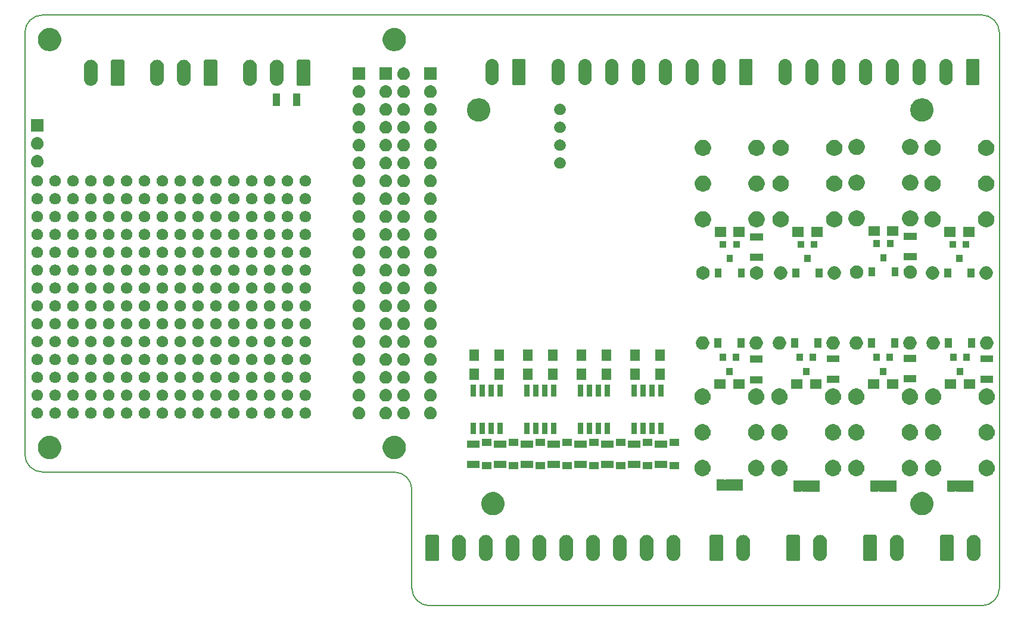
<source format=gbr>
%TF.GenerationSoftware,KiCad,Pcbnew,5.0.1*%
%TF.CreationDate,2019-01-21T13:20:35+01:00*%
%TF.ProjectId,PowerCommander,506F776572436F6D6D616E6465722E6B,rev?*%
%TF.SameCoordinates,Original*%
%TF.FileFunction,Soldermask,Bot*%
%TF.FilePolarity,Negative*%
%FSLAX46Y46*%
G04 Gerber Fmt 4.6, Leading zero omitted, Abs format (unit mm)*
G04 Created by KiCad (PCBNEW 5.0.1) date Mon 21 Jan 2019 01:20:35 PM CET*
%MOMM*%
%LPD*%
G01*
G04 APERTURE LIST*
%ADD10C,0.150000*%
%ADD11C,0.100000*%
G04 APERTURE END LIST*
D10*
X85000000Y-97500000D02*
X85000000Y-111500000D01*
X87500000Y-114000000D02*
G75*
G02X85000000Y-111500000I0J2500000D01*
G01*
X82500000Y-95000000D02*
G75*
G02X85000000Y-97500000I0J-2500000D01*
G01*
X32500000Y-95000000D02*
X82500000Y-95000000D01*
X166000000Y-30000000D02*
G75*
G02X168500000Y-32500000I0J-2500000D01*
G01*
X168500000Y-111500000D02*
G75*
G02X166000000Y-114000000I-2500000J0D01*
G01*
X32500000Y-95000000D02*
G75*
G02X30000000Y-92500000I0J2500000D01*
G01*
X30000000Y-32500000D02*
G75*
G02X32500000Y-30000000I2500000J0D01*
G01*
X30000000Y-92500000D02*
X30000000Y-32500000D01*
X166000000Y-114000000D02*
X87500000Y-114000000D01*
X168500000Y-32500000D02*
X168500000Y-111500000D01*
X32500000Y-30000000D02*
X166000000Y-30000000D01*
D11*
G36*
X110930424Y-103953760D02*
X110930427Y-103953761D01*
X110930428Y-103953761D01*
X111109692Y-104008140D01*
X111109694Y-104008141D01*
X111109697Y-104008142D01*
X111274904Y-104096446D01*
X111419712Y-104215288D01*
X111538552Y-104360095D01*
X111626859Y-104525305D01*
X111681240Y-104704575D01*
X111695000Y-104844282D01*
X111695000Y-106737718D01*
X111681240Y-106877425D01*
X111626859Y-107056695D01*
X111538552Y-107221905D01*
X111419712Y-107366712D01*
X111274905Y-107485552D01*
X111201857Y-107524597D01*
X111109693Y-107573860D01*
X110930429Y-107628239D01*
X110930428Y-107628239D01*
X110930425Y-107628240D01*
X110744000Y-107646601D01*
X110557576Y-107628240D01*
X110557573Y-107628239D01*
X110557572Y-107628239D01*
X110378308Y-107573860D01*
X110286144Y-107524597D01*
X110213096Y-107485552D01*
X110068289Y-107366712D01*
X109949449Y-107221905D01*
X109861142Y-107056695D01*
X109806761Y-106877425D01*
X109793000Y-106737717D01*
X109793000Y-104844283D01*
X109806760Y-104704576D01*
X109806761Y-104704572D01*
X109861140Y-104525308D01*
X109861141Y-104525306D01*
X109861142Y-104525303D01*
X109949446Y-104360096D01*
X110068288Y-104215288D01*
X110213095Y-104096448D01*
X110378305Y-104008141D01*
X110378307Y-104008140D01*
X110557571Y-103953761D01*
X110557572Y-103953761D01*
X110557575Y-103953760D01*
X110744000Y-103935399D01*
X110930424Y-103953760D01*
X110930424Y-103953760D01*
G37*
G36*
X165032424Y-103953760D02*
X165032427Y-103953761D01*
X165032428Y-103953761D01*
X165211692Y-104008140D01*
X165211694Y-104008141D01*
X165211697Y-104008142D01*
X165376904Y-104096446D01*
X165521712Y-104215288D01*
X165640552Y-104360095D01*
X165728859Y-104525305D01*
X165783240Y-104704575D01*
X165797000Y-104844282D01*
X165797000Y-106737718D01*
X165783240Y-106877425D01*
X165728859Y-107056695D01*
X165640552Y-107221905D01*
X165521712Y-107366712D01*
X165376905Y-107485552D01*
X165303857Y-107524597D01*
X165211693Y-107573860D01*
X165032429Y-107628239D01*
X165032428Y-107628239D01*
X165032425Y-107628240D01*
X164846000Y-107646601D01*
X164659576Y-107628240D01*
X164659573Y-107628239D01*
X164659572Y-107628239D01*
X164480308Y-107573860D01*
X164388144Y-107524597D01*
X164315096Y-107485552D01*
X164170289Y-107366712D01*
X164051449Y-107221905D01*
X163963142Y-107056695D01*
X163908761Y-106877425D01*
X163895000Y-106737717D01*
X163895000Y-104844283D01*
X163908760Y-104704576D01*
X163908761Y-104704572D01*
X163963140Y-104525308D01*
X163963141Y-104525306D01*
X163963142Y-104525303D01*
X164051446Y-104360096D01*
X164170288Y-104215288D01*
X164315095Y-104096448D01*
X164480305Y-104008141D01*
X164480307Y-104008140D01*
X164659571Y-103953761D01*
X164659572Y-103953761D01*
X164659575Y-103953760D01*
X164846000Y-103935399D01*
X165032424Y-103953760D01*
X165032424Y-103953760D01*
G37*
G36*
X154110424Y-103953760D02*
X154110427Y-103953761D01*
X154110428Y-103953761D01*
X154289692Y-104008140D01*
X154289694Y-104008141D01*
X154289697Y-104008142D01*
X154454904Y-104096446D01*
X154599712Y-104215288D01*
X154718552Y-104360095D01*
X154806859Y-104525305D01*
X154861240Y-104704575D01*
X154875000Y-104844282D01*
X154875000Y-106737718D01*
X154861240Y-106877425D01*
X154806859Y-107056695D01*
X154718552Y-107221905D01*
X154599712Y-107366712D01*
X154454905Y-107485552D01*
X154381857Y-107524597D01*
X154289693Y-107573860D01*
X154110429Y-107628239D01*
X154110428Y-107628239D01*
X154110425Y-107628240D01*
X153924000Y-107646601D01*
X153737576Y-107628240D01*
X153737573Y-107628239D01*
X153737572Y-107628239D01*
X153558308Y-107573860D01*
X153466144Y-107524597D01*
X153393096Y-107485552D01*
X153248289Y-107366712D01*
X153129449Y-107221905D01*
X153041142Y-107056695D01*
X152986761Y-106877425D01*
X152973000Y-106737717D01*
X152973000Y-104844283D01*
X152986760Y-104704576D01*
X152986761Y-104704572D01*
X153041140Y-104525308D01*
X153041141Y-104525306D01*
X153041142Y-104525303D01*
X153129446Y-104360096D01*
X153248288Y-104215288D01*
X153393095Y-104096448D01*
X153558305Y-104008141D01*
X153558307Y-104008140D01*
X153737571Y-103953761D01*
X153737572Y-103953761D01*
X153737575Y-103953760D01*
X153924000Y-103935399D01*
X154110424Y-103953760D01*
X154110424Y-103953760D01*
G37*
G36*
X143188424Y-103953760D02*
X143188427Y-103953761D01*
X143188428Y-103953761D01*
X143367692Y-104008140D01*
X143367694Y-104008141D01*
X143367697Y-104008142D01*
X143532904Y-104096446D01*
X143677712Y-104215288D01*
X143796552Y-104360095D01*
X143884859Y-104525305D01*
X143939240Y-104704575D01*
X143953000Y-104844282D01*
X143953000Y-106737718D01*
X143939240Y-106877425D01*
X143884859Y-107056695D01*
X143796552Y-107221905D01*
X143677712Y-107366712D01*
X143532905Y-107485552D01*
X143459857Y-107524597D01*
X143367693Y-107573860D01*
X143188429Y-107628239D01*
X143188428Y-107628239D01*
X143188425Y-107628240D01*
X143002000Y-107646601D01*
X142815576Y-107628240D01*
X142815573Y-107628239D01*
X142815572Y-107628239D01*
X142636308Y-107573860D01*
X142544144Y-107524597D01*
X142471096Y-107485552D01*
X142326289Y-107366712D01*
X142207449Y-107221905D01*
X142119142Y-107056695D01*
X142064761Y-106877425D01*
X142051000Y-106737717D01*
X142051000Y-104844283D01*
X142064760Y-104704576D01*
X142064761Y-104704572D01*
X142119140Y-104525308D01*
X142119141Y-104525306D01*
X142119142Y-104525303D01*
X142207446Y-104360096D01*
X142326288Y-104215288D01*
X142471095Y-104096448D01*
X142636305Y-104008141D01*
X142636307Y-104008140D01*
X142815571Y-103953761D01*
X142815572Y-103953761D01*
X142815575Y-103953760D01*
X143002000Y-103935399D01*
X143188424Y-103953760D01*
X143188424Y-103953760D01*
G37*
G36*
X132266424Y-103953760D02*
X132266427Y-103953761D01*
X132266428Y-103953761D01*
X132445692Y-104008140D01*
X132445694Y-104008141D01*
X132445697Y-104008142D01*
X132610904Y-104096446D01*
X132755712Y-104215288D01*
X132874552Y-104360095D01*
X132962859Y-104525305D01*
X133017240Y-104704575D01*
X133031000Y-104844282D01*
X133031000Y-106737718D01*
X133017240Y-106877425D01*
X132962859Y-107056695D01*
X132874552Y-107221905D01*
X132755712Y-107366712D01*
X132610905Y-107485552D01*
X132537857Y-107524597D01*
X132445693Y-107573860D01*
X132266429Y-107628239D01*
X132266428Y-107628239D01*
X132266425Y-107628240D01*
X132080000Y-107646601D01*
X131893576Y-107628240D01*
X131893573Y-107628239D01*
X131893572Y-107628239D01*
X131714308Y-107573860D01*
X131622144Y-107524597D01*
X131549096Y-107485552D01*
X131404289Y-107366712D01*
X131285449Y-107221905D01*
X131197142Y-107056695D01*
X131142761Y-106877425D01*
X131129000Y-106737717D01*
X131129000Y-104844283D01*
X131142760Y-104704576D01*
X131142761Y-104704572D01*
X131197140Y-104525308D01*
X131197141Y-104525306D01*
X131197142Y-104525303D01*
X131285446Y-104360096D01*
X131404288Y-104215288D01*
X131549095Y-104096448D01*
X131714305Y-104008141D01*
X131714307Y-104008140D01*
X131893571Y-103953761D01*
X131893572Y-103953761D01*
X131893575Y-103953760D01*
X132080000Y-103935399D01*
X132266424Y-103953760D01*
X132266424Y-103953760D01*
G37*
G36*
X91880424Y-103953760D02*
X91880427Y-103953761D01*
X91880428Y-103953761D01*
X92059692Y-104008140D01*
X92059694Y-104008141D01*
X92059697Y-104008142D01*
X92224904Y-104096446D01*
X92369712Y-104215288D01*
X92488552Y-104360095D01*
X92576859Y-104525305D01*
X92631240Y-104704575D01*
X92645000Y-104844282D01*
X92645000Y-106737718D01*
X92631240Y-106877425D01*
X92576859Y-107056695D01*
X92488552Y-107221905D01*
X92369712Y-107366712D01*
X92224905Y-107485552D01*
X92151857Y-107524597D01*
X92059693Y-107573860D01*
X91880429Y-107628239D01*
X91880428Y-107628239D01*
X91880425Y-107628240D01*
X91694000Y-107646601D01*
X91507576Y-107628240D01*
X91507573Y-107628239D01*
X91507572Y-107628239D01*
X91328308Y-107573860D01*
X91236144Y-107524597D01*
X91163096Y-107485552D01*
X91018289Y-107366712D01*
X90899449Y-107221905D01*
X90811142Y-107056695D01*
X90756761Y-106877425D01*
X90743000Y-106737717D01*
X90743000Y-104844283D01*
X90756760Y-104704576D01*
X90756761Y-104704572D01*
X90811140Y-104525308D01*
X90811141Y-104525306D01*
X90811142Y-104525303D01*
X90899446Y-104360096D01*
X91018288Y-104215288D01*
X91163095Y-104096448D01*
X91328305Y-104008141D01*
X91328307Y-104008140D01*
X91507571Y-103953761D01*
X91507572Y-103953761D01*
X91507575Y-103953760D01*
X91694000Y-103935399D01*
X91880424Y-103953760D01*
X91880424Y-103953760D01*
G37*
G36*
X95690424Y-103953760D02*
X95690427Y-103953761D01*
X95690428Y-103953761D01*
X95869692Y-104008140D01*
X95869694Y-104008141D01*
X95869697Y-104008142D01*
X96034904Y-104096446D01*
X96179712Y-104215288D01*
X96298552Y-104360095D01*
X96386859Y-104525305D01*
X96441240Y-104704575D01*
X96455000Y-104844282D01*
X96455000Y-106737718D01*
X96441240Y-106877425D01*
X96386859Y-107056695D01*
X96298552Y-107221905D01*
X96179712Y-107366712D01*
X96034905Y-107485552D01*
X95961857Y-107524597D01*
X95869693Y-107573860D01*
X95690429Y-107628239D01*
X95690428Y-107628239D01*
X95690425Y-107628240D01*
X95504000Y-107646601D01*
X95317576Y-107628240D01*
X95317573Y-107628239D01*
X95317572Y-107628239D01*
X95138308Y-107573860D01*
X95046144Y-107524597D01*
X94973096Y-107485552D01*
X94828289Y-107366712D01*
X94709449Y-107221905D01*
X94621142Y-107056695D01*
X94566761Y-106877425D01*
X94553000Y-106737717D01*
X94553000Y-104844283D01*
X94566760Y-104704576D01*
X94566761Y-104704572D01*
X94621140Y-104525308D01*
X94621141Y-104525306D01*
X94621142Y-104525303D01*
X94709446Y-104360096D01*
X94828288Y-104215288D01*
X94973095Y-104096448D01*
X95138305Y-104008141D01*
X95138307Y-104008140D01*
X95317571Y-103953761D01*
X95317572Y-103953761D01*
X95317575Y-103953760D01*
X95504000Y-103935399D01*
X95690424Y-103953760D01*
X95690424Y-103953760D01*
G37*
G36*
X103310424Y-103953760D02*
X103310427Y-103953761D01*
X103310428Y-103953761D01*
X103489692Y-104008140D01*
X103489694Y-104008141D01*
X103489697Y-104008142D01*
X103654904Y-104096446D01*
X103799712Y-104215288D01*
X103918552Y-104360095D01*
X104006859Y-104525305D01*
X104061240Y-104704575D01*
X104075000Y-104844282D01*
X104075000Y-106737718D01*
X104061240Y-106877425D01*
X104006859Y-107056695D01*
X103918552Y-107221905D01*
X103799712Y-107366712D01*
X103654905Y-107485552D01*
X103581857Y-107524597D01*
X103489693Y-107573860D01*
X103310429Y-107628239D01*
X103310428Y-107628239D01*
X103310425Y-107628240D01*
X103124000Y-107646601D01*
X102937576Y-107628240D01*
X102937573Y-107628239D01*
X102937572Y-107628239D01*
X102758308Y-107573860D01*
X102666144Y-107524597D01*
X102593096Y-107485552D01*
X102448289Y-107366712D01*
X102329449Y-107221905D01*
X102241142Y-107056695D01*
X102186761Y-106877425D01*
X102173000Y-106737717D01*
X102173000Y-104844283D01*
X102186760Y-104704576D01*
X102186761Y-104704572D01*
X102241140Y-104525308D01*
X102241141Y-104525306D01*
X102241142Y-104525303D01*
X102329446Y-104360096D01*
X102448288Y-104215288D01*
X102593095Y-104096448D01*
X102758305Y-104008141D01*
X102758307Y-104008140D01*
X102937571Y-103953761D01*
X102937572Y-103953761D01*
X102937575Y-103953760D01*
X103124000Y-103935399D01*
X103310424Y-103953760D01*
X103310424Y-103953760D01*
G37*
G36*
X107120424Y-103953760D02*
X107120427Y-103953761D01*
X107120428Y-103953761D01*
X107299692Y-104008140D01*
X107299694Y-104008141D01*
X107299697Y-104008142D01*
X107464904Y-104096446D01*
X107609712Y-104215288D01*
X107728552Y-104360095D01*
X107816859Y-104525305D01*
X107871240Y-104704575D01*
X107885000Y-104844282D01*
X107885000Y-106737718D01*
X107871240Y-106877425D01*
X107816859Y-107056695D01*
X107728552Y-107221905D01*
X107609712Y-107366712D01*
X107464905Y-107485552D01*
X107391857Y-107524597D01*
X107299693Y-107573860D01*
X107120429Y-107628239D01*
X107120428Y-107628239D01*
X107120425Y-107628240D01*
X106934000Y-107646601D01*
X106747576Y-107628240D01*
X106747573Y-107628239D01*
X106747572Y-107628239D01*
X106568308Y-107573860D01*
X106476144Y-107524597D01*
X106403096Y-107485552D01*
X106258289Y-107366712D01*
X106139449Y-107221905D01*
X106051142Y-107056695D01*
X105996761Y-106877425D01*
X105983000Y-106737717D01*
X105983000Y-104844283D01*
X105996760Y-104704576D01*
X105996761Y-104704572D01*
X106051140Y-104525308D01*
X106051141Y-104525306D01*
X106051142Y-104525303D01*
X106139446Y-104360096D01*
X106258288Y-104215288D01*
X106403095Y-104096448D01*
X106568305Y-104008141D01*
X106568307Y-104008140D01*
X106747571Y-103953761D01*
X106747572Y-103953761D01*
X106747575Y-103953760D01*
X106934000Y-103935399D01*
X107120424Y-103953760D01*
X107120424Y-103953760D01*
G37*
G36*
X122360424Y-103953760D02*
X122360427Y-103953761D01*
X122360428Y-103953761D01*
X122539692Y-104008140D01*
X122539694Y-104008141D01*
X122539697Y-104008142D01*
X122704904Y-104096446D01*
X122849712Y-104215288D01*
X122968552Y-104360095D01*
X123056859Y-104525305D01*
X123111240Y-104704575D01*
X123125000Y-104844282D01*
X123125000Y-106737718D01*
X123111240Y-106877425D01*
X123056859Y-107056695D01*
X122968552Y-107221905D01*
X122849712Y-107366712D01*
X122704905Y-107485552D01*
X122631857Y-107524597D01*
X122539693Y-107573860D01*
X122360429Y-107628239D01*
X122360428Y-107628239D01*
X122360425Y-107628240D01*
X122174000Y-107646601D01*
X121987576Y-107628240D01*
X121987573Y-107628239D01*
X121987572Y-107628239D01*
X121808308Y-107573860D01*
X121716144Y-107524597D01*
X121643096Y-107485552D01*
X121498289Y-107366712D01*
X121379449Y-107221905D01*
X121291142Y-107056695D01*
X121236761Y-106877425D01*
X121223000Y-106737717D01*
X121223000Y-104844283D01*
X121236760Y-104704576D01*
X121236761Y-104704572D01*
X121291140Y-104525308D01*
X121291141Y-104525306D01*
X121291142Y-104525303D01*
X121379446Y-104360096D01*
X121498288Y-104215288D01*
X121643095Y-104096448D01*
X121808305Y-104008141D01*
X121808307Y-104008140D01*
X121987571Y-103953761D01*
X121987572Y-103953761D01*
X121987575Y-103953760D01*
X122174000Y-103935399D01*
X122360424Y-103953760D01*
X122360424Y-103953760D01*
G37*
G36*
X118550424Y-103953760D02*
X118550427Y-103953761D01*
X118550428Y-103953761D01*
X118729692Y-104008140D01*
X118729694Y-104008141D01*
X118729697Y-104008142D01*
X118894904Y-104096446D01*
X119039712Y-104215288D01*
X119158552Y-104360095D01*
X119246859Y-104525305D01*
X119301240Y-104704575D01*
X119315000Y-104844282D01*
X119315000Y-106737718D01*
X119301240Y-106877425D01*
X119246859Y-107056695D01*
X119158552Y-107221905D01*
X119039712Y-107366712D01*
X118894905Y-107485552D01*
X118821857Y-107524597D01*
X118729693Y-107573860D01*
X118550429Y-107628239D01*
X118550428Y-107628239D01*
X118550425Y-107628240D01*
X118364000Y-107646601D01*
X118177576Y-107628240D01*
X118177573Y-107628239D01*
X118177572Y-107628239D01*
X117998308Y-107573860D01*
X117906144Y-107524597D01*
X117833096Y-107485552D01*
X117688289Y-107366712D01*
X117569449Y-107221905D01*
X117481142Y-107056695D01*
X117426761Y-106877425D01*
X117413000Y-106737717D01*
X117413000Y-104844283D01*
X117426760Y-104704576D01*
X117426761Y-104704572D01*
X117481140Y-104525308D01*
X117481141Y-104525306D01*
X117481142Y-104525303D01*
X117569446Y-104360096D01*
X117688288Y-104215288D01*
X117833095Y-104096448D01*
X117998305Y-104008141D01*
X117998307Y-104008140D01*
X118177571Y-103953761D01*
X118177572Y-103953761D01*
X118177575Y-103953760D01*
X118364000Y-103935399D01*
X118550424Y-103953760D01*
X118550424Y-103953760D01*
G37*
G36*
X114740424Y-103953760D02*
X114740427Y-103953761D01*
X114740428Y-103953761D01*
X114919692Y-104008140D01*
X114919694Y-104008141D01*
X114919697Y-104008142D01*
X115084904Y-104096446D01*
X115229712Y-104215288D01*
X115348552Y-104360095D01*
X115436859Y-104525305D01*
X115491240Y-104704575D01*
X115505000Y-104844282D01*
X115505000Y-106737718D01*
X115491240Y-106877425D01*
X115436859Y-107056695D01*
X115348552Y-107221905D01*
X115229712Y-107366712D01*
X115084905Y-107485552D01*
X115011857Y-107524597D01*
X114919693Y-107573860D01*
X114740429Y-107628239D01*
X114740428Y-107628239D01*
X114740425Y-107628240D01*
X114554000Y-107646601D01*
X114367576Y-107628240D01*
X114367573Y-107628239D01*
X114367572Y-107628239D01*
X114188308Y-107573860D01*
X114096144Y-107524597D01*
X114023096Y-107485552D01*
X113878289Y-107366712D01*
X113759449Y-107221905D01*
X113671142Y-107056695D01*
X113616761Y-106877425D01*
X113603000Y-106737717D01*
X113603000Y-104844283D01*
X113616760Y-104704576D01*
X113616761Y-104704572D01*
X113671140Y-104525308D01*
X113671141Y-104525306D01*
X113671142Y-104525303D01*
X113759446Y-104360096D01*
X113878288Y-104215288D01*
X114023095Y-104096448D01*
X114188305Y-104008141D01*
X114188307Y-104008140D01*
X114367571Y-103953761D01*
X114367572Y-103953761D01*
X114367575Y-103953760D01*
X114554000Y-103935399D01*
X114740424Y-103953760D01*
X114740424Y-103953760D01*
G37*
G36*
X99500424Y-103953760D02*
X99500427Y-103953761D01*
X99500428Y-103953761D01*
X99679692Y-104008140D01*
X99679694Y-104008141D01*
X99679697Y-104008142D01*
X99844904Y-104096446D01*
X99989712Y-104215288D01*
X100108552Y-104360095D01*
X100196859Y-104525305D01*
X100251240Y-104704575D01*
X100265000Y-104844282D01*
X100265000Y-106737718D01*
X100251240Y-106877425D01*
X100196859Y-107056695D01*
X100108552Y-107221905D01*
X99989712Y-107366712D01*
X99844905Y-107485552D01*
X99771857Y-107524597D01*
X99679693Y-107573860D01*
X99500429Y-107628239D01*
X99500428Y-107628239D01*
X99500425Y-107628240D01*
X99314000Y-107646601D01*
X99127576Y-107628240D01*
X99127573Y-107628239D01*
X99127572Y-107628239D01*
X98948308Y-107573860D01*
X98856144Y-107524597D01*
X98783096Y-107485552D01*
X98638289Y-107366712D01*
X98519449Y-107221905D01*
X98431142Y-107056695D01*
X98376761Y-106877425D01*
X98363000Y-106737717D01*
X98363000Y-104844283D01*
X98376760Y-104704576D01*
X98376761Y-104704572D01*
X98431140Y-104525308D01*
X98431141Y-104525306D01*
X98431142Y-104525303D01*
X98519446Y-104360096D01*
X98638288Y-104215288D01*
X98783095Y-104096448D01*
X98948305Y-104008141D01*
X98948307Y-104008140D01*
X99127571Y-103953761D01*
X99127572Y-103953761D01*
X99127575Y-103953760D01*
X99314000Y-103935399D01*
X99500424Y-103953760D01*
X99500424Y-103953760D01*
G37*
G36*
X140002918Y-103943934D02*
X140035424Y-103953795D01*
X140065383Y-103969808D01*
X140091641Y-103991359D01*
X140113192Y-104017617D01*
X140129205Y-104047576D01*
X140139066Y-104080082D01*
X140143000Y-104120029D01*
X140143000Y-107461971D01*
X140139066Y-107501918D01*
X140129205Y-107534424D01*
X140113192Y-107564383D01*
X140091641Y-107590641D01*
X140065383Y-107612192D01*
X140035424Y-107628205D01*
X140002918Y-107638066D01*
X139962971Y-107642000D01*
X138421029Y-107642000D01*
X138381082Y-107638066D01*
X138348576Y-107628205D01*
X138318617Y-107612192D01*
X138292359Y-107590641D01*
X138270808Y-107564383D01*
X138254795Y-107534424D01*
X138244934Y-107501918D01*
X138241000Y-107461971D01*
X138241000Y-104120029D01*
X138244934Y-104080082D01*
X138254795Y-104047576D01*
X138270808Y-104017617D01*
X138292359Y-103991359D01*
X138318617Y-103969808D01*
X138348576Y-103953795D01*
X138381082Y-103943934D01*
X138421029Y-103940000D01*
X139962971Y-103940000D01*
X140002918Y-103943934D01*
X140002918Y-103943934D01*
G37*
G36*
X161846918Y-103943934D02*
X161879424Y-103953795D01*
X161909383Y-103969808D01*
X161935641Y-103991359D01*
X161957192Y-104017617D01*
X161973205Y-104047576D01*
X161983066Y-104080082D01*
X161987000Y-104120029D01*
X161987000Y-107461971D01*
X161983066Y-107501918D01*
X161973205Y-107534424D01*
X161957192Y-107564383D01*
X161935641Y-107590641D01*
X161909383Y-107612192D01*
X161879424Y-107628205D01*
X161846918Y-107638066D01*
X161806971Y-107642000D01*
X160265029Y-107642000D01*
X160225082Y-107638066D01*
X160192576Y-107628205D01*
X160162617Y-107612192D01*
X160136359Y-107590641D01*
X160114808Y-107564383D01*
X160098795Y-107534424D01*
X160088934Y-107501918D01*
X160085000Y-107461971D01*
X160085000Y-104120029D01*
X160088934Y-104080082D01*
X160098795Y-104047576D01*
X160114808Y-104017617D01*
X160136359Y-103991359D01*
X160162617Y-103969808D01*
X160192576Y-103953795D01*
X160225082Y-103943934D01*
X160265029Y-103940000D01*
X161806971Y-103940000D01*
X161846918Y-103943934D01*
X161846918Y-103943934D01*
G37*
G36*
X129080918Y-103943934D02*
X129113424Y-103953795D01*
X129143383Y-103969808D01*
X129169641Y-103991359D01*
X129191192Y-104017617D01*
X129207205Y-104047576D01*
X129217066Y-104080082D01*
X129221000Y-104120029D01*
X129221000Y-107461971D01*
X129217066Y-107501918D01*
X129207205Y-107534424D01*
X129191192Y-107564383D01*
X129169641Y-107590641D01*
X129143383Y-107612192D01*
X129113424Y-107628205D01*
X129080918Y-107638066D01*
X129040971Y-107642000D01*
X127499029Y-107642000D01*
X127459082Y-107638066D01*
X127426576Y-107628205D01*
X127396617Y-107612192D01*
X127370359Y-107590641D01*
X127348808Y-107564383D01*
X127332795Y-107534424D01*
X127322934Y-107501918D01*
X127319000Y-107461971D01*
X127319000Y-104120029D01*
X127322934Y-104080082D01*
X127332795Y-104047576D01*
X127348808Y-104017617D01*
X127370359Y-103991359D01*
X127396617Y-103969808D01*
X127426576Y-103953795D01*
X127459082Y-103943934D01*
X127499029Y-103940000D01*
X129040971Y-103940000D01*
X129080918Y-103943934D01*
X129080918Y-103943934D01*
G37*
G36*
X88694918Y-103943934D02*
X88727424Y-103953795D01*
X88757383Y-103969808D01*
X88783641Y-103991359D01*
X88805192Y-104017617D01*
X88821205Y-104047576D01*
X88831066Y-104080082D01*
X88835000Y-104120029D01*
X88835000Y-107461971D01*
X88831066Y-107501918D01*
X88821205Y-107534424D01*
X88805192Y-107564383D01*
X88783641Y-107590641D01*
X88757383Y-107612192D01*
X88727424Y-107628205D01*
X88694918Y-107638066D01*
X88654971Y-107642000D01*
X87113029Y-107642000D01*
X87073082Y-107638066D01*
X87040576Y-107628205D01*
X87010617Y-107612192D01*
X86984359Y-107590641D01*
X86962808Y-107564383D01*
X86946795Y-107534424D01*
X86936934Y-107501918D01*
X86933000Y-107461971D01*
X86933000Y-104120029D01*
X86936934Y-104080082D01*
X86946795Y-104047576D01*
X86962808Y-104017617D01*
X86984359Y-103991359D01*
X87010617Y-103969808D01*
X87040576Y-103953795D01*
X87073082Y-103943934D01*
X87113029Y-103940000D01*
X88654971Y-103940000D01*
X88694918Y-103943934D01*
X88694918Y-103943934D01*
G37*
G36*
X150924918Y-103943934D02*
X150957424Y-103953795D01*
X150987383Y-103969808D01*
X151013641Y-103991359D01*
X151035192Y-104017617D01*
X151051205Y-104047576D01*
X151061066Y-104080082D01*
X151065000Y-104120029D01*
X151065000Y-107461971D01*
X151061066Y-107501918D01*
X151051205Y-107534424D01*
X151035192Y-107564383D01*
X151013641Y-107590641D01*
X150987383Y-107612192D01*
X150957424Y-107628205D01*
X150924918Y-107638066D01*
X150884971Y-107642000D01*
X149343029Y-107642000D01*
X149303082Y-107638066D01*
X149270576Y-107628205D01*
X149240617Y-107612192D01*
X149214359Y-107590641D01*
X149192808Y-107564383D01*
X149176795Y-107534424D01*
X149166934Y-107501918D01*
X149163000Y-107461971D01*
X149163000Y-104120029D01*
X149166934Y-104080082D01*
X149176795Y-104047576D01*
X149192808Y-104017617D01*
X149214359Y-103991359D01*
X149240617Y-103969808D01*
X149270576Y-103953795D01*
X149303082Y-103943934D01*
X149343029Y-103940000D01*
X150884971Y-103940000D01*
X150924918Y-103943934D01*
X150924918Y-103943934D01*
G37*
G36*
X157875256Y-97891298D02*
X157981579Y-97912447D01*
X158282042Y-98036903D01*
X158548852Y-98215180D01*
X158552454Y-98217587D01*
X158782413Y-98447546D01*
X158963098Y-98717960D01*
X159087553Y-99018422D01*
X159151000Y-99337389D01*
X159151000Y-99662611D01*
X159087553Y-99981578D01*
X158963098Y-100282040D01*
X158782413Y-100552454D01*
X158552454Y-100782413D01*
X158552451Y-100782415D01*
X158282042Y-100963097D01*
X157981579Y-101087553D01*
X157875256Y-101108702D01*
X157662611Y-101151000D01*
X157337389Y-101151000D01*
X157124744Y-101108702D01*
X157018421Y-101087553D01*
X156717958Y-100963097D01*
X156447549Y-100782415D01*
X156447546Y-100782413D01*
X156217587Y-100552454D01*
X156036902Y-100282040D01*
X155912447Y-99981578D01*
X155849000Y-99662611D01*
X155849000Y-99337389D01*
X155912447Y-99018422D01*
X156036902Y-98717960D01*
X156217587Y-98447546D01*
X156447546Y-98217587D01*
X156451148Y-98215180D01*
X156717958Y-98036903D01*
X157018421Y-97912447D01*
X157124744Y-97891298D01*
X157337389Y-97849000D01*
X157662611Y-97849000D01*
X157875256Y-97891298D01*
X157875256Y-97891298D01*
G37*
G36*
X96907256Y-97891298D02*
X97013579Y-97912447D01*
X97314042Y-98036903D01*
X97580852Y-98215180D01*
X97584454Y-98217587D01*
X97814413Y-98447546D01*
X97995098Y-98717960D01*
X98119553Y-99018422D01*
X98183000Y-99337389D01*
X98183000Y-99662611D01*
X98119553Y-99981578D01*
X97995098Y-100282040D01*
X97814413Y-100552454D01*
X97584454Y-100782413D01*
X97584451Y-100782415D01*
X97314042Y-100963097D01*
X97013579Y-101087553D01*
X96907256Y-101108702D01*
X96694611Y-101151000D01*
X96369389Y-101151000D01*
X96156744Y-101108702D01*
X96050421Y-101087553D01*
X95749958Y-100963097D01*
X95479549Y-100782415D01*
X95479546Y-100782413D01*
X95249587Y-100552454D01*
X95068902Y-100282040D01*
X94944447Y-99981578D01*
X94881000Y-99662611D01*
X94881000Y-99337389D01*
X94944447Y-99018422D01*
X95068902Y-98717960D01*
X95249587Y-98447546D01*
X95479546Y-98217587D01*
X95483148Y-98215180D01*
X95749958Y-98036903D01*
X96050421Y-97912447D01*
X96156744Y-97891298D01*
X96369389Y-97849000D01*
X96694611Y-97849000D01*
X96907256Y-97891298D01*
X96907256Y-97891298D01*
G37*
G36*
X140306999Y-96164237D02*
X140316611Y-96167153D01*
X140325469Y-96171888D01*
X140341699Y-96185208D01*
X140362073Y-96198822D01*
X140384712Y-96208200D01*
X140408746Y-96212981D01*
X140433250Y-96212981D01*
X140457283Y-96208201D01*
X140479923Y-96198824D01*
X140500297Y-96185211D01*
X140517625Y-96167884D01*
X140520554Y-96163500D01*
X142948000Y-96163500D01*
X142948000Y-97765500D01*
X140520444Y-97765500D01*
X140509388Y-97752029D01*
X140490446Y-97736483D01*
X140468835Y-97724932D01*
X140445386Y-97717819D01*
X140421000Y-97715417D01*
X140396614Y-97717819D01*
X140373165Y-97724932D01*
X140351554Y-97736483D01*
X140341699Y-97743792D01*
X140333238Y-97750736D01*
X140333237Y-97750737D01*
X140330315Y-97753135D01*
X140325469Y-97757112D01*
X140316611Y-97761847D01*
X140306999Y-97764763D01*
X140290860Y-97766352D01*
X139303140Y-97766352D01*
X139287001Y-97764763D01*
X139277389Y-97761847D01*
X139268531Y-97757112D01*
X139260763Y-97750737D01*
X139254388Y-97742969D01*
X139249653Y-97734111D01*
X139246737Y-97724499D01*
X139245148Y-97708360D01*
X139245148Y-96220640D01*
X139246737Y-96204501D01*
X139249653Y-96194889D01*
X139254388Y-96186031D01*
X139260763Y-96178263D01*
X139268531Y-96171888D01*
X139277389Y-96167153D01*
X139287001Y-96164237D01*
X139303140Y-96162648D01*
X140290860Y-96162648D01*
X140306999Y-96164237D01*
X140306999Y-96164237D01*
G37*
G36*
X151228999Y-96164237D02*
X151238611Y-96167153D01*
X151247469Y-96171888D01*
X151263699Y-96185208D01*
X151284073Y-96198822D01*
X151306712Y-96208200D01*
X151330746Y-96212981D01*
X151355250Y-96212981D01*
X151379283Y-96208201D01*
X151401923Y-96198824D01*
X151422297Y-96185211D01*
X151439625Y-96167884D01*
X151442554Y-96163500D01*
X153870000Y-96163500D01*
X153870000Y-97765500D01*
X151442444Y-97765500D01*
X151431388Y-97752029D01*
X151412446Y-97736483D01*
X151390835Y-97724932D01*
X151367386Y-97717819D01*
X151343000Y-97715417D01*
X151318614Y-97717819D01*
X151295165Y-97724932D01*
X151273554Y-97736483D01*
X151263699Y-97743792D01*
X151255238Y-97750736D01*
X151255237Y-97750737D01*
X151252315Y-97753135D01*
X151247469Y-97757112D01*
X151238611Y-97761847D01*
X151228999Y-97764763D01*
X151212860Y-97766352D01*
X150225140Y-97766352D01*
X150209001Y-97764763D01*
X150199389Y-97761847D01*
X150190531Y-97757112D01*
X150182763Y-97750737D01*
X150176388Y-97742969D01*
X150171653Y-97734111D01*
X150168737Y-97724499D01*
X150167148Y-97708360D01*
X150167148Y-96220640D01*
X150168737Y-96204501D01*
X150171653Y-96194889D01*
X150176388Y-96186031D01*
X150182763Y-96178263D01*
X150190531Y-96171888D01*
X150199389Y-96167153D01*
X150209001Y-96164237D01*
X150225140Y-96162648D01*
X151212860Y-96162648D01*
X151228999Y-96164237D01*
X151228999Y-96164237D01*
G37*
G36*
X162150999Y-96164237D02*
X162160611Y-96167153D01*
X162169469Y-96171888D01*
X162185699Y-96185208D01*
X162206073Y-96198822D01*
X162228712Y-96208200D01*
X162252746Y-96212981D01*
X162277250Y-96212981D01*
X162301283Y-96208201D01*
X162323923Y-96198824D01*
X162344297Y-96185211D01*
X162361625Y-96167884D01*
X162364554Y-96163500D01*
X164792000Y-96163500D01*
X164792000Y-97765500D01*
X162364444Y-97765500D01*
X162353388Y-97752029D01*
X162334446Y-97736483D01*
X162312835Y-97724932D01*
X162289386Y-97717819D01*
X162265000Y-97715417D01*
X162240614Y-97717819D01*
X162217165Y-97724932D01*
X162195554Y-97736483D01*
X162185699Y-97743792D01*
X162177238Y-97750736D01*
X162177237Y-97750737D01*
X162174315Y-97753135D01*
X162169469Y-97757112D01*
X162160611Y-97761847D01*
X162150999Y-97764763D01*
X162134860Y-97766352D01*
X161147140Y-97766352D01*
X161131001Y-97764763D01*
X161121389Y-97761847D01*
X161112531Y-97757112D01*
X161104763Y-97750737D01*
X161098388Y-97742969D01*
X161093653Y-97734111D01*
X161090737Y-97724499D01*
X161089148Y-97708360D01*
X161089148Y-96220640D01*
X161090737Y-96204501D01*
X161093653Y-96194889D01*
X161098388Y-96186031D01*
X161104763Y-96178263D01*
X161112531Y-96171888D01*
X161121389Y-96167153D01*
X161131001Y-96164237D01*
X161147140Y-96162648D01*
X162134860Y-96162648D01*
X162150999Y-96164237D01*
X162150999Y-96164237D01*
G37*
G36*
X129384999Y-96037237D02*
X129394611Y-96040153D01*
X129403469Y-96044888D01*
X129419699Y-96058208D01*
X129440073Y-96071822D01*
X129462712Y-96081200D01*
X129486746Y-96085981D01*
X129511250Y-96085981D01*
X129535283Y-96081201D01*
X129557923Y-96071824D01*
X129578297Y-96058211D01*
X129595625Y-96040884D01*
X129598554Y-96036500D01*
X132026000Y-96036500D01*
X132026000Y-97638500D01*
X129598444Y-97638500D01*
X129587388Y-97625029D01*
X129568446Y-97609483D01*
X129546835Y-97597932D01*
X129523386Y-97590819D01*
X129499000Y-97588417D01*
X129474614Y-97590819D01*
X129451165Y-97597932D01*
X129429554Y-97609483D01*
X129419699Y-97616792D01*
X129411238Y-97623736D01*
X129411237Y-97623737D01*
X129408315Y-97626135D01*
X129403469Y-97630112D01*
X129394611Y-97634847D01*
X129384999Y-97637763D01*
X129368860Y-97639352D01*
X128381140Y-97639352D01*
X128365001Y-97637763D01*
X128355389Y-97634847D01*
X128346531Y-97630112D01*
X128338763Y-97623737D01*
X128332388Y-97615969D01*
X128327653Y-97607111D01*
X128324737Y-97597499D01*
X128323148Y-97581360D01*
X128323148Y-96093640D01*
X128324737Y-96077501D01*
X128327653Y-96067889D01*
X128332388Y-96059031D01*
X128338763Y-96051263D01*
X128346531Y-96044888D01*
X128355389Y-96040153D01*
X128365001Y-96037237D01*
X128381140Y-96035648D01*
X129368860Y-96035648D01*
X129384999Y-96037237D01*
X129384999Y-96037237D01*
G37*
G36*
X145194734Y-93317732D02*
X145404202Y-93404496D01*
X145592723Y-93530462D01*
X145753038Y-93690777D01*
X145879004Y-93879298D01*
X145965768Y-94088766D01*
X146010000Y-94311135D01*
X146010000Y-94537865D01*
X145965768Y-94760234D01*
X145879004Y-94969702D01*
X145753038Y-95158223D01*
X145592723Y-95318538D01*
X145404202Y-95444504D01*
X145194734Y-95531268D01*
X144972365Y-95575500D01*
X144745635Y-95575500D01*
X144523266Y-95531268D01*
X144313798Y-95444504D01*
X144125277Y-95318538D01*
X143964962Y-95158223D01*
X143838996Y-94969702D01*
X143752232Y-94760234D01*
X143708000Y-94537865D01*
X143708000Y-94311135D01*
X143752232Y-94088766D01*
X143838996Y-93879298D01*
X143964962Y-93690777D01*
X144125277Y-93530462D01*
X144313798Y-93404496D01*
X144523266Y-93317732D01*
X144745635Y-93273500D01*
X144972365Y-93273500D01*
X145194734Y-93317732D01*
X145194734Y-93317732D01*
G37*
G36*
X134272734Y-93317732D02*
X134482202Y-93404496D01*
X134670723Y-93530462D01*
X134831038Y-93690777D01*
X134957004Y-93879298D01*
X135043768Y-94088766D01*
X135088000Y-94311135D01*
X135088000Y-94537865D01*
X135043768Y-94760234D01*
X134957004Y-94969702D01*
X134831038Y-95158223D01*
X134670723Y-95318538D01*
X134482202Y-95444504D01*
X134272734Y-95531268D01*
X134050365Y-95575500D01*
X133823635Y-95575500D01*
X133601266Y-95531268D01*
X133391798Y-95444504D01*
X133203277Y-95318538D01*
X133042962Y-95158223D01*
X132916996Y-94969702D01*
X132830232Y-94760234D01*
X132786000Y-94537865D01*
X132786000Y-94311135D01*
X132830232Y-94088766D01*
X132916996Y-93879298D01*
X133042962Y-93690777D01*
X133203277Y-93530462D01*
X133391798Y-93404496D01*
X133601266Y-93317732D01*
X133823635Y-93273500D01*
X134050365Y-93273500D01*
X134272734Y-93317732D01*
X134272734Y-93317732D01*
G37*
G36*
X137574734Y-93317732D02*
X137784202Y-93404496D01*
X137972723Y-93530462D01*
X138133038Y-93690777D01*
X138259004Y-93879298D01*
X138345768Y-94088766D01*
X138390000Y-94311135D01*
X138390000Y-94537865D01*
X138345768Y-94760234D01*
X138259004Y-94969702D01*
X138133038Y-95158223D01*
X137972723Y-95318538D01*
X137784202Y-95444504D01*
X137574734Y-95531268D01*
X137352365Y-95575500D01*
X137125635Y-95575500D01*
X136903266Y-95531268D01*
X136693798Y-95444504D01*
X136505277Y-95318538D01*
X136344962Y-95158223D01*
X136218996Y-94969702D01*
X136132232Y-94760234D01*
X136088000Y-94537865D01*
X136088000Y-94311135D01*
X136132232Y-94088766D01*
X136218996Y-93879298D01*
X136344962Y-93690777D01*
X136505277Y-93530462D01*
X136693798Y-93404496D01*
X136903266Y-93317732D01*
X137125635Y-93273500D01*
X137352365Y-93273500D01*
X137574734Y-93317732D01*
X137574734Y-93317732D01*
G37*
G36*
X159418734Y-93317732D02*
X159628202Y-93404496D01*
X159816723Y-93530462D01*
X159977038Y-93690777D01*
X160103004Y-93879298D01*
X160189768Y-94088766D01*
X160234000Y-94311135D01*
X160234000Y-94537865D01*
X160189768Y-94760234D01*
X160103004Y-94969702D01*
X159977038Y-95158223D01*
X159816723Y-95318538D01*
X159628202Y-95444504D01*
X159418734Y-95531268D01*
X159196365Y-95575500D01*
X158969635Y-95575500D01*
X158747266Y-95531268D01*
X158537798Y-95444504D01*
X158349277Y-95318538D01*
X158188962Y-95158223D01*
X158062996Y-94969702D01*
X157976232Y-94760234D01*
X157932000Y-94537865D01*
X157932000Y-94311135D01*
X157976232Y-94088766D01*
X158062996Y-93879298D01*
X158188962Y-93690777D01*
X158349277Y-93530462D01*
X158537798Y-93404496D01*
X158747266Y-93317732D01*
X158969635Y-93273500D01*
X159196365Y-93273500D01*
X159418734Y-93317732D01*
X159418734Y-93317732D01*
G37*
G36*
X156116734Y-93317732D02*
X156326202Y-93404496D01*
X156514723Y-93530462D01*
X156675038Y-93690777D01*
X156801004Y-93879298D01*
X156887768Y-94088766D01*
X156932000Y-94311135D01*
X156932000Y-94537865D01*
X156887768Y-94760234D01*
X156801004Y-94969702D01*
X156675038Y-95158223D01*
X156514723Y-95318538D01*
X156326202Y-95444504D01*
X156116734Y-95531268D01*
X155894365Y-95575500D01*
X155667635Y-95575500D01*
X155445266Y-95531268D01*
X155235798Y-95444504D01*
X155047277Y-95318538D01*
X154886962Y-95158223D01*
X154760996Y-94969702D01*
X154674232Y-94760234D01*
X154630000Y-94537865D01*
X154630000Y-94311135D01*
X154674232Y-94088766D01*
X154760996Y-93879298D01*
X154886962Y-93690777D01*
X155047277Y-93530462D01*
X155235798Y-93404496D01*
X155445266Y-93317732D01*
X155667635Y-93273500D01*
X155894365Y-93273500D01*
X156116734Y-93317732D01*
X156116734Y-93317732D01*
G37*
G36*
X148496734Y-93317732D02*
X148706202Y-93404496D01*
X148894723Y-93530462D01*
X149055038Y-93690777D01*
X149181004Y-93879298D01*
X149267768Y-94088766D01*
X149312000Y-94311135D01*
X149312000Y-94537865D01*
X149267768Y-94760234D01*
X149181004Y-94969702D01*
X149055038Y-95158223D01*
X148894723Y-95318538D01*
X148706202Y-95444504D01*
X148496734Y-95531268D01*
X148274365Y-95575500D01*
X148047635Y-95575500D01*
X147825266Y-95531268D01*
X147615798Y-95444504D01*
X147427277Y-95318538D01*
X147266962Y-95158223D01*
X147140996Y-94969702D01*
X147054232Y-94760234D01*
X147010000Y-94537865D01*
X147010000Y-94311135D01*
X147054232Y-94088766D01*
X147140996Y-93879298D01*
X147266962Y-93690777D01*
X147427277Y-93530462D01*
X147615798Y-93404496D01*
X147825266Y-93317732D01*
X148047635Y-93273500D01*
X148274365Y-93273500D01*
X148496734Y-93317732D01*
X148496734Y-93317732D01*
G37*
G36*
X167038734Y-93317732D02*
X167248202Y-93404496D01*
X167436723Y-93530462D01*
X167597038Y-93690777D01*
X167723004Y-93879298D01*
X167809768Y-94088766D01*
X167854000Y-94311135D01*
X167854000Y-94537865D01*
X167809768Y-94760234D01*
X167723004Y-94969702D01*
X167597038Y-95158223D01*
X167436723Y-95318538D01*
X167248202Y-95444504D01*
X167038734Y-95531268D01*
X166816365Y-95575500D01*
X166589635Y-95575500D01*
X166367266Y-95531268D01*
X166157798Y-95444504D01*
X165969277Y-95318538D01*
X165808962Y-95158223D01*
X165682996Y-94969702D01*
X165596232Y-94760234D01*
X165552000Y-94537865D01*
X165552000Y-94311135D01*
X165596232Y-94088766D01*
X165682996Y-93879298D01*
X165808962Y-93690777D01*
X165969277Y-93530462D01*
X166157798Y-93404496D01*
X166367266Y-93317732D01*
X166589635Y-93273500D01*
X166816365Y-93273500D01*
X167038734Y-93317732D01*
X167038734Y-93317732D01*
G37*
G36*
X126652734Y-93317732D02*
X126862202Y-93404496D01*
X127050723Y-93530462D01*
X127211038Y-93690777D01*
X127337004Y-93879298D01*
X127423768Y-94088766D01*
X127468000Y-94311135D01*
X127468000Y-94537865D01*
X127423768Y-94760234D01*
X127337004Y-94969702D01*
X127211038Y-95158223D01*
X127050723Y-95318538D01*
X126862202Y-95444504D01*
X126652734Y-95531268D01*
X126430365Y-95575500D01*
X126203635Y-95575500D01*
X125981266Y-95531268D01*
X125771798Y-95444504D01*
X125583277Y-95318538D01*
X125422962Y-95158223D01*
X125296996Y-94969702D01*
X125210232Y-94760234D01*
X125166000Y-94537865D01*
X125166000Y-94311135D01*
X125210232Y-94088766D01*
X125296996Y-93879298D01*
X125422962Y-93690777D01*
X125583277Y-93530462D01*
X125771798Y-93404496D01*
X125981266Y-93317732D01*
X126203635Y-93273500D01*
X126430365Y-93273500D01*
X126652734Y-93317732D01*
X126652734Y-93317732D01*
G37*
G36*
X115332000Y-94608000D02*
X114030000Y-94608000D01*
X114030000Y-93606000D01*
X115332000Y-93606000D01*
X115332000Y-94608000D01*
X115332000Y-94608000D01*
G37*
G36*
X100092000Y-94608000D02*
X98790000Y-94608000D01*
X98790000Y-93606000D01*
X100092000Y-93606000D01*
X100092000Y-94608000D01*
X100092000Y-94608000D01*
G37*
G36*
X103902000Y-94608000D02*
X102600000Y-94608000D01*
X102600000Y-93606000D01*
X103902000Y-93606000D01*
X103902000Y-94608000D01*
X103902000Y-94608000D01*
G37*
G36*
X107712000Y-94608000D02*
X106410000Y-94608000D01*
X106410000Y-93606000D01*
X107712000Y-93606000D01*
X107712000Y-94608000D01*
X107712000Y-94608000D01*
G37*
G36*
X122952000Y-94608000D02*
X121650000Y-94608000D01*
X121650000Y-93606000D01*
X122952000Y-93606000D01*
X122952000Y-94608000D01*
X122952000Y-94608000D01*
G37*
G36*
X111522000Y-94608000D02*
X110220000Y-94608000D01*
X110220000Y-93606000D01*
X111522000Y-93606000D01*
X111522000Y-94608000D01*
X111522000Y-94608000D01*
G37*
G36*
X96282000Y-94606000D02*
X94980000Y-94606000D01*
X94980000Y-93604000D01*
X96282000Y-93604000D01*
X96282000Y-94606000D01*
X96282000Y-94606000D01*
G37*
G36*
X119142000Y-94606000D02*
X117840000Y-94606000D01*
X117840000Y-93604000D01*
X119142000Y-93604000D01*
X119142000Y-94606000D01*
X119142000Y-94606000D01*
G37*
G36*
X106057000Y-94407000D02*
X104255000Y-94407000D01*
X104255000Y-93405000D01*
X106057000Y-93405000D01*
X106057000Y-94407000D01*
X106057000Y-94407000D01*
G37*
G36*
X117487000Y-94407000D02*
X115685000Y-94407000D01*
X115685000Y-93405000D01*
X117487000Y-93405000D01*
X117487000Y-94407000D01*
X117487000Y-94407000D01*
G37*
G36*
X113677000Y-94407000D02*
X111875000Y-94407000D01*
X111875000Y-93405000D01*
X113677000Y-93405000D01*
X113677000Y-94407000D01*
X113677000Y-94407000D01*
G37*
G36*
X109867000Y-94407000D02*
X108065000Y-94407000D01*
X108065000Y-93405000D01*
X109867000Y-93405000D01*
X109867000Y-94407000D01*
X109867000Y-94407000D01*
G37*
G36*
X98437000Y-94407000D02*
X96635000Y-94407000D01*
X96635000Y-93405000D01*
X98437000Y-93405000D01*
X98437000Y-94407000D01*
X98437000Y-94407000D01*
G37*
G36*
X94627000Y-94407000D02*
X92825000Y-94407000D01*
X92825000Y-93405000D01*
X94627000Y-93405000D01*
X94627000Y-94407000D01*
X94627000Y-94407000D01*
G37*
G36*
X102247000Y-94407000D02*
X100445000Y-94407000D01*
X100445000Y-93405000D01*
X102247000Y-93405000D01*
X102247000Y-94407000D01*
X102247000Y-94407000D01*
G37*
G36*
X121297000Y-94407000D02*
X119495000Y-94407000D01*
X119495000Y-93405000D01*
X121297000Y-93405000D01*
X121297000Y-94407000D01*
X121297000Y-94407000D01*
G37*
G36*
X82867232Y-89889702D02*
X82981579Y-89912447D01*
X83282042Y-90036903D01*
X83548852Y-90215180D01*
X83552454Y-90217587D01*
X83782413Y-90447546D01*
X83963098Y-90717960D01*
X84087553Y-91018422D01*
X84151000Y-91337389D01*
X84151000Y-91662611D01*
X84087553Y-91981578D01*
X83963098Y-92282040D01*
X83782413Y-92552454D01*
X83552454Y-92782413D01*
X83552451Y-92782415D01*
X83282042Y-92963097D01*
X82981579Y-93087553D01*
X82875256Y-93108702D01*
X82662611Y-93151000D01*
X82337389Y-93151000D01*
X82124744Y-93108702D01*
X82018421Y-93087553D01*
X81717958Y-92963097D01*
X81447549Y-92782415D01*
X81447546Y-92782413D01*
X81217587Y-92552454D01*
X81036902Y-92282040D01*
X80912447Y-91981578D01*
X80849000Y-91662611D01*
X80849000Y-91337389D01*
X80912447Y-91018422D01*
X81036902Y-90717960D01*
X81217587Y-90447546D01*
X81447546Y-90217587D01*
X81451148Y-90215180D01*
X81717958Y-90036903D01*
X82018421Y-89912447D01*
X82132768Y-89889702D01*
X82337389Y-89849000D01*
X82662611Y-89849000D01*
X82867232Y-89889702D01*
X82867232Y-89889702D01*
G37*
G36*
X33867232Y-89889702D02*
X33981579Y-89912447D01*
X34282042Y-90036903D01*
X34548852Y-90215180D01*
X34552454Y-90217587D01*
X34782413Y-90447546D01*
X34963098Y-90717960D01*
X35087553Y-91018422D01*
X35151000Y-91337389D01*
X35151000Y-91662611D01*
X35087553Y-91981578D01*
X34963098Y-92282040D01*
X34782413Y-92552454D01*
X34552454Y-92782413D01*
X34552451Y-92782415D01*
X34282042Y-92963097D01*
X33981579Y-93087553D01*
X33875256Y-93108702D01*
X33662611Y-93151000D01*
X33337389Y-93151000D01*
X33124744Y-93108702D01*
X33018421Y-93087553D01*
X32717958Y-92963097D01*
X32447549Y-92782415D01*
X32447546Y-92782413D01*
X32217587Y-92552454D01*
X32036902Y-92282040D01*
X31912447Y-91981578D01*
X31849000Y-91662611D01*
X31849000Y-91337389D01*
X31912447Y-91018422D01*
X32036902Y-90717960D01*
X32217587Y-90447546D01*
X32447546Y-90217587D01*
X32451148Y-90215180D01*
X32717958Y-90036903D01*
X33018421Y-89912447D01*
X33132768Y-89889702D01*
X33337389Y-89849000D01*
X33662611Y-89849000D01*
X33867232Y-89889702D01*
X33867232Y-89889702D01*
G37*
G36*
X113677000Y-91507000D02*
X111875000Y-91507000D01*
X111875000Y-90505000D01*
X113677000Y-90505000D01*
X113677000Y-91507000D01*
X113677000Y-91507000D01*
G37*
G36*
X94627000Y-91507000D02*
X92825000Y-91507000D01*
X92825000Y-90505000D01*
X94627000Y-90505000D01*
X94627000Y-91507000D01*
X94627000Y-91507000D01*
G37*
G36*
X98437000Y-91507000D02*
X96635000Y-91507000D01*
X96635000Y-90505000D01*
X98437000Y-90505000D01*
X98437000Y-91507000D01*
X98437000Y-91507000D01*
G37*
G36*
X102247000Y-91507000D02*
X100445000Y-91507000D01*
X100445000Y-90505000D01*
X102247000Y-90505000D01*
X102247000Y-91507000D01*
X102247000Y-91507000D01*
G37*
G36*
X106057000Y-91507000D02*
X104255000Y-91507000D01*
X104255000Y-90505000D01*
X106057000Y-90505000D01*
X106057000Y-91507000D01*
X106057000Y-91507000D01*
G37*
G36*
X121297000Y-91507000D02*
X119495000Y-91507000D01*
X119495000Y-90505000D01*
X121297000Y-90505000D01*
X121297000Y-91507000D01*
X121297000Y-91507000D01*
G37*
G36*
X109867000Y-91507000D02*
X108065000Y-91507000D01*
X108065000Y-90505000D01*
X109867000Y-90505000D01*
X109867000Y-91507000D01*
X109867000Y-91507000D01*
G37*
G36*
X117487000Y-91507000D02*
X115685000Y-91507000D01*
X115685000Y-90505000D01*
X117487000Y-90505000D01*
X117487000Y-91507000D01*
X117487000Y-91507000D01*
G37*
G36*
X115332000Y-91308000D02*
X114030000Y-91308000D01*
X114030000Y-90306000D01*
X115332000Y-90306000D01*
X115332000Y-91308000D01*
X115332000Y-91308000D01*
G37*
G36*
X100092000Y-91308000D02*
X98790000Y-91308000D01*
X98790000Y-90306000D01*
X100092000Y-90306000D01*
X100092000Y-91308000D01*
X100092000Y-91308000D01*
G37*
G36*
X103902000Y-91308000D02*
X102600000Y-91308000D01*
X102600000Y-90306000D01*
X103902000Y-90306000D01*
X103902000Y-91308000D01*
X103902000Y-91308000D01*
G37*
G36*
X107712000Y-91308000D02*
X106410000Y-91308000D01*
X106410000Y-90306000D01*
X107712000Y-90306000D01*
X107712000Y-91308000D01*
X107712000Y-91308000D01*
G37*
G36*
X111522000Y-91308000D02*
X110220000Y-91308000D01*
X110220000Y-90306000D01*
X111522000Y-90306000D01*
X111522000Y-91308000D01*
X111522000Y-91308000D01*
G37*
G36*
X122952000Y-91308000D02*
X121650000Y-91308000D01*
X121650000Y-90306000D01*
X122952000Y-90306000D01*
X122952000Y-91308000D01*
X122952000Y-91308000D01*
G37*
G36*
X96282000Y-91306000D02*
X94980000Y-91306000D01*
X94980000Y-90304000D01*
X96282000Y-90304000D01*
X96282000Y-91306000D01*
X96282000Y-91306000D01*
G37*
G36*
X119142000Y-91306000D02*
X117840000Y-91306000D01*
X117840000Y-90304000D01*
X119142000Y-90304000D01*
X119142000Y-91306000D01*
X119142000Y-91306000D01*
G37*
G36*
X148496734Y-88237732D02*
X148706202Y-88324496D01*
X148894723Y-88450462D01*
X149055038Y-88610777D01*
X149181004Y-88799298D01*
X149267768Y-89008766D01*
X149312000Y-89231135D01*
X149312000Y-89457865D01*
X149267768Y-89680234D01*
X149181004Y-89889702D01*
X149055038Y-90078223D01*
X148894723Y-90238538D01*
X148706202Y-90364504D01*
X148496734Y-90451268D01*
X148274365Y-90495500D01*
X148047635Y-90495500D01*
X147825266Y-90451268D01*
X147615798Y-90364504D01*
X147427277Y-90238538D01*
X147266962Y-90078223D01*
X147140996Y-89889702D01*
X147054232Y-89680234D01*
X147010000Y-89457865D01*
X147010000Y-89231135D01*
X147054232Y-89008766D01*
X147140996Y-88799298D01*
X147266962Y-88610777D01*
X147427277Y-88450462D01*
X147615798Y-88324496D01*
X147825266Y-88237732D01*
X148047635Y-88193500D01*
X148274365Y-88193500D01*
X148496734Y-88237732D01*
X148496734Y-88237732D01*
G37*
G36*
X156116734Y-88237732D02*
X156326202Y-88324496D01*
X156514723Y-88450462D01*
X156675038Y-88610777D01*
X156801004Y-88799298D01*
X156887768Y-89008766D01*
X156932000Y-89231135D01*
X156932000Y-89457865D01*
X156887768Y-89680234D01*
X156801004Y-89889702D01*
X156675038Y-90078223D01*
X156514723Y-90238538D01*
X156326202Y-90364504D01*
X156116734Y-90451268D01*
X155894365Y-90495500D01*
X155667635Y-90495500D01*
X155445266Y-90451268D01*
X155235798Y-90364504D01*
X155047277Y-90238538D01*
X154886962Y-90078223D01*
X154760996Y-89889702D01*
X154674232Y-89680234D01*
X154630000Y-89457865D01*
X154630000Y-89231135D01*
X154674232Y-89008766D01*
X154760996Y-88799298D01*
X154886962Y-88610777D01*
X155047277Y-88450462D01*
X155235798Y-88324496D01*
X155445266Y-88237732D01*
X155667635Y-88193500D01*
X155894365Y-88193500D01*
X156116734Y-88237732D01*
X156116734Y-88237732D01*
G37*
G36*
X126652734Y-88237732D02*
X126862202Y-88324496D01*
X127050723Y-88450462D01*
X127211038Y-88610777D01*
X127337004Y-88799298D01*
X127423768Y-89008766D01*
X127468000Y-89231135D01*
X127468000Y-89457865D01*
X127423768Y-89680234D01*
X127337004Y-89889702D01*
X127211038Y-90078223D01*
X127050723Y-90238538D01*
X126862202Y-90364504D01*
X126652734Y-90451268D01*
X126430365Y-90495500D01*
X126203635Y-90495500D01*
X125981266Y-90451268D01*
X125771798Y-90364504D01*
X125583277Y-90238538D01*
X125422962Y-90078223D01*
X125296996Y-89889702D01*
X125210232Y-89680234D01*
X125166000Y-89457865D01*
X125166000Y-89231135D01*
X125210232Y-89008766D01*
X125296996Y-88799298D01*
X125422962Y-88610777D01*
X125583277Y-88450462D01*
X125771798Y-88324496D01*
X125981266Y-88237732D01*
X126203635Y-88193500D01*
X126430365Y-88193500D01*
X126652734Y-88237732D01*
X126652734Y-88237732D01*
G37*
G36*
X134272734Y-88237732D02*
X134482202Y-88324496D01*
X134670723Y-88450462D01*
X134831038Y-88610777D01*
X134957004Y-88799298D01*
X135043768Y-89008766D01*
X135088000Y-89231135D01*
X135088000Y-89457865D01*
X135043768Y-89680234D01*
X134957004Y-89889702D01*
X134831038Y-90078223D01*
X134670723Y-90238538D01*
X134482202Y-90364504D01*
X134272734Y-90451268D01*
X134050365Y-90495500D01*
X133823635Y-90495500D01*
X133601266Y-90451268D01*
X133391798Y-90364504D01*
X133203277Y-90238538D01*
X133042962Y-90078223D01*
X132916996Y-89889702D01*
X132830232Y-89680234D01*
X132786000Y-89457865D01*
X132786000Y-89231135D01*
X132830232Y-89008766D01*
X132916996Y-88799298D01*
X133042962Y-88610777D01*
X133203277Y-88450462D01*
X133391798Y-88324496D01*
X133601266Y-88237732D01*
X133823635Y-88193500D01*
X134050365Y-88193500D01*
X134272734Y-88237732D01*
X134272734Y-88237732D01*
G37*
G36*
X137574734Y-88237732D02*
X137784202Y-88324496D01*
X137972723Y-88450462D01*
X138133038Y-88610777D01*
X138259004Y-88799298D01*
X138345768Y-89008766D01*
X138390000Y-89231135D01*
X138390000Y-89457865D01*
X138345768Y-89680234D01*
X138259004Y-89889702D01*
X138133038Y-90078223D01*
X137972723Y-90238538D01*
X137784202Y-90364504D01*
X137574734Y-90451268D01*
X137352365Y-90495500D01*
X137125635Y-90495500D01*
X136903266Y-90451268D01*
X136693798Y-90364504D01*
X136505277Y-90238538D01*
X136344962Y-90078223D01*
X136218996Y-89889702D01*
X136132232Y-89680234D01*
X136088000Y-89457865D01*
X136088000Y-89231135D01*
X136132232Y-89008766D01*
X136218996Y-88799298D01*
X136344962Y-88610777D01*
X136505277Y-88450462D01*
X136693798Y-88324496D01*
X136903266Y-88237732D01*
X137125635Y-88193500D01*
X137352365Y-88193500D01*
X137574734Y-88237732D01*
X137574734Y-88237732D01*
G37*
G36*
X167038734Y-88237732D02*
X167248202Y-88324496D01*
X167436723Y-88450462D01*
X167597038Y-88610777D01*
X167723004Y-88799298D01*
X167809768Y-89008766D01*
X167854000Y-89231135D01*
X167854000Y-89457865D01*
X167809768Y-89680234D01*
X167723004Y-89889702D01*
X167597038Y-90078223D01*
X167436723Y-90238538D01*
X167248202Y-90364504D01*
X167038734Y-90451268D01*
X166816365Y-90495500D01*
X166589635Y-90495500D01*
X166367266Y-90451268D01*
X166157798Y-90364504D01*
X165969277Y-90238538D01*
X165808962Y-90078223D01*
X165682996Y-89889702D01*
X165596232Y-89680234D01*
X165552000Y-89457865D01*
X165552000Y-89231135D01*
X165596232Y-89008766D01*
X165682996Y-88799298D01*
X165808962Y-88610777D01*
X165969277Y-88450462D01*
X166157798Y-88324496D01*
X166367266Y-88237732D01*
X166589635Y-88193500D01*
X166816365Y-88193500D01*
X167038734Y-88237732D01*
X167038734Y-88237732D01*
G37*
G36*
X159418734Y-88237732D02*
X159628202Y-88324496D01*
X159816723Y-88450462D01*
X159977038Y-88610777D01*
X160103004Y-88799298D01*
X160189768Y-89008766D01*
X160234000Y-89231135D01*
X160234000Y-89457865D01*
X160189768Y-89680234D01*
X160103004Y-89889702D01*
X159977038Y-90078223D01*
X159816723Y-90238538D01*
X159628202Y-90364504D01*
X159418734Y-90451268D01*
X159196365Y-90495500D01*
X158969635Y-90495500D01*
X158747266Y-90451268D01*
X158537798Y-90364504D01*
X158349277Y-90238538D01*
X158188962Y-90078223D01*
X158062996Y-89889702D01*
X157976232Y-89680234D01*
X157932000Y-89457865D01*
X157932000Y-89231135D01*
X157976232Y-89008766D01*
X158062996Y-88799298D01*
X158188962Y-88610777D01*
X158349277Y-88450462D01*
X158537798Y-88324496D01*
X158747266Y-88237732D01*
X158969635Y-88193500D01*
X159196365Y-88193500D01*
X159418734Y-88237732D01*
X159418734Y-88237732D01*
G37*
G36*
X145194734Y-88237732D02*
X145404202Y-88324496D01*
X145592723Y-88450462D01*
X145753038Y-88610777D01*
X145879004Y-88799298D01*
X145965768Y-89008766D01*
X146010000Y-89231135D01*
X146010000Y-89457865D01*
X145965768Y-89680234D01*
X145879004Y-89889702D01*
X145753038Y-90078223D01*
X145592723Y-90238538D01*
X145404202Y-90364504D01*
X145194734Y-90451268D01*
X144972365Y-90495500D01*
X144745635Y-90495500D01*
X144523266Y-90451268D01*
X144313798Y-90364504D01*
X144125277Y-90238538D01*
X143964962Y-90078223D01*
X143838996Y-89889702D01*
X143752232Y-89680234D01*
X143708000Y-89457865D01*
X143708000Y-89231135D01*
X143752232Y-89008766D01*
X143838996Y-88799298D01*
X143964962Y-88610777D01*
X144125277Y-88450462D01*
X144313798Y-88324496D01*
X144523266Y-88237732D01*
X144745635Y-88193500D01*
X144972365Y-88193500D01*
X145194734Y-88237732D01*
X145194734Y-88237732D01*
G37*
G36*
X113127000Y-89632000D02*
X112425000Y-89632000D01*
X112425000Y-87980000D01*
X113127000Y-87980000D01*
X113127000Y-89632000D01*
X113127000Y-89632000D01*
G37*
G36*
X109317000Y-89632000D02*
X108615000Y-89632000D01*
X108615000Y-87980000D01*
X109317000Y-87980000D01*
X109317000Y-89632000D01*
X109317000Y-89632000D01*
G37*
G36*
X110587000Y-89632000D02*
X109885000Y-89632000D01*
X109885000Y-87980000D01*
X110587000Y-87980000D01*
X110587000Y-89632000D01*
X110587000Y-89632000D01*
G37*
G36*
X111857000Y-89632000D02*
X111155000Y-89632000D01*
X111155000Y-87980000D01*
X111857000Y-87980000D01*
X111857000Y-89632000D01*
X111857000Y-89632000D01*
G37*
G36*
X105507000Y-89632000D02*
X104805000Y-89632000D01*
X104805000Y-87980000D01*
X105507000Y-87980000D01*
X105507000Y-89632000D01*
X105507000Y-89632000D01*
G37*
G36*
X104237000Y-89632000D02*
X103535000Y-89632000D01*
X103535000Y-87980000D01*
X104237000Y-87980000D01*
X104237000Y-89632000D01*
X104237000Y-89632000D01*
G37*
G36*
X102967000Y-89632000D02*
X102265000Y-89632000D01*
X102265000Y-87980000D01*
X102967000Y-87980000D01*
X102967000Y-89632000D01*
X102967000Y-89632000D01*
G37*
G36*
X101697000Y-89632000D02*
X100995000Y-89632000D01*
X100995000Y-87980000D01*
X101697000Y-87980000D01*
X101697000Y-89632000D01*
X101697000Y-89632000D01*
G37*
G36*
X95347000Y-89632000D02*
X94645000Y-89632000D01*
X94645000Y-87980000D01*
X95347000Y-87980000D01*
X95347000Y-89632000D01*
X95347000Y-89632000D01*
G37*
G36*
X96617000Y-89632000D02*
X95915000Y-89632000D01*
X95915000Y-87980000D01*
X96617000Y-87980000D01*
X96617000Y-89632000D01*
X96617000Y-89632000D01*
G37*
G36*
X97887000Y-89632000D02*
X97185000Y-89632000D01*
X97185000Y-87980000D01*
X97887000Y-87980000D01*
X97887000Y-89632000D01*
X97887000Y-89632000D01*
G37*
G36*
X120747000Y-89632000D02*
X120045000Y-89632000D01*
X120045000Y-87980000D01*
X120747000Y-87980000D01*
X120747000Y-89632000D01*
X120747000Y-89632000D01*
G37*
G36*
X119477000Y-89632000D02*
X118775000Y-89632000D01*
X118775000Y-87980000D01*
X119477000Y-87980000D01*
X119477000Y-89632000D01*
X119477000Y-89632000D01*
G37*
G36*
X118207000Y-89632000D02*
X117505000Y-89632000D01*
X117505000Y-87980000D01*
X118207000Y-87980000D01*
X118207000Y-89632000D01*
X118207000Y-89632000D01*
G37*
G36*
X116937000Y-89632000D02*
X116235000Y-89632000D01*
X116235000Y-87980000D01*
X116937000Y-87980000D01*
X116937000Y-89632000D01*
X116937000Y-89632000D01*
G37*
G36*
X94077000Y-89632000D02*
X93375000Y-89632000D01*
X93375000Y-87980000D01*
X94077000Y-87980000D01*
X94077000Y-89632000D01*
X94077000Y-89632000D01*
G37*
G36*
X83930443Y-85719519D02*
X83996627Y-85726037D01*
X84109853Y-85760384D01*
X84166467Y-85777557D01*
X84268774Y-85832242D01*
X84322991Y-85861222D01*
X84358729Y-85890552D01*
X84460186Y-85973814D01*
X84543448Y-86075271D01*
X84572778Y-86111009D01*
X84572779Y-86111011D01*
X84656443Y-86267533D01*
X84656443Y-86267534D01*
X84707963Y-86437373D01*
X84725359Y-86614000D01*
X84707963Y-86790627D01*
X84673616Y-86903853D01*
X84656443Y-86960467D01*
X84582348Y-87099087D01*
X84572778Y-87116991D01*
X84543448Y-87152729D01*
X84460186Y-87254186D01*
X84362358Y-87334470D01*
X84322991Y-87366778D01*
X84322989Y-87366779D01*
X84166467Y-87450443D01*
X84109853Y-87467616D01*
X83996627Y-87501963D01*
X83930443Y-87508481D01*
X83864260Y-87515000D01*
X83775740Y-87515000D01*
X83709557Y-87508481D01*
X83643373Y-87501963D01*
X83530147Y-87467616D01*
X83473533Y-87450443D01*
X83317011Y-87366779D01*
X83317009Y-87366778D01*
X83277642Y-87334470D01*
X83179814Y-87254186D01*
X83096552Y-87152729D01*
X83067222Y-87116991D01*
X83057652Y-87099087D01*
X82983557Y-86960467D01*
X82966384Y-86903853D01*
X82932037Y-86790627D01*
X82914641Y-86614000D01*
X82932037Y-86437373D01*
X82983557Y-86267534D01*
X82983557Y-86267533D01*
X83067221Y-86111011D01*
X83067222Y-86111009D01*
X83096552Y-86075271D01*
X83179814Y-85973814D01*
X83281271Y-85890552D01*
X83317009Y-85861222D01*
X83371226Y-85832242D01*
X83473533Y-85777557D01*
X83530147Y-85760384D01*
X83643373Y-85726037D01*
X83709557Y-85719519D01*
X83775740Y-85713000D01*
X83864260Y-85713000D01*
X83930443Y-85719519D01*
X83930443Y-85719519D01*
G37*
G36*
X87740443Y-85719519D02*
X87806627Y-85726037D01*
X87919853Y-85760384D01*
X87976467Y-85777557D01*
X88078774Y-85832242D01*
X88132991Y-85861222D01*
X88168729Y-85890552D01*
X88270186Y-85973814D01*
X88353448Y-86075271D01*
X88382778Y-86111009D01*
X88382779Y-86111011D01*
X88466443Y-86267533D01*
X88466443Y-86267534D01*
X88517963Y-86437373D01*
X88535359Y-86614000D01*
X88517963Y-86790627D01*
X88483616Y-86903853D01*
X88466443Y-86960467D01*
X88392348Y-87099087D01*
X88382778Y-87116991D01*
X88353448Y-87152729D01*
X88270186Y-87254186D01*
X88172358Y-87334470D01*
X88132991Y-87366778D01*
X88132989Y-87366779D01*
X87976467Y-87450443D01*
X87919853Y-87467616D01*
X87806627Y-87501963D01*
X87740443Y-87508481D01*
X87674260Y-87515000D01*
X87585740Y-87515000D01*
X87519557Y-87508481D01*
X87453373Y-87501963D01*
X87340147Y-87467616D01*
X87283533Y-87450443D01*
X87127011Y-87366779D01*
X87127009Y-87366778D01*
X87087642Y-87334470D01*
X86989814Y-87254186D01*
X86906552Y-87152729D01*
X86877222Y-87116991D01*
X86867652Y-87099087D01*
X86793557Y-86960467D01*
X86776384Y-86903853D01*
X86742037Y-86790627D01*
X86724641Y-86614000D01*
X86742037Y-86437373D01*
X86793557Y-86267534D01*
X86793557Y-86267533D01*
X86877221Y-86111011D01*
X86877222Y-86111009D01*
X86906552Y-86075271D01*
X86989814Y-85973814D01*
X87091271Y-85890552D01*
X87127009Y-85861222D01*
X87181226Y-85832242D01*
X87283533Y-85777557D01*
X87340147Y-85760384D01*
X87453373Y-85726037D01*
X87519557Y-85719519D01*
X87585740Y-85713000D01*
X87674260Y-85713000D01*
X87740443Y-85719519D01*
X87740443Y-85719519D01*
G37*
G36*
X77580443Y-85719519D02*
X77646627Y-85726037D01*
X77759853Y-85760384D01*
X77816467Y-85777557D01*
X77918774Y-85832242D01*
X77972991Y-85861222D01*
X78008729Y-85890552D01*
X78110186Y-85973814D01*
X78193448Y-86075271D01*
X78222778Y-86111009D01*
X78222779Y-86111011D01*
X78306443Y-86267533D01*
X78306443Y-86267534D01*
X78357963Y-86437373D01*
X78375359Y-86614000D01*
X78357963Y-86790627D01*
X78323616Y-86903853D01*
X78306443Y-86960467D01*
X78232348Y-87099087D01*
X78222778Y-87116991D01*
X78193448Y-87152729D01*
X78110186Y-87254186D01*
X78012358Y-87334470D01*
X77972991Y-87366778D01*
X77972989Y-87366779D01*
X77816467Y-87450443D01*
X77759853Y-87467616D01*
X77646627Y-87501963D01*
X77580443Y-87508481D01*
X77514260Y-87515000D01*
X77425740Y-87515000D01*
X77359557Y-87508481D01*
X77293373Y-87501963D01*
X77180147Y-87467616D01*
X77123533Y-87450443D01*
X76967011Y-87366779D01*
X76967009Y-87366778D01*
X76927642Y-87334470D01*
X76829814Y-87254186D01*
X76746552Y-87152729D01*
X76717222Y-87116991D01*
X76707652Y-87099087D01*
X76633557Y-86960467D01*
X76616384Y-86903853D01*
X76582037Y-86790627D01*
X76564641Y-86614000D01*
X76582037Y-86437373D01*
X76633557Y-86267534D01*
X76633557Y-86267533D01*
X76717221Y-86111011D01*
X76717222Y-86111009D01*
X76746552Y-86075271D01*
X76829814Y-85973814D01*
X76931271Y-85890552D01*
X76967009Y-85861222D01*
X77021226Y-85832242D01*
X77123533Y-85777557D01*
X77180147Y-85760384D01*
X77293373Y-85726037D01*
X77359557Y-85719519D01*
X77425740Y-85713000D01*
X77514260Y-85713000D01*
X77580443Y-85719519D01*
X77580443Y-85719519D01*
G37*
G36*
X81390443Y-85719519D02*
X81456627Y-85726037D01*
X81569853Y-85760384D01*
X81626467Y-85777557D01*
X81728774Y-85832242D01*
X81782991Y-85861222D01*
X81818729Y-85890552D01*
X81920186Y-85973814D01*
X82003448Y-86075271D01*
X82032778Y-86111009D01*
X82032779Y-86111011D01*
X82116443Y-86267533D01*
X82116443Y-86267534D01*
X82167963Y-86437373D01*
X82185359Y-86614000D01*
X82167963Y-86790627D01*
X82133616Y-86903853D01*
X82116443Y-86960467D01*
X82042348Y-87099087D01*
X82032778Y-87116991D01*
X82003448Y-87152729D01*
X81920186Y-87254186D01*
X81822358Y-87334470D01*
X81782991Y-87366778D01*
X81782989Y-87366779D01*
X81626467Y-87450443D01*
X81569853Y-87467616D01*
X81456627Y-87501963D01*
X81390443Y-87508481D01*
X81324260Y-87515000D01*
X81235740Y-87515000D01*
X81169557Y-87508481D01*
X81103373Y-87501963D01*
X80990147Y-87467616D01*
X80933533Y-87450443D01*
X80777011Y-87366779D01*
X80777009Y-87366778D01*
X80737642Y-87334470D01*
X80639814Y-87254186D01*
X80556552Y-87152729D01*
X80527222Y-87116991D01*
X80517652Y-87099087D01*
X80443557Y-86960467D01*
X80426384Y-86903853D01*
X80392037Y-86790627D01*
X80374641Y-86614000D01*
X80392037Y-86437373D01*
X80443557Y-86267534D01*
X80443557Y-86267533D01*
X80527221Y-86111011D01*
X80527222Y-86111009D01*
X80556552Y-86075271D01*
X80639814Y-85973814D01*
X80741271Y-85890552D01*
X80777009Y-85861222D01*
X80831226Y-85832242D01*
X80933533Y-85777557D01*
X80990147Y-85760384D01*
X81103373Y-85726037D01*
X81169557Y-85719519D01*
X81235740Y-85713000D01*
X81324260Y-85713000D01*
X81390443Y-85719519D01*
X81390443Y-85719519D01*
G37*
G36*
X44687142Y-85832242D02*
X44835102Y-85893530D01*
X44902130Y-85938317D01*
X44968257Y-85982501D01*
X45081499Y-86095743D01*
X45125683Y-86161870D01*
X45170470Y-86228898D01*
X45231758Y-86376858D01*
X45263000Y-86533925D01*
X45263000Y-86694075D01*
X45231758Y-86851142D01*
X45186474Y-86960466D01*
X45170471Y-86999100D01*
X45081499Y-87132257D01*
X44968257Y-87245499D01*
X44902130Y-87289683D01*
X44835102Y-87334470D01*
X44687142Y-87395758D01*
X44530075Y-87427000D01*
X44369925Y-87427000D01*
X44212858Y-87395758D01*
X44064898Y-87334470D01*
X43997870Y-87289683D01*
X43931743Y-87245499D01*
X43818501Y-87132257D01*
X43729529Y-86999100D01*
X43713526Y-86960466D01*
X43668242Y-86851142D01*
X43637000Y-86694075D01*
X43637000Y-86533925D01*
X43668242Y-86376858D01*
X43729530Y-86228898D01*
X43774317Y-86161870D01*
X43818501Y-86095743D01*
X43931743Y-85982501D01*
X43997870Y-85938317D01*
X44064898Y-85893530D01*
X44212858Y-85832242D01*
X44369925Y-85801000D01*
X44530075Y-85801000D01*
X44687142Y-85832242D01*
X44687142Y-85832242D01*
G37*
G36*
X65007142Y-85832242D02*
X65155102Y-85893530D01*
X65222130Y-85938317D01*
X65288257Y-85982501D01*
X65401499Y-86095743D01*
X65445683Y-86161870D01*
X65490470Y-86228898D01*
X65551758Y-86376858D01*
X65583000Y-86533925D01*
X65583000Y-86694075D01*
X65551758Y-86851142D01*
X65506474Y-86960466D01*
X65490471Y-86999100D01*
X65401499Y-87132257D01*
X65288257Y-87245499D01*
X65222130Y-87289683D01*
X65155102Y-87334470D01*
X65007142Y-87395758D01*
X64850075Y-87427000D01*
X64689925Y-87427000D01*
X64532858Y-87395758D01*
X64384898Y-87334470D01*
X64317870Y-87289683D01*
X64251743Y-87245499D01*
X64138501Y-87132257D01*
X64049529Y-86999100D01*
X64033526Y-86960466D01*
X63988242Y-86851142D01*
X63957000Y-86694075D01*
X63957000Y-86533925D01*
X63988242Y-86376858D01*
X64049530Y-86228898D01*
X64094317Y-86161870D01*
X64138501Y-86095743D01*
X64251743Y-85982501D01*
X64317870Y-85938317D01*
X64384898Y-85893530D01*
X64532858Y-85832242D01*
X64689925Y-85801000D01*
X64850075Y-85801000D01*
X65007142Y-85832242D01*
X65007142Y-85832242D01*
G37*
G36*
X57387142Y-85832242D02*
X57535102Y-85893530D01*
X57602130Y-85938317D01*
X57668257Y-85982501D01*
X57781499Y-86095743D01*
X57825683Y-86161870D01*
X57870470Y-86228898D01*
X57931758Y-86376858D01*
X57963000Y-86533925D01*
X57963000Y-86694075D01*
X57931758Y-86851142D01*
X57886474Y-86960466D01*
X57870471Y-86999100D01*
X57781499Y-87132257D01*
X57668257Y-87245499D01*
X57602130Y-87289683D01*
X57535102Y-87334470D01*
X57387142Y-87395758D01*
X57230075Y-87427000D01*
X57069925Y-87427000D01*
X56912858Y-87395758D01*
X56764898Y-87334470D01*
X56697870Y-87289683D01*
X56631743Y-87245499D01*
X56518501Y-87132257D01*
X56429529Y-86999100D01*
X56413526Y-86960466D01*
X56368242Y-86851142D01*
X56337000Y-86694075D01*
X56337000Y-86533925D01*
X56368242Y-86376858D01*
X56429530Y-86228898D01*
X56474317Y-86161870D01*
X56518501Y-86095743D01*
X56631743Y-85982501D01*
X56697870Y-85938317D01*
X56764898Y-85893530D01*
X56912858Y-85832242D01*
X57069925Y-85801000D01*
X57230075Y-85801000D01*
X57387142Y-85832242D01*
X57387142Y-85832242D01*
G37*
G36*
X31987142Y-85832242D02*
X32135102Y-85893530D01*
X32202130Y-85938317D01*
X32268257Y-85982501D01*
X32381499Y-86095743D01*
X32425683Y-86161870D01*
X32470470Y-86228898D01*
X32531758Y-86376858D01*
X32563000Y-86533925D01*
X32563000Y-86694075D01*
X32531758Y-86851142D01*
X32486474Y-86960466D01*
X32470471Y-86999100D01*
X32381499Y-87132257D01*
X32268257Y-87245499D01*
X32202130Y-87289683D01*
X32135102Y-87334470D01*
X31987142Y-87395758D01*
X31830075Y-87427000D01*
X31669925Y-87427000D01*
X31512858Y-87395758D01*
X31364898Y-87334470D01*
X31297870Y-87289683D01*
X31231743Y-87245499D01*
X31118501Y-87132257D01*
X31029529Y-86999100D01*
X31013526Y-86960466D01*
X30968242Y-86851142D01*
X30937000Y-86694075D01*
X30937000Y-86533925D01*
X30968242Y-86376858D01*
X31029530Y-86228898D01*
X31074317Y-86161870D01*
X31118501Y-86095743D01*
X31231743Y-85982501D01*
X31297870Y-85938317D01*
X31364898Y-85893530D01*
X31512858Y-85832242D01*
X31669925Y-85801000D01*
X31830075Y-85801000D01*
X31987142Y-85832242D01*
X31987142Y-85832242D01*
G37*
G36*
X37067142Y-85832242D02*
X37215102Y-85893530D01*
X37282130Y-85938317D01*
X37348257Y-85982501D01*
X37461499Y-86095743D01*
X37505683Y-86161870D01*
X37550470Y-86228898D01*
X37611758Y-86376858D01*
X37643000Y-86533925D01*
X37643000Y-86694075D01*
X37611758Y-86851142D01*
X37566474Y-86960466D01*
X37550471Y-86999100D01*
X37461499Y-87132257D01*
X37348257Y-87245499D01*
X37282130Y-87289683D01*
X37215102Y-87334470D01*
X37067142Y-87395758D01*
X36910075Y-87427000D01*
X36749925Y-87427000D01*
X36592858Y-87395758D01*
X36444898Y-87334470D01*
X36377870Y-87289683D01*
X36311743Y-87245499D01*
X36198501Y-87132257D01*
X36109529Y-86999100D01*
X36093526Y-86960466D01*
X36048242Y-86851142D01*
X36017000Y-86694075D01*
X36017000Y-86533925D01*
X36048242Y-86376858D01*
X36109530Y-86228898D01*
X36154317Y-86161870D01*
X36198501Y-86095743D01*
X36311743Y-85982501D01*
X36377870Y-85938317D01*
X36444898Y-85893530D01*
X36592858Y-85832242D01*
X36749925Y-85801000D01*
X36910075Y-85801000D01*
X37067142Y-85832242D01*
X37067142Y-85832242D01*
G37*
G36*
X59927142Y-85832242D02*
X60075102Y-85893530D01*
X60142130Y-85938317D01*
X60208257Y-85982501D01*
X60321499Y-86095743D01*
X60365683Y-86161870D01*
X60410470Y-86228898D01*
X60471758Y-86376858D01*
X60503000Y-86533925D01*
X60503000Y-86694075D01*
X60471758Y-86851142D01*
X60426474Y-86960466D01*
X60410471Y-86999100D01*
X60321499Y-87132257D01*
X60208257Y-87245499D01*
X60142130Y-87289683D01*
X60075102Y-87334470D01*
X59927142Y-87395758D01*
X59770075Y-87427000D01*
X59609925Y-87427000D01*
X59452858Y-87395758D01*
X59304898Y-87334470D01*
X59237870Y-87289683D01*
X59171743Y-87245499D01*
X59058501Y-87132257D01*
X58969529Y-86999100D01*
X58953526Y-86960466D01*
X58908242Y-86851142D01*
X58877000Y-86694075D01*
X58877000Y-86533925D01*
X58908242Y-86376858D01*
X58969530Y-86228898D01*
X59014317Y-86161870D01*
X59058501Y-86095743D01*
X59171743Y-85982501D01*
X59237870Y-85938317D01*
X59304898Y-85893530D01*
X59452858Y-85832242D01*
X59609925Y-85801000D01*
X59770075Y-85801000D01*
X59927142Y-85832242D01*
X59927142Y-85832242D01*
G37*
G36*
X62467142Y-85832242D02*
X62615102Y-85893530D01*
X62682130Y-85938317D01*
X62748257Y-85982501D01*
X62861499Y-86095743D01*
X62905683Y-86161870D01*
X62950470Y-86228898D01*
X63011758Y-86376858D01*
X63043000Y-86533925D01*
X63043000Y-86694075D01*
X63011758Y-86851142D01*
X62966474Y-86960466D01*
X62950471Y-86999100D01*
X62861499Y-87132257D01*
X62748257Y-87245499D01*
X62682130Y-87289683D01*
X62615102Y-87334470D01*
X62467142Y-87395758D01*
X62310075Y-87427000D01*
X62149925Y-87427000D01*
X61992858Y-87395758D01*
X61844898Y-87334470D01*
X61777870Y-87289683D01*
X61711743Y-87245499D01*
X61598501Y-87132257D01*
X61509529Y-86999100D01*
X61493526Y-86960466D01*
X61448242Y-86851142D01*
X61417000Y-86694075D01*
X61417000Y-86533925D01*
X61448242Y-86376858D01*
X61509530Y-86228898D01*
X61554317Y-86161870D01*
X61598501Y-86095743D01*
X61711743Y-85982501D01*
X61777870Y-85938317D01*
X61844898Y-85893530D01*
X61992858Y-85832242D01*
X62149925Y-85801000D01*
X62310075Y-85801000D01*
X62467142Y-85832242D01*
X62467142Y-85832242D01*
G37*
G36*
X70087142Y-85832242D02*
X70235102Y-85893530D01*
X70302130Y-85938317D01*
X70368257Y-85982501D01*
X70481499Y-86095743D01*
X70525683Y-86161870D01*
X70570470Y-86228898D01*
X70631758Y-86376858D01*
X70663000Y-86533925D01*
X70663000Y-86694075D01*
X70631758Y-86851142D01*
X70586474Y-86960466D01*
X70570471Y-86999100D01*
X70481499Y-87132257D01*
X70368257Y-87245499D01*
X70302130Y-87289683D01*
X70235102Y-87334470D01*
X70087142Y-87395758D01*
X69930075Y-87427000D01*
X69769925Y-87427000D01*
X69612858Y-87395758D01*
X69464898Y-87334470D01*
X69397870Y-87289683D01*
X69331743Y-87245499D01*
X69218501Y-87132257D01*
X69129529Y-86999100D01*
X69113526Y-86960466D01*
X69068242Y-86851142D01*
X69037000Y-86694075D01*
X69037000Y-86533925D01*
X69068242Y-86376858D01*
X69129530Y-86228898D01*
X69174317Y-86161870D01*
X69218501Y-86095743D01*
X69331743Y-85982501D01*
X69397870Y-85938317D01*
X69464898Y-85893530D01*
X69612858Y-85832242D01*
X69769925Y-85801000D01*
X69930075Y-85801000D01*
X70087142Y-85832242D01*
X70087142Y-85832242D01*
G37*
G36*
X47227142Y-85832242D02*
X47375102Y-85893530D01*
X47442130Y-85938317D01*
X47508257Y-85982501D01*
X47621499Y-86095743D01*
X47665683Y-86161870D01*
X47710470Y-86228898D01*
X47771758Y-86376858D01*
X47803000Y-86533925D01*
X47803000Y-86694075D01*
X47771758Y-86851142D01*
X47726474Y-86960466D01*
X47710471Y-86999100D01*
X47621499Y-87132257D01*
X47508257Y-87245499D01*
X47442130Y-87289683D01*
X47375102Y-87334470D01*
X47227142Y-87395758D01*
X47070075Y-87427000D01*
X46909925Y-87427000D01*
X46752858Y-87395758D01*
X46604898Y-87334470D01*
X46537870Y-87289683D01*
X46471743Y-87245499D01*
X46358501Y-87132257D01*
X46269529Y-86999100D01*
X46253526Y-86960466D01*
X46208242Y-86851142D01*
X46177000Y-86694075D01*
X46177000Y-86533925D01*
X46208242Y-86376858D01*
X46269530Y-86228898D01*
X46314317Y-86161870D01*
X46358501Y-86095743D01*
X46471743Y-85982501D01*
X46537870Y-85938317D01*
X46604898Y-85893530D01*
X46752858Y-85832242D01*
X46909925Y-85801000D01*
X47070075Y-85801000D01*
X47227142Y-85832242D01*
X47227142Y-85832242D01*
G37*
G36*
X54847142Y-85832242D02*
X54995102Y-85893530D01*
X55062130Y-85938317D01*
X55128257Y-85982501D01*
X55241499Y-86095743D01*
X55285683Y-86161870D01*
X55330470Y-86228898D01*
X55391758Y-86376858D01*
X55423000Y-86533925D01*
X55423000Y-86694075D01*
X55391758Y-86851142D01*
X55346474Y-86960466D01*
X55330471Y-86999100D01*
X55241499Y-87132257D01*
X55128257Y-87245499D01*
X55062130Y-87289683D01*
X54995102Y-87334470D01*
X54847142Y-87395758D01*
X54690075Y-87427000D01*
X54529925Y-87427000D01*
X54372858Y-87395758D01*
X54224898Y-87334470D01*
X54157870Y-87289683D01*
X54091743Y-87245499D01*
X53978501Y-87132257D01*
X53889529Y-86999100D01*
X53873526Y-86960466D01*
X53828242Y-86851142D01*
X53797000Y-86694075D01*
X53797000Y-86533925D01*
X53828242Y-86376858D01*
X53889530Y-86228898D01*
X53934317Y-86161870D01*
X53978501Y-86095743D01*
X54091743Y-85982501D01*
X54157870Y-85938317D01*
X54224898Y-85893530D01*
X54372858Y-85832242D01*
X54529925Y-85801000D01*
X54690075Y-85801000D01*
X54847142Y-85832242D01*
X54847142Y-85832242D01*
G37*
G36*
X42147142Y-85832242D02*
X42295102Y-85893530D01*
X42362130Y-85938317D01*
X42428257Y-85982501D01*
X42541499Y-86095743D01*
X42585683Y-86161870D01*
X42630470Y-86228898D01*
X42691758Y-86376858D01*
X42723000Y-86533925D01*
X42723000Y-86694075D01*
X42691758Y-86851142D01*
X42646474Y-86960466D01*
X42630471Y-86999100D01*
X42541499Y-87132257D01*
X42428257Y-87245499D01*
X42362130Y-87289683D01*
X42295102Y-87334470D01*
X42147142Y-87395758D01*
X41990075Y-87427000D01*
X41829925Y-87427000D01*
X41672858Y-87395758D01*
X41524898Y-87334470D01*
X41457870Y-87289683D01*
X41391743Y-87245499D01*
X41278501Y-87132257D01*
X41189529Y-86999100D01*
X41173526Y-86960466D01*
X41128242Y-86851142D01*
X41097000Y-86694075D01*
X41097000Y-86533925D01*
X41128242Y-86376858D01*
X41189530Y-86228898D01*
X41234317Y-86161870D01*
X41278501Y-86095743D01*
X41391743Y-85982501D01*
X41457870Y-85938317D01*
X41524898Y-85893530D01*
X41672858Y-85832242D01*
X41829925Y-85801000D01*
X41990075Y-85801000D01*
X42147142Y-85832242D01*
X42147142Y-85832242D01*
G37*
G36*
X67547142Y-85832242D02*
X67695102Y-85893530D01*
X67762130Y-85938317D01*
X67828257Y-85982501D01*
X67941499Y-86095743D01*
X67985683Y-86161870D01*
X68030470Y-86228898D01*
X68091758Y-86376858D01*
X68123000Y-86533925D01*
X68123000Y-86694075D01*
X68091758Y-86851142D01*
X68046474Y-86960466D01*
X68030471Y-86999100D01*
X67941499Y-87132257D01*
X67828257Y-87245499D01*
X67762130Y-87289683D01*
X67695102Y-87334470D01*
X67547142Y-87395758D01*
X67390075Y-87427000D01*
X67229925Y-87427000D01*
X67072858Y-87395758D01*
X66924898Y-87334470D01*
X66857870Y-87289683D01*
X66791743Y-87245499D01*
X66678501Y-87132257D01*
X66589529Y-86999100D01*
X66573526Y-86960466D01*
X66528242Y-86851142D01*
X66497000Y-86694075D01*
X66497000Y-86533925D01*
X66528242Y-86376858D01*
X66589530Y-86228898D01*
X66634317Y-86161870D01*
X66678501Y-86095743D01*
X66791743Y-85982501D01*
X66857870Y-85938317D01*
X66924898Y-85893530D01*
X67072858Y-85832242D01*
X67229925Y-85801000D01*
X67390075Y-85801000D01*
X67547142Y-85832242D01*
X67547142Y-85832242D01*
G37*
G36*
X34527142Y-85832242D02*
X34675102Y-85893530D01*
X34742130Y-85938317D01*
X34808257Y-85982501D01*
X34921499Y-86095743D01*
X34965683Y-86161870D01*
X35010470Y-86228898D01*
X35071758Y-86376858D01*
X35103000Y-86533925D01*
X35103000Y-86694075D01*
X35071758Y-86851142D01*
X35026474Y-86960466D01*
X35010471Y-86999100D01*
X34921499Y-87132257D01*
X34808257Y-87245499D01*
X34742130Y-87289683D01*
X34675102Y-87334470D01*
X34527142Y-87395758D01*
X34370075Y-87427000D01*
X34209925Y-87427000D01*
X34052858Y-87395758D01*
X33904898Y-87334470D01*
X33837870Y-87289683D01*
X33771743Y-87245499D01*
X33658501Y-87132257D01*
X33569529Y-86999100D01*
X33553526Y-86960466D01*
X33508242Y-86851142D01*
X33477000Y-86694075D01*
X33477000Y-86533925D01*
X33508242Y-86376858D01*
X33569530Y-86228898D01*
X33614317Y-86161870D01*
X33658501Y-86095743D01*
X33771743Y-85982501D01*
X33837870Y-85938317D01*
X33904898Y-85893530D01*
X34052858Y-85832242D01*
X34209925Y-85801000D01*
X34370075Y-85801000D01*
X34527142Y-85832242D01*
X34527142Y-85832242D01*
G37*
G36*
X39607142Y-85832242D02*
X39755102Y-85893530D01*
X39822130Y-85938317D01*
X39888257Y-85982501D01*
X40001499Y-86095743D01*
X40045683Y-86161870D01*
X40090470Y-86228898D01*
X40151758Y-86376858D01*
X40183000Y-86533925D01*
X40183000Y-86694075D01*
X40151758Y-86851142D01*
X40106474Y-86960466D01*
X40090471Y-86999100D01*
X40001499Y-87132257D01*
X39888257Y-87245499D01*
X39822130Y-87289683D01*
X39755102Y-87334470D01*
X39607142Y-87395758D01*
X39450075Y-87427000D01*
X39289925Y-87427000D01*
X39132858Y-87395758D01*
X38984898Y-87334470D01*
X38917870Y-87289683D01*
X38851743Y-87245499D01*
X38738501Y-87132257D01*
X38649529Y-86999100D01*
X38633526Y-86960466D01*
X38588242Y-86851142D01*
X38557000Y-86694075D01*
X38557000Y-86533925D01*
X38588242Y-86376858D01*
X38649530Y-86228898D01*
X38694317Y-86161870D01*
X38738501Y-86095743D01*
X38851743Y-85982501D01*
X38917870Y-85938317D01*
X38984898Y-85893530D01*
X39132858Y-85832242D01*
X39289925Y-85801000D01*
X39450075Y-85801000D01*
X39607142Y-85832242D01*
X39607142Y-85832242D01*
G37*
G36*
X49767142Y-85832242D02*
X49915102Y-85893530D01*
X49982130Y-85938317D01*
X50048257Y-85982501D01*
X50161499Y-86095743D01*
X50205683Y-86161870D01*
X50250470Y-86228898D01*
X50311758Y-86376858D01*
X50343000Y-86533925D01*
X50343000Y-86694075D01*
X50311758Y-86851142D01*
X50266474Y-86960466D01*
X50250471Y-86999100D01*
X50161499Y-87132257D01*
X50048257Y-87245499D01*
X49982130Y-87289683D01*
X49915102Y-87334470D01*
X49767142Y-87395758D01*
X49610075Y-87427000D01*
X49449925Y-87427000D01*
X49292858Y-87395758D01*
X49144898Y-87334470D01*
X49077870Y-87289683D01*
X49011743Y-87245499D01*
X48898501Y-87132257D01*
X48809529Y-86999100D01*
X48793526Y-86960466D01*
X48748242Y-86851142D01*
X48717000Y-86694075D01*
X48717000Y-86533925D01*
X48748242Y-86376858D01*
X48809530Y-86228898D01*
X48854317Y-86161870D01*
X48898501Y-86095743D01*
X49011743Y-85982501D01*
X49077870Y-85938317D01*
X49144898Y-85893530D01*
X49292858Y-85832242D01*
X49449925Y-85801000D01*
X49610075Y-85801000D01*
X49767142Y-85832242D01*
X49767142Y-85832242D01*
G37*
G36*
X52307142Y-85832242D02*
X52455102Y-85893530D01*
X52522130Y-85938317D01*
X52588257Y-85982501D01*
X52701499Y-86095743D01*
X52745683Y-86161870D01*
X52790470Y-86228898D01*
X52851758Y-86376858D01*
X52883000Y-86533925D01*
X52883000Y-86694075D01*
X52851758Y-86851142D01*
X52806474Y-86960466D01*
X52790471Y-86999100D01*
X52701499Y-87132257D01*
X52588257Y-87245499D01*
X52522130Y-87289683D01*
X52455102Y-87334470D01*
X52307142Y-87395758D01*
X52150075Y-87427000D01*
X51989925Y-87427000D01*
X51832858Y-87395758D01*
X51684898Y-87334470D01*
X51617870Y-87289683D01*
X51551743Y-87245499D01*
X51438501Y-87132257D01*
X51349529Y-86999100D01*
X51333526Y-86960466D01*
X51288242Y-86851142D01*
X51257000Y-86694075D01*
X51257000Y-86533925D01*
X51288242Y-86376858D01*
X51349530Y-86228898D01*
X51394317Y-86161870D01*
X51438501Y-86095743D01*
X51551743Y-85982501D01*
X51617870Y-85938317D01*
X51684898Y-85893530D01*
X51832858Y-85832242D01*
X51989925Y-85801000D01*
X52150075Y-85801000D01*
X52307142Y-85832242D01*
X52307142Y-85832242D01*
G37*
G36*
X148496734Y-83157732D02*
X148706202Y-83244496D01*
X148894723Y-83370462D01*
X149055038Y-83530777D01*
X149181004Y-83719298D01*
X149267768Y-83928766D01*
X149312000Y-84151135D01*
X149312000Y-84377865D01*
X149267768Y-84600234D01*
X149181004Y-84809702D01*
X149055038Y-84998223D01*
X148894723Y-85158538D01*
X148706202Y-85284504D01*
X148496734Y-85371268D01*
X148274365Y-85415500D01*
X148047635Y-85415500D01*
X147825266Y-85371268D01*
X147615798Y-85284504D01*
X147427277Y-85158538D01*
X147266962Y-84998223D01*
X147140996Y-84809702D01*
X147054232Y-84600234D01*
X147010000Y-84377865D01*
X147010000Y-84151135D01*
X147054232Y-83928766D01*
X147140996Y-83719298D01*
X147266962Y-83530777D01*
X147427277Y-83370462D01*
X147615798Y-83244496D01*
X147825266Y-83157732D01*
X148047635Y-83113500D01*
X148274365Y-83113500D01*
X148496734Y-83157732D01*
X148496734Y-83157732D01*
G37*
G36*
X156116734Y-83157732D02*
X156326202Y-83244496D01*
X156514723Y-83370462D01*
X156675038Y-83530777D01*
X156801004Y-83719298D01*
X156887768Y-83928766D01*
X156932000Y-84151135D01*
X156932000Y-84377865D01*
X156887768Y-84600234D01*
X156801004Y-84809702D01*
X156675038Y-84998223D01*
X156514723Y-85158538D01*
X156326202Y-85284504D01*
X156116734Y-85371268D01*
X155894365Y-85415500D01*
X155667635Y-85415500D01*
X155445266Y-85371268D01*
X155235798Y-85284504D01*
X155047277Y-85158538D01*
X154886962Y-84998223D01*
X154760996Y-84809702D01*
X154674232Y-84600234D01*
X154630000Y-84377865D01*
X154630000Y-84151135D01*
X154674232Y-83928766D01*
X154760996Y-83719298D01*
X154886962Y-83530777D01*
X155047277Y-83370462D01*
X155235798Y-83244496D01*
X155445266Y-83157732D01*
X155667635Y-83113500D01*
X155894365Y-83113500D01*
X156116734Y-83157732D01*
X156116734Y-83157732D01*
G37*
G36*
X145194734Y-83157732D02*
X145404202Y-83244496D01*
X145592723Y-83370462D01*
X145753038Y-83530777D01*
X145879004Y-83719298D01*
X145965768Y-83928766D01*
X146010000Y-84151135D01*
X146010000Y-84377865D01*
X145965768Y-84600234D01*
X145879004Y-84809702D01*
X145753038Y-84998223D01*
X145592723Y-85158538D01*
X145404202Y-85284504D01*
X145194734Y-85371268D01*
X144972365Y-85415500D01*
X144745635Y-85415500D01*
X144523266Y-85371268D01*
X144313798Y-85284504D01*
X144125277Y-85158538D01*
X143964962Y-84998223D01*
X143838996Y-84809702D01*
X143752232Y-84600234D01*
X143708000Y-84377865D01*
X143708000Y-84151135D01*
X143752232Y-83928766D01*
X143838996Y-83719298D01*
X143964962Y-83530777D01*
X144125277Y-83370462D01*
X144313798Y-83244496D01*
X144523266Y-83157732D01*
X144745635Y-83113500D01*
X144972365Y-83113500D01*
X145194734Y-83157732D01*
X145194734Y-83157732D01*
G37*
G36*
X134272734Y-83157732D02*
X134482202Y-83244496D01*
X134670723Y-83370462D01*
X134831038Y-83530777D01*
X134957004Y-83719298D01*
X135043768Y-83928766D01*
X135088000Y-84151135D01*
X135088000Y-84377865D01*
X135043768Y-84600234D01*
X134957004Y-84809702D01*
X134831038Y-84998223D01*
X134670723Y-85158538D01*
X134482202Y-85284504D01*
X134272734Y-85371268D01*
X134050365Y-85415500D01*
X133823635Y-85415500D01*
X133601266Y-85371268D01*
X133391798Y-85284504D01*
X133203277Y-85158538D01*
X133042962Y-84998223D01*
X132916996Y-84809702D01*
X132830232Y-84600234D01*
X132786000Y-84377865D01*
X132786000Y-84151135D01*
X132830232Y-83928766D01*
X132916996Y-83719298D01*
X133042962Y-83530777D01*
X133203277Y-83370462D01*
X133391798Y-83244496D01*
X133601266Y-83157732D01*
X133823635Y-83113500D01*
X134050365Y-83113500D01*
X134272734Y-83157732D01*
X134272734Y-83157732D01*
G37*
G36*
X126652734Y-83157732D02*
X126862202Y-83244496D01*
X127050723Y-83370462D01*
X127211038Y-83530777D01*
X127337004Y-83719298D01*
X127423768Y-83928766D01*
X127468000Y-84151135D01*
X127468000Y-84377865D01*
X127423768Y-84600234D01*
X127337004Y-84809702D01*
X127211038Y-84998223D01*
X127050723Y-85158538D01*
X126862202Y-85284504D01*
X126652734Y-85371268D01*
X126430365Y-85415500D01*
X126203635Y-85415500D01*
X125981266Y-85371268D01*
X125771798Y-85284504D01*
X125583277Y-85158538D01*
X125422962Y-84998223D01*
X125296996Y-84809702D01*
X125210232Y-84600234D01*
X125166000Y-84377865D01*
X125166000Y-84151135D01*
X125210232Y-83928766D01*
X125296996Y-83719298D01*
X125422962Y-83530777D01*
X125583277Y-83370462D01*
X125771798Y-83244496D01*
X125981266Y-83157732D01*
X126203635Y-83113500D01*
X126430365Y-83113500D01*
X126652734Y-83157732D01*
X126652734Y-83157732D01*
G37*
G36*
X159418734Y-83157732D02*
X159628202Y-83244496D01*
X159816723Y-83370462D01*
X159977038Y-83530777D01*
X160103004Y-83719298D01*
X160189768Y-83928766D01*
X160234000Y-84151135D01*
X160234000Y-84377865D01*
X160189768Y-84600234D01*
X160103004Y-84809702D01*
X159977038Y-84998223D01*
X159816723Y-85158538D01*
X159628202Y-85284504D01*
X159418734Y-85371268D01*
X159196365Y-85415500D01*
X158969635Y-85415500D01*
X158747266Y-85371268D01*
X158537798Y-85284504D01*
X158349277Y-85158538D01*
X158188962Y-84998223D01*
X158062996Y-84809702D01*
X157976232Y-84600234D01*
X157932000Y-84377865D01*
X157932000Y-84151135D01*
X157976232Y-83928766D01*
X158062996Y-83719298D01*
X158188962Y-83530777D01*
X158349277Y-83370462D01*
X158537798Y-83244496D01*
X158747266Y-83157732D01*
X158969635Y-83113500D01*
X159196365Y-83113500D01*
X159418734Y-83157732D01*
X159418734Y-83157732D01*
G37*
G36*
X167038734Y-83157732D02*
X167248202Y-83244496D01*
X167436723Y-83370462D01*
X167597038Y-83530777D01*
X167723004Y-83719298D01*
X167809768Y-83928766D01*
X167854000Y-84151135D01*
X167854000Y-84377865D01*
X167809768Y-84600234D01*
X167723004Y-84809702D01*
X167597038Y-84998223D01*
X167436723Y-85158538D01*
X167248202Y-85284504D01*
X167038734Y-85371268D01*
X166816365Y-85415500D01*
X166589635Y-85415500D01*
X166367266Y-85371268D01*
X166157798Y-85284504D01*
X165969277Y-85158538D01*
X165808962Y-84998223D01*
X165682996Y-84809702D01*
X165596232Y-84600234D01*
X165552000Y-84377865D01*
X165552000Y-84151135D01*
X165596232Y-83928766D01*
X165682996Y-83719298D01*
X165808962Y-83530777D01*
X165969277Y-83370462D01*
X166157798Y-83244496D01*
X166367266Y-83157732D01*
X166589635Y-83113500D01*
X166816365Y-83113500D01*
X167038734Y-83157732D01*
X167038734Y-83157732D01*
G37*
G36*
X137574734Y-83157732D02*
X137784202Y-83244496D01*
X137972723Y-83370462D01*
X138133038Y-83530777D01*
X138259004Y-83719298D01*
X138345768Y-83928766D01*
X138390000Y-84151135D01*
X138390000Y-84377865D01*
X138345768Y-84600234D01*
X138259004Y-84809702D01*
X138133038Y-84998223D01*
X137972723Y-85158538D01*
X137784202Y-85284504D01*
X137574734Y-85371268D01*
X137352365Y-85415500D01*
X137125635Y-85415500D01*
X136903266Y-85371268D01*
X136693798Y-85284504D01*
X136505277Y-85158538D01*
X136344962Y-84998223D01*
X136218996Y-84809702D01*
X136132232Y-84600234D01*
X136088000Y-84377865D01*
X136088000Y-84151135D01*
X136132232Y-83928766D01*
X136218996Y-83719298D01*
X136344962Y-83530777D01*
X136505277Y-83370462D01*
X136693798Y-83244496D01*
X136903266Y-83157732D01*
X137125635Y-83113500D01*
X137352365Y-83113500D01*
X137574734Y-83157732D01*
X137574734Y-83157732D01*
G37*
G36*
X87740442Y-83179518D02*
X87806627Y-83186037D01*
X87919853Y-83220384D01*
X87976467Y-83237557D01*
X88078774Y-83292242D01*
X88132991Y-83321222D01*
X88168729Y-83350552D01*
X88270186Y-83433814D01*
X88349760Y-83530777D01*
X88382778Y-83571009D01*
X88382779Y-83571011D01*
X88466443Y-83727533D01*
X88466443Y-83727534D01*
X88517963Y-83897373D01*
X88535359Y-84074000D01*
X88517963Y-84250627D01*
X88483616Y-84363853D01*
X88466443Y-84420467D01*
X88392348Y-84559087D01*
X88382778Y-84576991D01*
X88363703Y-84600234D01*
X88270186Y-84714186D01*
X88172358Y-84794470D01*
X88132991Y-84826778D01*
X88132989Y-84826779D01*
X87976467Y-84910443D01*
X87919853Y-84927616D01*
X87806627Y-84961963D01*
X87740442Y-84968482D01*
X87674260Y-84975000D01*
X87585740Y-84975000D01*
X87519558Y-84968482D01*
X87453373Y-84961963D01*
X87340147Y-84927616D01*
X87283533Y-84910443D01*
X87127011Y-84826779D01*
X87127009Y-84826778D01*
X87087642Y-84794470D01*
X86989814Y-84714186D01*
X86896297Y-84600234D01*
X86877222Y-84576991D01*
X86867652Y-84559087D01*
X86793557Y-84420467D01*
X86776384Y-84363853D01*
X86742037Y-84250627D01*
X86724641Y-84074000D01*
X86742037Y-83897373D01*
X86793557Y-83727534D01*
X86793557Y-83727533D01*
X86877221Y-83571011D01*
X86877222Y-83571009D01*
X86910240Y-83530777D01*
X86989814Y-83433814D01*
X87091271Y-83350552D01*
X87127009Y-83321222D01*
X87181226Y-83292242D01*
X87283533Y-83237557D01*
X87340147Y-83220384D01*
X87453373Y-83186037D01*
X87519558Y-83179518D01*
X87585740Y-83173000D01*
X87674260Y-83173000D01*
X87740442Y-83179518D01*
X87740442Y-83179518D01*
G37*
G36*
X83930442Y-83179518D02*
X83996627Y-83186037D01*
X84109853Y-83220384D01*
X84166467Y-83237557D01*
X84268774Y-83292242D01*
X84322991Y-83321222D01*
X84358729Y-83350552D01*
X84460186Y-83433814D01*
X84539760Y-83530777D01*
X84572778Y-83571009D01*
X84572779Y-83571011D01*
X84656443Y-83727533D01*
X84656443Y-83727534D01*
X84707963Y-83897373D01*
X84725359Y-84074000D01*
X84707963Y-84250627D01*
X84673616Y-84363853D01*
X84656443Y-84420467D01*
X84582348Y-84559087D01*
X84572778Y-84576991D01*
X84553703Y-84600234D01*
X84460186Y-84714186D01*
X84362358Y-84794470D01*
X84322991Y-84826778D01*
X84322989Y-84826779D01*
X84166467Y-84910443D01*
X84109853Y-84927616D01*
X83996627Y-84961963D01*
X83930442Y-84968482D01*
X83864260Y-84975000D01*
X83775740Y-84975000D01*
X83709558Y-84968482D01*
X83643373Y-84961963D01*
X83530147Y-84927616D01*
X83473533Y-84910443D01*
X83317011Y-84826779D01*
X83317009Y-84826778D01*
X83277642Y-84794470D01*
X83179814Y-84714186D01*
X83086297Y-84600234D01*
X83067222Y-84576991D01*
X83057652Y-84559087D01*
X82983557Y-84420467D01*
X82966384Y-84363853D01*
X82932037Y-84250627D01*
X82914641Y-84074000D01*
X82932037Y-83897373D01*
X82983557Y-83727534D01*
X82983557Y-83727533D01*
X83067221Y-83571011D01*
X83067222Y-83571009D01*
X83100240Y-83530777D01*
X83179814Y-83433814D01*
X83281271Y-83350552D01*
X83317009Y-83321222D01*
X83371226Y-83292242D01*
X83473533Y-83237557D01*
X83530147Y-83220384D01*
X83643373Y-83186037D01*
X83709558Y-83179518D01*
X83775740Y-83173000D01*
X83864260Y-83173000D01*
X83930442Y-83179518D01*
X83930442Y-83179518D01*
G37*
G36*
X77580442Y-83179518D02*
X77646627Y-83186037D01*
X77759853Y-83220384D01*
X77816467Y-83237557D01*
X77918774Y-83292242D01*
X77972991Y-83321222D01*
X78008729Y-83350552D01*
X78110186Y-83433814D01*
X78189760Y-83530777D01*
X78222778Y-83571009D01*
X78222779Y-83571011D01*
X78306443Y-83727533D01*
X78306443Y-83727534D01*
X78357963Y-83897373D01*
X78375359Y-84074000D01*
X78357963Y-84250627D01*
X78323616Y-84363853D01*
X78306443Y-84420467D01*
X78232348Y-84559087D01*
X78222778Y-84576991D01*
X78203703Y-84600234D01*
X78110186Y-84714186D01*
X78012358Y-84794470D01*
X77972991Y-84826778D01*
X77972989Y-84826779D01*
X77816467Y-84910443D01*
X77759853Y-84927616D01*
X77646627Y-84961963D01*
X77580442Y-84968482D01*
X77514260Y-84975000D01*
X77425740Y-84975000D01*
X77359558Y-84968482D01*
X77293373Y-84961963D01*
X77180147Y-84927616D01*
X77123533Y-84910443D01*
X76967011Y-84826779D01*
X76967009Y-84826778D01*
X76927642Y-84794470D01*
X76829814Y-84714186D01*
X76736297Y-84600234D01*
X76717222Y-84576991D01*
X76707652Y-84559087D01*
X76633557Y-84420467D01*
X76616384Y-84363853D01*
X76582037Y-84250627D01*
X76564641Y-84074000D01*
X76582037Y-83897373D01*
X76633557Y-83727534D01*
X76633557Y-83727533D01*
X76717221Y-83571011D01*
X76717222Y-83571009D01*
X76750240Y-83530777D01*
X76829814Y-83433814D01*
X76931271Y-83350552D01*
X76967009Y-83321222D01*
X77021226Y-83292242D01*
X77123533Y-83237557D01*
X77180147Y-83220384D01*
X77293373Y-83186037D01*
X77359558Y-83179518D01*
X77425740Y-83173000D01*
X77514260Y-83173000D01*
X77580442Y-83179518D01*
X77580442Y-83179518D01*
G37*
G36*
X81390442Y-83179518D02*
X81456627Y-83186037D01*
X81569853Y-83220384D01*
X81626467Y-83237557D01*
X81728774Y-83292242D01*
X81782991Y-83321222D01*
X81818729Y-83350552D01*
X81920186Y-83433814D01*
X81999760Y-83530777D01*
X82032778Y-83571009D01*
X82032779Y-83571011D01*
X82116443Y-83727533D01*
X82116443Y-83727534D01*
X82167963Y-83897373D01*
X82185359Y-84074000D01*
X82167963Y-84250627D01*
X82133616Y-84363853D01*
X82116443Y-84420467D01*
X82042348Y-84559087D01*
X82032778Y-84576991D01*
X82013703Y-84600234D01*
X81920186Y-84714186D01*
X81822358Y-84794470D01*
X81782991Y-84826778D01*
X81782989Y-84826779D01*
X81626467Y-84910443D01*
X81569853Y-84927616D01*
X81456627Y-84961963D01*
X81390442Y-84968482D01*
X81324260Y-84975000D01*
X81235740Y-84975000D01*
X81169558Y-84968482D01*
X81103373Y-84961963D01*
X80990147Y-84927616D01*
X80933533Y-84910443D01*
X80777011Y-84826779D01*
X80777009Y-84826778D01*
X80737642Y-84794470D01*
X80639814Y-84714186D01*
X80546297Y-84600234D01*
X80527222Y-84576991D01*
X80517652Y-84559087D01*
X80443557Y-84420467D01*
X80426384Y-84363853D01*
X80392037Y-84250627D01*
X80374641Y-84074000D01*
X80392037Y-83897373D01*
X80443557Y-83727534D01*
X80443557Y-83727533D01*
X80527221Y-83571011D01*
X80527222Y-83571009D01*
X80560240Y-83530777D01*
X80639814Y-83433814D01*
X80741271Y-83350552D01*
X80777009Y-83321222D01*
X80831226Y-83292242D01*
X80933533Y-83237557D01*
X80990147Y-83220384D01*
X81103373Y-83186037D01*
X81169558Y-83179518D01*
X81235740Y-83173000D01*
X81324260Y-83173000D01*
X81390442Y-83179518D01*
X81390442Y-83179518D01*
G37*
G36*
X62467142Y-83292242D02*
X62615102Y-83353530D01*
X62682130Y-83398317D01*
X62748257Y-83442501D01*
X62861499Y-83555743D01*
X62905683Y-83621870D01*
X62950470Y-83688898D01*
X63011758Y-83836858D01*
X63043000Y-83993925D01*
X63043000Y-84154075D01*
X63011758Y-84311142D01*
X62984120Y-84377864D01*
X62950471Y-84459100D01*
X62861499Y-84592257D01*
X62748257Y-84705499D01*
X62682130Y-84749683D01*
X62615102Y-84794470D01*
X62467142Y-84855758D01*
X62310075Y-84887000D01*
X62149925Y-84887000D01*
X61992858Y-84855758D01*
X61844898Y-84794470D01*
X61777870Y-84749683D01*
X61711743Y-84705499D01*
X61598501Y-84592257D01*
X61509529Y-84459100D01*
X61475880Y-84377864D01*
X61448242Y-84311142D01*
X61417000Y-84154075D01*
X61417000Y-83993925D01*
X61448242Y-83836858D01*
X61509530Y-83688898D01*
X61554317Y-83621870D01*
X61598501Y-83555743D01*
X61711743Y-83442501D01*
X61777870Y-83398317D01*
X61844898Y-83353530D01*
X61992858Y-83292242D01*
X62149925Y-83261000D01*
X62310075Y-83261000D01*
X62467142Y-83292242D01*
X62467142Y-83292242D01*
G37*
G36*
X39607142Y-83292242D02*
X39755102Y-83353530D01*
X39822130Y-83398317D01*
X39888257Y-83442501D01*
X40001499Y-83555743D01*
X40045683Y-83621870D01*
X40090470Y-83688898D01*
X40151758Y-83836858D01*
X40183000Y-83993925D01*
X40183000Y-84154075D01*
X40151758Y-84311142D01*
X40124120Y-84377864D01*
X40090471Y-84459100D01*
X40001499Y-84592257D01*
X39888257Y-84705499D01*
X39822130Y-84749683D01*
X39755102Y-84794470D01*
X39607142Y-84855758D01*
X39450075Y-84887000D01*
X39289925Y-84887000D01*
X39132858Y-84855758D01*
X38984898Y-84794470D01*
X38917870Y-84749683D01*
X38851743Y-84705499D01*
X38738501Y-84592257D01*
X38649529Y-84459100D01*
X38615880Y-84377864D01*
X38588242Y-84311142D01*
X38557000Y-84154075D01*
X38557000Y-83993925D01*
X38588242Y-83836858D01*
X38649530Y-83688898D01*
X38694317Y-83621870D01*
X38738501Y-83555743D01*
X38851743Y-83442501D01*
X38917870Y-83398317D01*
X38984898Y-83353530D01*
X39132858Y-83292242D01*
X39289925Y-83261000D01*
X39450075Y-83261000D01*
X39607142Y-83292242D01*
X39607142Y-83292242D01*
G37*
G36*
X65007142Y-83292242D02*
X65155102Y-83353530D01*
X65222130Y-83398317D01*
X65288257Y-83442501D01*
X65401499Y-83555743D01*
X65445683Y-83621870D01*
X65490470Y-83688898D01*
X65551758Y-83836858D01*
X65583000Y-83993925D01*
X65583000Y-84154075D01*
X65551758Y-84311142D01*
X65524120Y-84377864D01*
X65490471Y-84459100D01*
X65401499Y-84592257D01*
X65288257Y-84705499D01*
X65222130Y-84749683D01*
X65155102Y-84794470D01*
X65007142Y-84855758D01*
X64850075Y-84887000D01*
X64689925Y-84887000D01*
X64532858Y-84855758D01*
X64384898Y-84794470D01*
X64317870Y-84749683D01*
X64251743Y-84705499D01*
X64138501Y-84592257D01*
X64049529Y-84459100D01*
X64015880Y-84377864D01*
X63988242Y-84311142D01*
X63957000Y-84154075D01*
X63957000Y-83993925D01*
X63988242Y-83836858D01*
X64049530Y-83688898D01*
X64094317Y-83621870D01*
X64138501Y-83555743D01*
X64251743Y-83442501D01*
X64317870Y-83398317D01*
X64384898Y-83353530D01*
X64532858Y-83292242D01*
X64689925Y-83261000D01*
X64850075Y-83261000D01*
X65007142Y-83292242D01*
X65007142Y-83292242D01*
G37*
G36*
X47227142Y-83292242D02*
X47375102Y-83353530D01*
X47442130Y-83398317D01*
X47508257Y-83442501D01*
X47621499Y-83555743D01*
X47665683Y-83621870D01*
X47710470Y-83688898D01*
X47771758Y-83836858D01*
X47803000Y-83993925D01*
X47803000Y-84154075D01*
X47771758Y-84311142D01*
X47744120Y-84377864D01*
X47710471Y-84459100D01*
X47621499Y-84592257D01*
X47508257Y-84705499D01*
X47442130Y-84749683D01*
X47375102Y-84794470D01*
X47227142Y-84855758D01*
X47070075Y-84887000D01*
X46909925Y-84887000D01*
X46752858Y-84855758D01*
X46604898Y-84794470D01*
X46537870Y-84749683D01*
X46471743Y-84705499D01*
X46358501Y-84592257D01*
X46269529Y-84459100D01*
X46235880Y-84377864D01*
X46208242Y-84311142D01*
X46177000Y-84154075D01*
X46177000Y-83993925D01*
X46208242Y-83836858D01*
X46269530Y-83688898D01*
X46314317Y-83621870D01*
X46358501Y-83555743D01*
X46471743Y-83442501D01*
X46537870Y-83398317D01*
X46604898Y-83353530D01*
X46752858Y-83292242D01*
X46909925Y-83261000D01*
X47070075Y-83261000D01*
X47227142Y-83292242D01*
X47227142Y-83292242D01*
G37*
G36*
X57387142Y-83292242D02*
X57535102Y-83353530D01*
X57602130Y-83398317D01*
X57668257Y-83442501D01*
X57781499Y-83555743D01*
X57825683Y-83621870D01*
X57870470Y-83688898D01*
X57931758Y-83836858D01*
X57963000Y-83993925D01*
X57963000Y-84154075D01*
X57931758Y-84311142D01*
X57904120Y-84377864D01*
X57870471Y-84459100D01*
X57781499Y-84592257D01*
X57668257Y-84705499D01*
X57602130Y-84749683D01*
X57535102Y-84794470D01*
X57387142Y-84855758D01*
X57230075Y-84887000D01*
X57069925Y-84887000D01*
X56912858Y-84855758D01*
X56764898Y-84794470D01*
X56697870Y-84749683D01*
X56631743Y-84705499D01*
X56518501Y-84592257D01*
X56429529Y-84459100D01*
X56395880Y-84377864D01*
X56368242Y-84311142D01*
X56337000Y-84154075D01*
X56337000Y-83993925D01*
X56368242Y-83836858D01*
X56429530Y-83688898D01*
X56474317Y-83621870D01*
X56518501Y-83555743D01*
X56631743Y-83442501D01*
X56697870Y-83398317D01*
X56764898Y-83353530D01*
X56912858Y-83292242D01*
X57069925Y-83261000D01*
X57230075Y-83261000D01*
X57387142Y-83292242D01*
X57387142Y-83292242D01*
G37*
G36*
X70087142Y-83292242D02*
X70235102Y-83353530D01*
X70302130Y-83398317D01*
X70368257Y-83442501D01*
X70481499Y-83555743D01*
X70525683Y-83621870D01*
X70570470Y-83688898D01*
X70631758Y-83836858D01*
X70663000Y-83993925D01*
X70663000Y-84154075D01*
X70631758Y-84311142D01*
X70604120Y-84377864D01*
X70570471Y-84459100D01*
X70481499Y-84592257D01*
X70368257Y-84705499D01*
X70302130Y-84749683D01*
X70235102Y-84794470D01*
X70087142Y-84855758D01*
X69930075Y-84887000D01*
X69769925Y-84887000D01*
X69612858Y-84855758D01*
X69464898Y-84794470D01*
X69397870Y-84749683D01*
X69331743Y-84705499D01*
X69218501Y-84592257D01*
X69129529Y-84459100D01*
X69095880Y-84377864D01*
X69068242Y-84311142D01*
X69037000Y-84154075D01*
X69037000Y-83993925D01*
X69068242Y-83836858D01*
X69129530Y-83688898D01*
X69174317Y-83621870D01*
X69218501Y-83555743D01*
X69331743Y-83442501D01*
X69397870Y-83398317D01*
X69464898Y-83353530D01*
X69612858Y-83292242D01*
X69769925Y-83261000D01*
X69930075Y-83261000D01*
X70087142Y-83292242D01*
X70087142Y-83292242D01*
G37*
G36*
X67547142Y-83292242D02*
X67695102Y-83353530D01*
X67762130Y-83398317D01*
X67828257Y-83442501D01*
X67941499Y-83555743D01*
X67985683Y-83621870D01*
X68030470Y-83688898D01*
X68091758Y-83836858D01*
X68123000Y-83993925D01*
X68123000Y-84154075D01*
X68091758Y-84311142D01*
X68064120Y-84377864D01*
X68030471Y-84459100D01*
X67941499Y-84592257D01*
X67828257Y-84705499D01*
X67762130Y-84749683D01*
X67695102Y-84794470D01*
X67547142Y-84855758D01*
X67390075Y-84887000D01*
X67229925Y-84887000D01*
X67072858Y-84855758D01*
X66924898Y-84794470D01*
X66857870Y-84749683D01*
X66791743Y-84705499D01*
X66678501Y-84592257D01*
X66589529Y-84459100D01*
X66555880Y-84377864D01*
X66528242Y-84311142D01*
X66497000Y-84154075D01*
X66497000Y-83993925D01*
X66528242Y-83836858D01*
X66589530Y-83688898D01*
X66634317Y-83621870D01*
X66678501Y-83555743D01*
X66791743Y-83442501D01*
X66857870Y-83398317D01*
X66924898Y-83353530D01*
X67072858Y-83292242D01*
X67229925Y-83261000D01*
X67390075Y-83261000D01*
X67547142Y-83292242D01*
X67547142Y-83292242D01*
G37*
G36*
X54847142Y-83292242D02*
X54995102Y-83353530D01*
X55062130Y-83398317D01*
X55128257Y-83442501D01*
X55241499Y-83555743D01*
X55285683Y-83621870D01*
X55330470Y-83688898D01*
X55391758Y-83836858D01*
X55423000Y-83993925D01*
X55423000Y-84154075D01*
X55391758Y-84311142D01*
X55364120Y-84377864D01*
X55330471Y-84459100D01*
X55241499Y-84592257D01*
X55128257Y-84705499D01*
X55062130Y-84749683D01*
X54995102Y-84794470D01*
X54847142Y-84855758D01*
X54690075Y-84887000D01*
X54529925Y-84887000D01*
X54372858Y-84855758D01*
X54224898Y-84794470D01*
X54157870Y-84749683D01*
X54091743Y-84705499D01*
X53978501Y-84592257D01*
X53889529Y-84459100D01*
X53855880Y-84377864D01*
X53828242Y-84311142D01*
X53797000Y-84154075D01*
X53797000Y-83993925D01*
X53828242Y-83836858D01*
X53889530Y-83688898D01*
X53934317Y-83621870D01*
X53978501Y-83555743D01*
X54091743Y-83442501D01*
X54157870Y-83398317D01*
X54224898Y-83353530D01*
X54372858Y-83292242D01*
X54529925Y-83261000D01*
X54690075Y-83261000D01*
X54847142Y-83292242D01*
X54847142Y-83292242D01*
G37*
G36*
X31987142Y-83292242D02*
X32135102Y-83353530D01*
X32202130Y-83398317D01*
X32268257Y-83442501D01*
X32381499Y-83555743D01*
X32425683Y-83621870D01*
X32470470Y-83688898D01*
X32531758Y-83836858D01*
X32563000Y-83993925D01*
X32563000Y-84154075D01*
X32531758Y-84311142D01*
X32504120Y-84377864D01*
X32470471Y-84459100D01*
X32381499Y-84592257D01*
X32268257Y-84705499D01*
X32202130Y-84749683D01*
X32135102Y-84794470D01*
X31987142Y-84855758D01*
X31830075Y-84887000D01*
X31669925Y-84887000D01*
X31512858Y-84855758D01*
X31364898Y-84794470D01*
X31297870Y-84749683D01*
X31231743Y-84705499D01*
X31118501Y-84592257D01*
X31029529Y-84459100D01*
X30995880Y-84377864D01*
X30968242Y-84311142D01*
X30937000Y-84154075D01*
X30937000Y-83993925D01*
X30968242Y-83836858D01*
X31029530Y-83688898D01*
X31074317Y-83621870D01*
X31118501Y-83555743D01*
X31231743Y-83442501D01*
X31297870Y-83398317D01*
X31364898Y-83353530D01*
X31512858Y-83292242D01*
X31669925Y-83261000D01*
X31830075Y-83261000D01*
X31987142Y-83292242D01*
X31987142Y-83292242D01*
G37*
G36*
X52307142Y-83292242D02*
X52455102Y-83353530D01*
X52522130Y-83398317D01*
X52588257Y-83442501D01*
X52701499Y-83555743D01*
X52745683Y-83621870D01*
X52790470Y-83688898D01*
X52851758Y-83836858D01*
X52883000Y-83993925D01*
X52883000Y-84154075D01*
X52851758Y-84311142D01*
X52824120Y-84377864D01*
X52790471Y-84459100D01*
X52701499Y-84592257D01*
X52588257Y-84705499D01*
X52522130Y-84749683D01*
X52455102Y-84794470D01*
X52307142Y-84855758D01*
X52150075Y-84887000D01*
X51989925Y-84887000D01*
X51832858Y-84855758D01*
X51684898Y-84794470D01*
X51617870Y-84749683D01*
X51551743Y-84705499D01*
X51438501Y-84592257D01*
X51349529Y-84459100D01*
X51315880Y-84377864D01*
X51288242Y-84311142D01*
X51257000Y-84154075D01*
X51257000Y-83993925D01*
X51288242Y-83836858D01*
X51349530Y-83688898D01*
X51394317Y-83621870D01*
X51438501Y-83555743D01*
X51551743Y-83442501D01*
X51617870Y-83398317D01*
X51684898Y-83353530D01*
X51832858Y-83292242D01*
X51989925Y-83261000D01*
X52150075Y-83261000D01*
X52307142Y-83292242D01*
X52307142Y-83292242D01*
G37*
G36*
X49767142Y-83292242D02*
X49915102Y-83353530D01*
X49982130Y-83398317D01*
X50048257Y-83442501D01*
X50161499Y-83555743D01*
X50205683Y-83621870D01*
X50250470Y-83688898D01*
X50311758Y-83836858D01*
X50343000Y-83993925D01*
X50343000Y-84154075D01*
X50311758Y-84311142D01*
X50284120Y-84377864D01*
X50250471Y-84459100D01*
X50161499Y-84592257D01*
X50048257Y-84705499D01*
X49982130Y-84749683D01*
X49915102Y-84794470D01*
X49767142Y-84855758D01*
X49610075Y-84887000D01*
X49449925Y-84887000D01*
X49292858Y-84855758D01*
X49144898Y-84794470D01*
X49077870Y-84749683D01*
X49011743Y-84705499D01*
X48898501Y-84592257D01*
X48809529Y-84459100D01*
X48775880Y-84377864D01*
X48748242Y-84311142D01*
X48717000Y-84154075D01*
X48717000Y-83993925D01*
X48748242Y-83836858D01*
X48809530Y-83688898D01*
X48854317Y-83621870D01*
X48898501Y-83555743D01*
X49011743Y-83442501D01*
X49077870Y-83398317D01*
X49144898Y-83353530D01*
X49292858Y-83292242D01*
X49449925Y-83261000D01*
X49610075Y-83261000D01*
X49767142Y-83292242D01*
X49767142Y-83292242D01*
G37*
G36*
X42147142Y-83292242D02*
X42295102Y-83353530D01*
X42362130Y-83398317D01*
X42428257Y-83442501D01*
X42541499Y-83555743D01*
X42585683Y-83621870D01*
X42630470Y-83688898D01*
X42691758Y-83836858D01*
X42723000Y-83993925D01*
X42723000Y-84154075D01*
X42691758Y-84311142D01*
X42664120Y-84377864D01*
X42630471Y-84459100D01*
X42541499Y-84592257D01*
X42428257Y-84705499D01*
X42362130Y-84749683D01*
X42295102Y-84794470D01*
X42147142Y-84855758D01*
X41990075Y-84887000D01*
X41829925Y-84887000D01*
X41672858Y-84855758D01*
X41524898Y-84794470D01*
X41457870Y-84749683D01*
X41391743Y-84705499D01*
X41278501Y-84592257D01*
X41189529Y-84459100D01*
X41155880Y-84377864D01*
X41128242Y-84311142D01*
X41097000Y-84154075D01*
X41097000Y-83993925D01*
X41128242Y-83836858D01*
X41189530Y-83688898D01*
X41234317Y-83621870D01*
X41278501Y-83555743D01*
X41391743Y-83442501D01*
X41457870Y-83398317D01*
X41524898Y-83353530D01*
X41672858Y-83292242D01*
X41829925Y-83261000D01*
X41990075Y-83261000D01*
X42147142Y-83292242D01*
X42147142Y-83292242D01*
G37*
G36*
X37067142Y-83292242D02*
X37215102Y-83353530D01*
X37282130Y-83398317D01*
X37348257Y-83442501D01*
X37461499Y-83555743D01*
X37505683Y-83621870D01*
X37550470Y-83688898D01*
X37611758Y-83836858D01*
X37643000Y-83993925D01*
X37643000Y-84154075D01*
X37611758Y-84311142D01*
X37584120Y-84377864D01*
X37550471Y-84459100D01*
X37461499Y-84592257D01*
X37348257Y-84705499D01*
X37282130Y-84749683D01*
X37215102Y-84794470D01*
X37067142Y-84855758D01*
X36910075Y-84887000D01*
X36749925Y-84887000D01*
X36592858Y-84855758D01*
X36444898Y-84794470D01*
X36377870Y-84749683D01*
X36311743Y-84705499D01*
X36198501Y-84592257D01*
X36109529Y-84459100D01*
X36075880Y-84377864D01*
X36048242Y-84311142D01*
X36017000Y-84154075D01*
X36017000Y-83993925D01*
X36048242Y-83836858D01*
X36109530Y-83688898D01*
X36154317Y-83621870D01*
X36198501Y-83555743D01*
X36311743Y-83442501D01*
X36377870Y-83398317D01*
X36444898Y-83353530D01*
X36592858Y-83292242D01*
X36749925Y-83261000D01*
X36910075Y-83261000D01*
X37067142Y-83292242D01*
X37067142Y-83292242D01*
G37*
G36*
X44687142Y-83292242D02*
X44835102Y-83353530D01*
X44902130Y-83398317D01*
X44968257Y-83442501D01*
X45081499Y-83555743D01*
X45125683Y-83621870D01*
X45170470Y-83688898D01*
X45231758Y-83836858D01*
X45263000Y-83993925D01*
X45263000Y-84154075D01*
X45231758Y-84311142D01*
X45204120Y-84377864D01*
X45170471Y-84459100D01*
X45081499Y-84592257D01*
X44968257Y-84705499D01*
X44902130Y-84749683D01*
X44835102Y-84794470D01*
X44687142Y-84855758D01*
X44530075Y-84887000D01*
X44369925Y-84887000D01*
X44212858Y-84855758D01*
X44064898Y-84794470D01*
X43997870Y-84749683D01*
X43931743Y-84705499D01*
X43818501Y-84592257D01*
X43729529Y-84459100D01*
X43695880Y-84377864D01*
X43668242Y-84311142D01*
X43637000Y-84154075D01*
X43637000Y-83993925D01*
X43668242Y-83836858D01*
X43729530Y-83688898D01*
X43774317Y-83621870D01*
X43818501Y-83555743D01*
X43931743Y-83442501D01*
X43997870Y-83398317D01*
X44064898Y-83353530D01*
X44212858Y-83292242D01*
X44369925Y-83261000D01*
X44530075Y-83261000D01*
X44687142Y-83292242D01*
X44687142Y-83292242D01*
G37*
G36*
X59927142Y-83292242D02*
X60075102Y-83353530D01*
X60142130Y-83398317D01*
X60208257Y-83442501D01*
X60321499Y-83555743D01*
X60365683Y-83621870D01*
X60410470Y-83688898D01*
X60471758Y-83836858D01*
X60503000Y-83993925D01*
X60503000Y-84154075D01*
X60471758Y-84311142D01*
X60444120Y-84377864D01*
X60410471Y-84459100D01*
X60321499Y-84592257D01*
X60208257Y-84705499D01*
X60142130Y-84749683D01*
X60075102Y-84794470D01*
X59927142Y-84855758D01*
X59770075Y-84887000D01*
X59609925Y-84887000D01*
X59452858Y-84855758D01*
X59304898Y-84794470D01*
X59237870Y-84749683D01*
X59171743Y-84705499D01*
X59058501Y-84592257D01*
X58969529Y-84459100D01*
X58935880Y-84377864D01*
X58908242Y-84311142D01*
X58877000Y-84154075D01*
X58877000Y-83993925D01*
X58908242Y-83836858D01*
X58969530Y-83688898D01*
X59014317Y-83621870D01*
X59058501Y-83555743D01*
X59171743Y-83442501D01*
X59237870Y-83398317D01*
X59304898Y-83353530D01*
X59452858Y-83292242D01*
X59609925Y-83261000D01*
X59770075Y-83261000D01*
X59927142Y-83292242D01*
X59927142Y-83292242D01*
G37*
G36*
X34527142Y-83292242D02*
X34675102Y-83353530D01*
X34742130Y-83398317D01*
X34808257Y-83442501D01*
X34921499Y-83555743D01*
X34965683Y-83621870D01*
X35010470Y-83688898D01*
X35071758Y-83836858D01*
X35103000Y-83993925D01*
X35103000Y-84154075D01*
X35071758Y-84311142D01*
X35044120Y-84377864D01*
X35010471Y-84459100D01*
X34921499Y-84592257D01*
X34808257Y-84705499D01*
X34742130Y-84749683D01*
X34675102Y-84794470D01*
X34527142Y-84855758D01*
X34370075Y-84887000D01*
X34209925Y-84887000D01*
X34052858Y-84855758D01*
X33904898Y-84794470D01*
X33837870Y-84749683D01*
X33771743Y-84705499D01*
X33658501Y-84592257D01*
X33569529Y-84459100D01*
X33535880Y-84377864D01*
X33508242Y-84311142D01*
X33477000Y-84154075D01*
X33477000Y-83993925D01*
X33508242Y-83836858D01*
X33569530Y-83688898D01*
X33614317Y-83621870D01*
X33658501Y-83555743D01*
X33771743Y-83442501D01*
X33837870Y-83398317D01*
X33904898Y-83353530D01*
X34052858Y-83292242D01*
X34209925Y-83261000D01*
X34370075Y-83261000D01*
X34527142Y-83292242D01*
X34527142Y-83292242D01*
G37*
G36*
X94077000Y-84232000D02*
X93375000Y-84232000D01*
X93375000Y-82580000D01*
X94077000Y-82580000D01*
X94077000Y-84232000D01*
X94077000Y-84232000D01*
G37*
G36*
X95347000Y-84232000D02*
X94645000Y-84232000D01*
X94645000Y-82580000D01*
X95347000Y-82580000D01*
X95347000Y-84232000D01*
X95347000Y-84232000D01*
G37*
G36*
X102967000Y-84232000D02*
X102265000Y-84232000D01*
X102265000Y-82580000D01*
X102967000Y-82580000D01*
X102967000Y-84232000D01*
X102967000Y-84232000D01*
G37*
G36*
X104237000Y-84232000D02*
X103535000Y-84232000D01*
X103535000Y-82580000D01*
X104237000Y-82580000D01*
X104237000Y-84232000D01*
X104237000Y-84232000D01*
G37*
G36*
X96617000Y-84232000D02*
X95915000Y-84232000D01*
X95915000Y-82580000D01*
X96617000Y-82580000D01*
X96617000Y-84232000D01*
X96617000Y-84232000D01*
G37*
G36*
X105507000Y-84232000D02*
X104805000Y-84232000D01*
X104805000Y-82580000D01*
X105507000Y-82580000D01*
X105507000Y-84232000D01*
X105507000Y-84232000D01*
G37*
G36*
X109317000Y-84232000D02*
X108615000Y-84232000D01*
X108615000Y-82580000D01*
X109317000Y-82580000D01*
X109317000Y-84232000D01*
X109317000Y-84232000D01*
G37*
G36*
X116937000Y-84232000D02*
X116235000Y-84232000D01*
X116235000Y-82580000D01*
X116937000Y-82580000D01*
X116937000Y-84232000D01*
X116937000Y-84232000D01*
G37*
G36*
X119477000Y-84232000D02*
X118775000Y-84232000D01*
X118775000Y-82580000D01*
X119477000Y-82580000D01*
X119477000Y-84232000D01*
X119477000Y-84232000D01*
G37*
G36*
X120747000Y-84232000D02*
X120045000Y-84232000D01*
X120045000Y-82580000D01*
X120747000Y-82580000D01*
X120747000Y-84232000D01*
X120747000Y-84232000D01*
G37*
G36*
X111857000Y-84232000D02*
X111155000Y-84232000D01*
X111155000Y-82580000D01*
X111857000Y-82580000D01*
X111857000Y-84232000D01*
X111857000Y-84232000D01*
G37*
G36*
X113127000Y-84232000D02*
X112425000Y-84232000D01*
X112425000Y-82580000D01*
X113127000Y-82580000D01*
X113127000Y-84232000D01*
X113127000Y-84232000D01*
G37*
G36*
X97887000Y-84232000D02*
X97185000Y-84232000D01*
X97185000Y-82580000D01*
X97887000Y-82580000D01*
X97887000Y-84232000D01*
X97887000Y-84232000D01*
G37*
G36*
X101697000Y-84232000D02*
X100995000Y-84232000D01*
X100995000Y-82580000D01*
X101697000Y-82580000D01*
X101697000Y-84232000D01*
X101697000Y-84232000D01*
G37*
G36*
X110587000Y-84232000D02*
X109885000Y-84232000D01*
X109885000Y-82580000D01*
X110587000Y-82580000D01*
X110587000Y-84232000D01*
X110587000Y-84232000D01*
G37*
G36*
X118207000Y-84232000D02*
X117505000Y-84232000D01*
X117505000Y-82580000D01*
X118207000Y-82580000D01*
X118207000Y-84232000D01*
X118207000Y-84232000D01*
G37*
G36*
X140500000Y-83187500D02*
X138898000Y-83187500D01*
X138898000Y-81785500D01*
X140500000Y-81785500D01*
X140500000Y-83187500D01*
X140500000Y-83187500D01*
G37*
G36*
X132278000Y-83187500D02*
X130676000Y-83187500D01*
X130676000Y-81785500D01*
X132278000Y-81785500D01*
X132278000Y-83187500D01*
X132278000Y-83187500D01*
G37*
G36*
X143200000Y-83187500D02*
X141598000Y-83187500D01*
X141598000Y-81785500D01*
X143200000Y-81785500D01*
X143200000Y-83187500D01*
X143200000Y-83187500D01*
G37*
G36*
X151422000Y-83187500D02*
X149820000Y-83187500D01*
X149820000Y-81785500D01*
X151422000Y-81785500D01*
X151422000Y-83187500D01*
X151422000Y-83187500D01*
G37*
G36*
X162344000Y-83187500D02*
X160742000Y-83187500D01*
X160742000Y-81785500D01*
X162344000Y-81785500D01*
X162344000Y-83187500D01*
X162344000Y-83187500D01*
G37*
G36*
X129578000Y-83187500D02*
X127976000Y-83187500D01*
X127976000Y-81785500D01*
X129578000Y-81785500D01*
X129578000Y-83187500D01*
X129578000Y-83187500D01*
G37*
G36*
X165044000Y-83187500D02*
X163442000Y-83187500D01*
X163442000Y-81785500D01*
X165044000Y-81785500D01*
X165044000Y-83187500D01*
X165044000Y-83187500D01*
G37*
G36*
X154122000Y-83187500D02*
X152520000Y-83187500D01*
X152520000Y-81785500D01*
X154122000Y-81785500D01*
X154122000Y-83187500D01*
X154122000Y-83187500D01*
G37*
G36*
X77580443Y-80639519D02*
X77646627Y-80646037D01*
X77759853Y-80680384D01*
X77816467Y-80697557D01*
X77918774Y-80752242D01*
X77972991Y-80781222D01*
X78008729Y-80810552D01*
X78110186Y-80893814D01*
X78193448Y-80995271D01*
X78222778Y-81031009D01*
X78222779Y-81031011D01*
X78306443Y-81187533D01*
X78306443Y-81187534D01*
X78357963Y-81357373D01*
X78375359Y-81534000D01*
X78357963Y-81710627D01*
X78323616Y-81823853D01*
X78306443Y-81880467D01*
X78232348Y-82019087D01*
X78222778Y-82036991D01*
X78193448Y-82072729D01*
X78110186Y-82174186D01*
X78012358Y-82254470D01*
X77972991Y-82286778D01*
X77972989Y-82286779D01*
X77816467Y-82370443D01*
X77759853Y-82387616D01*
X77646627Y-82421963D01*
X77580443Y-82428481D01*
X77514260Y-82435000D01*
X77425740Y-82435000D01*
X77359557Y-82428481D01*
X77293373Y-82421963D01*
X77180147Y-82387616D01*
X77123533Y-82370443D01*
X76967011Y-82286779D01*
X76967009Y-82286778D01*
X76927642Y-82254470D01*
X76829814Y-82174186D01*
X76746552Y-82072729D01*
X76717222Y-82036991D01*
X76707652Y-82019087D01*
X76633557Y-81880467D01*
X76616384Y-81823853D01*
X76582037Y-81710627D01*
X76564641Y-81534000D01*
X76582037Y-81357373D01*
X76633557Y-81187534D01*
X76633557Y-81187533D01*
X76717221Y-81031011D01*
X76717222Y-81031009D01*
X76746552Y-80995271D01*
X76829814Y-80893814D01*
X76931271Y-80810552D01*
X76967009Y-80781222D01*
X77021226Y-80752242D01*
X77123533Y-80697557D01*
X77180147Y-80680384D01*
X77293373Y-80646037D01*
X77359557Y-80639519D01*
X77425740Y-80633000D01*
X77514260Y-80633000D01*
X77580443Y-80639519D01*
X77580443Y-80639519D01*
G37*
G36*
X87740443Y-80639519D02*
X87806627Y-80646037D01*
X87919853Y-80680384D01*
X87976467Y-80697557D01*
X88078774Y-80752242D01*
X88132991Y-80781222D01*
X88168729Y-80810552D01*
X88270186Y-80893814D01*
X88353448Y-80995271D01*
X88382778Y-81031009D01*
X88382779Y-81031011D01*
X88466443Y-81187533D01*
X88466443Y-81187534D01*
X88517963Y-81357373D01*
X88535359Y-81534000D01*
X88517963Y-81710627D01*
X88483616Y-81823853D01*
X88466443Y-81880467D01*
X88392348Y-82019087D01*
X88382778Y-82036991D01*
X88353448Y-82072729D01*
X88270186Y-82174186D01*
X88172358Y-82254470D01*
X88132991Y-82286778D01*
X88132989Y-82286779D01*
X87976467Y-82370443D01*
X87919853Y-82387616D01*
X87806627Y-82421963D01*
X87740443Y-82428481D01*
X87674260Y-82435000D01*
X87585740Y-82435000D01*
X87519557Y-82428481D01*
X87453373Y-82421963D01*
X87340147Y-82387616D01*
X87283533Y-82370443D01*
X87127011Y-82286779D01*
X87127009Y-82286778D01*
X87087642Y-82254470D01*
X86989814Y-82174186D01*
X86906552Y-82072729D01*
X86877222Y-82036991D01*
X86867652Y-82019087D01*
X86793557Y-81880467D01*
X86776384Y-81823853D01*
X86742037Y-81710627D01*
X86724641Y-81534000D01*
X86742037Y-81357373D01*
X86793557Y-81187534D01*
X86793557Y-81187533D01*
X86877221Y-81031011D01*
X86877222Y-81031009D01*
X86906552Y-80995271D01*
X86989814Y-80893814D01*
X87091271Y-80810552D01*
X87127009Y-80781222D01*
X87181226Y-80752242D01*
X87283533Y-80697557D01*
X87340147Y-80680384D01*
X87453373Y-80646037D01*
X87519557Y-80639519D01*
X87585740Y-80633000D01*
X87674260Y-80633000D01*
X87740443Y-80639519D01*
X87740443Y-80639519D01*
G37*
G36*
X81390443Y-80639519D02*
X81456627Y-80646037D01*
X81569853Y-80680384D01*
X81626467Y-80697557D01*
X81728774Y-80752242D01*
X81782991Y-80781222D01*
X81818729Y-80810552D01*
X81920186Y-80893814D01*
X82003448Y-80995271D01*
X82032778Y-81031009D01*
X82032779Y-81031011D01*
X82116443Y-81187533D01*
X82116443Y-81187534D01*
X82167963Y-81357373D01*
X82185359Y-81534000D01*
X82167963Y-81710627D01*
X82133616Y-81823853D01*
X82116443Y-81880467D01*
X82042348Y-82019087D01*
X82032778Y-82036991D01*
X82003448Y-82072729D01*
X81920186Y-82174186D01*
X81822358Y-82254470D01*
X81782991Y-82286778D01*
X81782989Y-82286779D01*
X81626467Y-82370443D01*
X81569853Y-82387616D01*
X81456627Y-82421963D01*
X81390443Y-82428481D01*
X81324260Y-82435000D01*
X81235740Y-82435000D01*
X81169557Y-82428481D01*
X81103373Y-82421963D01*
X80990147Y-82387616D01*
X80933533Y-82370443D01*
X80777011Y-82286779D01*
X80777009Y-82286778D01*
X80737642Y-82254470D01*
X80639814Y-82174186D01*
X80556552Y-82072729D01*
X80527222Y-82036991D01*
X80517652Y-82019087D01*
X80443557Y-81880467D01*
X80426384Y-81823853D01*
X80392037Y-81710627D01*
X80374641Y-81534000D01*
X80392037Y-81357373D01*
X80443557Y-81187534D01*
X80443557Y-81187533D01*
X80527221Y-81031011D01*
X80527222Y-81031009D01*
X80556552Y-80995271D01*
X80639814Y-80893814D01*
X80741271Y-80810552D01*
X80777009Y-80781222D01*
X80831226Y-80752242D01*
X80933533Y-80697557D01*
X80990147Y-80680384D01*
X81103373Y-80646037D01*
X81169557Y-80639519D01*
X81235740Y-80633000D01*
X81324260Y-80633000D01*
X81390443Y-80639519D01*
X81390443Y-80639519D01*
G37*
G36*
X83930443Y-80639519D02*
X83996627Y-80646037D01*
X84109853Y-80680384D01*
X84166467Y-80697557D01*
X84268774Y-80752242D01*
X84322991Y-80781222D01*
X84358729Y-80810552D01*
X84460186Y-80893814D01*
X84543448Y-80995271D01*
X84572778Y-81031009D01*
X84572779Y-81031011D01*
X84656443Y-81187533D01*
X84656443Y-81187534D01*
X84707963Y-81357373D01*
X84725359Y-81534000D01*
X84707963Y-81710627D01*
X84673616Y-81823853D01*
X84656443Y-81880467D01*
X84582348Y-82019087D01*
X84572778Y-82036991D01*
X84543448Y-82072729D01*
X84460186Y-82174186D01*
X84362358Y-82254470D01*
X84322991Y-82286778D01*
X84322989Y-82286779D01*
X84166467Y-82370443D01*
X84109853Y-82387616D01*
X83996627Y-82421963D01*
X83930443Y-82428481D01*
X83864260Y-82435000D01*
X83775740Y-82435000D01*
X83709557Y-82428481D01*
X83643373Y-82421963D01*
X83530147Y-82387616D01*
X83473533Y-82370443D01*
X83317011Y-82286779D01*
X83317009Y-82286778D01*
X83277642Y-82254470D01*
X83179814Y-82174186D01*
X83096552Y-82072729D01*
X83067222Y-82036991D01*
X83057652Y-82019087D01*
X82983557Y-81880467D01*
X82966384Y-81823853D01*
X82932037Y-81710627D01*
X82914641Y-81534000D01*
X82932037Y-81357373D01*
X82983557Y-81187534D01*
X82983557Y-81187533D01*
X83067221Y-81031011D01*
X83067222Y-81031009D01*
X83096552Y-80995271D01*
X83179814Y-80893814D01*
X83281271Y-80810552D01*
X83317009Y-80781222D01*
X83371226Y-80752242D01*
X83473533Y-80697557D01*
X83530147Y-80680384D01*
X83643373Y-80646037D01*
X83709557Y-80639519D01*
X83775740Y-80633000D01*
X83864260Y-80633000D01*
X83930443Y-80639519D01*
X83930443Y-80639519D01*
G37*
G36*
X134838000Y-82358500D02*
X133036000Y-82358500D01*
X133036000Y-81356500D01*
X134838000Y-81356500D01*
X134838000Y-82358500D01*
X134838000Y-82358500D01*
G37*
G36*
X57387142Y-80752242D02*
X57535102Y-80813530D01*
X57602130Y-80858317D01*
X57668257Y-80902501D01*
X57781499Y-81015743D01*
X57825683Y-81081870D01*
X57870470Y-81148898D01*
X57931758Y-81296858D01*
X57963000Y-81453925D01*
X57963000Y-81614075D01*
X57931758Y-81771142D01*
X57886474Y-81880466D01*
X57870471Y-81919100D01*
X57781499Y-82052257D01*
X57668257Y-82165499D01*
X57602130Y-82209683D01*
X57535102Y-82254470D01*
X57387142Y-82315758D01*
X57230075Y-82347000D01*
X57069925Y-82347000D01*
X56912858Y-82315758D01*
X56764898Y-82254470D01*
X56697870Y-82209683D01*
X56631743Y-82165499D01*
X56518501Y-82052257D01*
X56429529Y-81919100D01*
X56413526Y-81880466D01*
X56368242Y-81771142D01*
X56337000Y-81614075D01*
X56337000Y-81453925D01*
X56368242Y-81296858D01*
X56429530Y-81148898D01*
X56474317Y-81081870D01*
X56518501Y-81015743D01*
X56631743Y-80902501D01*
X56697870Y-80858317D01*
X56764898Y-80813530D01*
X56912858Y-80752242D01*
X57069925Y-80721000D01*
X57230075Y-80721000D01*
X57387142Y-80752242D01*
X57387142Y-80752242D01*
G37*
G36*
X70087142Y-80752242D02*
X70235102Y-80813530D01*
X70302130Y-80858317D01*
X70368257Y-80902501D01*
X70481499Y-81015743D01*
X70525683Y-81081870D01*
X70570470Y-81148898D01*
X70631758Y-81296858D01*
X70663000Y-81453925D01*
X70663000Y-81614075D01*
X70631758Y-81771142D01*
X70586474Y-81880466D01*
X70570471Y-81919100D01*
X70481499Y-82052257D01*
X70368257Y-82165499D01*
X70302130Y-82209683D01*
X70235102Y-82254470D01*
X70087142Y-82315758D01*
X69930075Y-82347000D01*
X69769925Y-82347000D01*
X69612858Y-82315758D01*
X69464898Y-82254470D01*
X69397870Y-82209683D01*
X69331743Y-82165499D01*
X69218501Y-82052257D01*
X69129529Y-81919100D01*
X69113526Y-81880466D01*
X69068242Y-81771142D01*
X69037000Y-81614075D01*
X69037000Y-81453925D01*
X69068242Y-81296858D01*
X69129530Y-81148898D01*
X69174317Y-81081870D01*
X69218501Y-81015743D01*
X69331743Y-80902501D01*
X69397870Y-80858317D01*
X69464898Y-80813530D01*
X69612858Y-80752242D01*
X69769925Y-80721000D01*
X69930075Y-80721000D01*
X70087142Y-80752242D01*
X70087142Y-80752242D01*
G37*
G36*
X67547142Y-80752242D02*
X67695102Y-80813530D01*
X67762130Y-80858317D01*
X67828257Y-80902501D01*
X67941499Y-81015743D01*
X67985683Y-81081870D01*
X68030470Y-81148898D01*
X68091758Y-81296858D01*
X68123000Y-81453925D01*
X68123000Y-81614075D01*
X68091758Y-81771142D01*
X68046474Y-81880466D01*
X68030471Y-81919100D01*
X67941499Y-82052257D01*
X67828257Y-82165499D01*
X67762130Y-82209683D01*
X67695102Y-82254470D01*
X67547142Y-82315758D01*
X67390075Y-82347000D01*
X67229925Y-82347000D01*
X67072858Y-82315758D01*
X66924898Y-82254470D01*
X66857870Y-82209683D01*
X66791743Y-82165499D01*
X66678501Y-82052257D01*
X66589529Y-81919100D01*
X66573526Y-81880466D01*
X66528242Y-81771142D01*
X66497000Y-81614075D01*
X66497000Y-81453925D01*
X66528242Y-81296858D01*
X66589530Y-81148898D01*
X66634317Y-81081870D01*
X66678501Y-81015743D01*
X66791743Y-80902501D01*
X66857870Y-80858317D01*
X66924898Y-80813530D01*
X67072858Y-80752242D01*
X67229925Y-80721000D01*
X67390075Y-80721000D01*
X67547142Y-80752242D01*
X67547142Y-80752242D01*
G37*
G36*
X49767142Y-80752242D02*
X49915102Y-80813530D01*
X49982130Y-80858317D01*
X50048257Y-80902501D01*
X50161499Y-81015743D01*
X50205683Y-81081870D01*
X50250470Y-81148898D01*
X50311758Y-81296858D01*
X50343000Y-81453925D01*
X50343000Y-81614075D01*
X50311758Y-81771142D01*
X50266474Y-81880466D01*
X50250471Y-81919100D01*
X50161499Y-82052257D01*
X50048257Y-82165499D01*
X49982130Y-82209683D01*
X49915102Y-82254470D01*
X49767142Y-82315758D01*
X49610075Y-82347000D01*
X49449925Y-82347000D01*
X49292858Y-82315758D01*
X49144898Y-82254470D01*
X49077870Y-82209683D01*
X49011743Y-82165499D01*
X48898501Y-82052257D01*
X48809529Y-81919100D01*
X48793526Y-81880466D01*
X48748242Y-81771142D01*
X48717000Y-81614075D01*
X48717000Y-81453925D01*
X48748242Y-81296858D01*
X48809530Y-81148898D01*
X48854317Y-81081870D01*
X48898501Y-81015743D01*
X49011743Y-80902501D01*
X49077870Y-80858317D01*
X49144898Y-80813530D01*
X49292858Y-80752242D01*
X49449925Y-80721000D01*
X49610075Y-80721000D01*
X49767142Y-80752242D01*
X49767142Y-80752242D01*
G37*
G36*
X62467142Y-80752242D02*
X62615102Y-80813530D01*
X62682130Y-80858317D01*
X62748257Y-80902501D01*
X62861499Y-81015743D01*
X62905683Y-81081870D01*
X62950470Y-81148898D01*
X63011758Y-81296858D01*
X63043000Y-81453925D01*
X63043000Y-81614075D01*
X63011758Y-81771142D01*
X62966474Y-81880466D01*
X62950471Y-81919100D01*
X62861499Y-82052257D01*
X62748257Y-82165499D01*
X62682130Y-82209683D01*
X62615102Y-82254470D01*
X62467142Y-82315758D01*
X62310075Y-82347000D01*
X62149925Y-82347000D01*
X61992858Y-82315758D01*
X61844898Y-82254470D01*
X61777870Y-82209683D01*
X61711743Y-82165499D01*
X61598501Y-82052257D01*
X61509529Y-81919100D01*
X61493526Y-81880466D01*
X61448242Y-81771142D01*
X61417000Y-81614075D01*
X61417000Y-81453925D01*
X61448242Y-81296858D01*
X61509530Y-81148898D01*
X61554317Y-81081870D01*
X61598501Y-81015743D01*
X61711743Y-80902501D01*
X61777870Y-80858317D01*
X61844898Y-80813530D01*
X61992858Y-80752242D01*
X62149925Y-80721000D01*
X62310075Y-80721000D01*
X62467142Y-80752242D01*
X62467142Y-80752242D01*
G37*
G36*
X65007142Y-80752242D02*
X65155102Y-80813530D01*
X65222130Y-80858317D01*
X65288257Y-80902501D01*
X65401499Y-81015743D01*
X65445683Y-81081870D01*
X65490470Y-81148898D01*
X65551758Y-81296858D01*
X65583000Y-81453925D01*
X65583000Y-81614075D01*
X65551758Y-81771142D01*
X65506474Y-81880466D01*
X65490471Y-81919100D01*
X65401499Y-82052257D01*
X65288257Y-82165499D01*
X65222130Y-82209683D01*
X65155102Y-82254470D01*
X65007142Y-82315758D01*
X64850075Y-82347000D01*
X64689925Y-82347000D01*
X64532858Y-82315758D01*
X64384898Y-82254470D01*
X64317870Y-82209683D01*
X64251743Y-82165499D01*
X64138501Y-82052257D01*
X64049529Y-81919100D01*
X64033526Y-81880466D01*
X63988242Y-81771142D01*
X63957000Y-81614075D01*
X63957000Y-81453925D01*
X63988242Y-81296858D01*
X64049530Y-81148898D01*
X64094317Y-81081870D01*
X64138501Y-81015743D01*
X64251743Y-80902501D01*
X64317870Y-80858317D01*
X64384898Y-80813530D01*
X64532858Y-80752242D01*
X64689925Y-80721000D01*
X64850075Y-80721000D01*
X65007142Y-80752242D01*
X65007142Y-80752242D01*
G37*
G36*
X47227142Y-80752242D02*
X47375102Y-80813530D01*
X47442130Y-80858317D01*
X47508257Y-80902501D01*
X47621499Y-81015743D01*
X47665683Y-81081870D01*
X47710470Y-81148898D01*
X47771758Y-81296858D01*
X47803000Y-81453925D01*
X47803000Y-81614075D01*
X47771758Y-81771142D01*
X47726474Y-81880466D01*
X47710471Y-81919100D01*
X47621499Y-82052257D01*
X47508257Y-82165499D01*
X47442130Y-82209683D01*
X47375102Y-82254470D01*
X47227142Y-82315758D01*
X47070075Y-82347000D01*
X46909925Y-82347000D01*
X46752858Y-82315758D01*
X46604898Y-82254470D01*
X46537870Y-82209683D01*
X46471743Y-82165499D01*
X46358501Y-82052257D01*
X46269529Y-81919100D01*
X46253526Y-81880466D01*
X46208242Y-81771142D01*
X46177000Y-81614075D01*
X46177000Y-81453925D01*
X46208242Y-81296858D01*
X46269530Y-81148898D01*
X46314317Y-81081870D01*
X46358501Y-81015743D01*
X46471743Y-80902501D01*
X46537870Y-80858317D01*
X46604898Y-80813530D01*
X46752858Y-80752242D01*
X46909925Y-80721000D01*
X47070075Y-80721000D01*
X47227142Y-80752242D01*
X47227142Y-80752242D01*
G37*
G36*
X44687142Y-80752242D02*
X44835102Y-80813530D01*
X44902130Y-80858317D01*
X44968257Y-80902501D01*
X45081499Y-81015743D01*
X45125683Y-81081870D01*
X45170470Y-81148898D01*
X45231758Y-81296858D01*
X45263000Y-81453925D01*
X45263000Y-81614075D01*
X45231758Y-81771142D01*
X45186474Y-81880466D01*
X45170471Y-81919100D01*
X45081499Y-82052257D01*
X44968257Y-82165499D01*
X44902130Y-82209683D01*
X44835102Y-82254470D01*
X44687142Y-82315758D01*
X44530075Y-82347000D01*
X44369925Y-82347000D01*
X44212858Y-82315758D01*
X44064898Y-82254470D01*
X43997870Y-82209683D01*
X43931743Y-82165499D01*
X43818501Y-82052257D01*
X43729529Y-81919100D01*
X43713526Y-81880466D01*
X43668242Y-81771142D01*
X43637000Y-81614075D01*
X43637000Y-81453925D01*
X43668242Y-81296858D01*
X43729530Y-81148898D01*
X43774317Y-81081870D01*
X43818501Y-81015743D01*
X43931743Y-80902501D01*
X43997870Y-80858317D01*
X44064898Y-80813530D01*
X44212858Y-80752242D01*
X44369925Y-80721000D01*
X44530075Y-80721000D01*
X44687142Y-80752242D01*
X44687142Y-80752242D01*
G37*
G36*
X54847142Y-80752242D02*
X54995102Y-80813530D01*
X55062130Y-80858317D01*
X55128257Y-80902501D01*
X55241499Y-81015743D01*
X55285683Y-81081870D01*
X55330470Y-81148898D01*
X55391758Y-81296858D01*
X55423000Y-81453925D01*
X55423000Y-81614075D01*
X55391758Y-81771142D01*
X55346474Y-81880466D01*
X55330471Y-81919100D01*
X55241499Y-82052257D01*
X55128257Y-82165499D01*
X55062130Y-82209683D01*
X54995102Y-82254470D01*
X54847142Y-82315758D01*
X54690075Y-82347000D01*
X54529925Y-82347000D01*
X54372858Y-82315758D01*
X54224898Y-82254470D01*
X54157870Y-82209683D01*
X54091743Y-82165499D01*
X53978501Y-82052257D01*
X53889529Y-81919100D01*
X53873526Y-81880466D01*
X53828242Y-81771142D01*
X53797000Y-81614075D01*
X53797000Y-81453925D01*
X53828242Y-81296858D01*
X53889530Y-81148898D01*
X53934317Y-81081870D01*
X53978501Y-81015743D01*
X54091743Y-80902501D01*
X54157870Y-80858317D01*
X54224898Y-80813530D01*
X54372858Y-80752242D01*
X54529925Y-80721000D01*
X54690075Y-80721000D01*
X54847142Y-80752242D01*
X54847142Y-80752242D01*
G37*
G36*
X52307142Y-80752242D02*
X52455102Y-80813530D01*
X52522130Y-80858317D01*
X52588257Y-80902501D01*
X52701499Y-81015743D01*
X52745683Y-81081870D01*
X52790470Y-81148898D01*
X52851758Y-81296858D01*
X52883000Y-81453925D01*
X52883000Y-81614075D01*
X52851758Y-81771142D01*
X52806474Y-81880466D01*
X52790471Y-81919100D01*
X52701499Y-82052257D01*
X52588257Y-82165499D01*
X52522130Y-82209683D01*
X52455102Y-82254470D01*
X52307142Y-82315758D01*
X52150075Y-82347000D01*
X51989925Y-82347000D01*
X51832858Y-82315758D01*
X51684898Y-82254470D01*
X51617870Y-82209683D01*
X51551743Y-82165499D01*
X51438501Y-82052257D01*
X51349529Y-81919100D01*
X51333526Y-81880466D01*
X51288242Y-81771142D01*
X51257000Y-81614075D01*
X51257000Y-81453925D01*
X51288242Y-81296858D01*
X51349530Y-81148898D01*
X51394317Y-81081870D01*
X51438501Y-81015743D01*
X51551743Y-80902501D01*
X51617870Y-80858317D01*
X51684898Y-80813530D01*
X51832858Y-80752242D01*
X51989925Y-80721000D01*
X52150075Y-80721000D01*
X52307142Y-80752242D01*
X52307142Y-80752242D01*
G37*
G36*
X59927142Y-80752242D02*
X60075102Y-80813530D01*
X60142130Y-80858317D01*
X60208257Y-80902501D01*
X60321499Y-81015743D01*
X60365683Y-81081870D01*
X60410470Y-81148898D01*
X60471758Y-81296858D01*
X60503000Y-81453925D01*
X60503000Y-81614075D01*
X60471758Y-81771142D01*
X60426474Y-81880466D01*
X60410471Y-81919100D01*
X60321499Y-82052257D01*
X60208257Y-82165499D01*
X60142130Y-82209683D01*
X60075102Y-82254470D01*
X59927142Y-82315758D01*
X59770075Y-82347000D01*
X59609925Y-82347000D01*
X59452858Y-82315758D01*
X59304898Y-82254470D01*
X59237870Y-82209683D01*
X59171743Y-82165499D01*
X59058501Y-82052257D01*
X58969529Y-81919100D01*
X58953526Y-81880466D01*
X58908242Y-81771142D01*
X58877000Y-81614075D01*
X58877000Y-81453925D01*
X58908242Y-81296858D01*
X58969530Y-81148898D01*
X59014317Y-81081870D01*
X59058501Y-81015743D01*
X59171743Y-80902501D01*
X59237870Y-80858317D01*
X59304898Y-80813530D01*
X59452858Y-80752242D01*
X59609925Y-80721000D01*
X59770075Y-80721000D01*
X59927142Y-80752242D01*
X59927142Y-80752242D01*
G37*
G36*
X31987142Y-80752242D02*
X32135102Y-80813530D01*
X32202130Y-80858317D01*
X32268257Y-80902501D01*
X32381499Y-81015743D01*
X32425683Y-81081870D01*
X32470470Y-81148898D01*
X32531758Y-81296858D01*
X32563000Y-81453925D01*
X32563000Y-81614075D01*
X32531758Y-81771142D01*
X32486474Y-81880466D01*
X32470471Y-81919100D01*
X32381499Y-82052257D01*
X32268257Y-82165499D01*
X32202130Y-82209683D01*
X32135102Y-82254470D01*
X31987142Y-82315758D01*
X31830075Y-82347000D01*
X31669925Y-82347000D01*
X31512858Y-82315758D01*
X31364898Y-82254470D01*
X31297870Y-82209683D01*
X31231743Y-82165499D01*
X31118501Y-82052257D01*
X31029529Y-81919100D01*
X31013526Y-81880466D01*
X30968242Y-81771142D01*
X30937000Y-81614075D01*
X30937000Y-81453925D01*
X30968242Y-81296858D01*
X31029530Y-81148898D01*
X31074317Y-81081870D01*
X31118501Y-81015743D01*
X31231743Y-80902501D01*
X31297870Y-80858317D01*
X31364898Y-80813530D01*
X31512858Y-80752242D01*
X31669925Y-80721000D01*
X31830075Y-80721000D01*
X31987142Y-80752242D01*
X31987142Y-80752242D01*
G37*
G36*
X34527142Y-80752242D02*
X34675102Y-80813530D01*
X34742130Y-80858317D01*
X34808257Y-80902501D01*
X34921499Y-81015743D01*
X34965683Y-81081870D01*
X35010470Y-81148898D01*
X35071758Y-81296858D01*
X35103000Y-81453925D01*
X35103000Y-81614075D01*
X35071758Y-81771142D01*
X35026474Y-81880466D01*
X35010471Y-81919100D01*
X34921499Y-82052257D01*
X34808257Y-82165499D01*
X34742130Y-82209683D01*
X34675102Y-82254470D01*
X34527142Y-82315758D01*
X34370075Y-82347000D01*
X34209925Y-82347000D01*
X34052858Y-82315758D01*
X33904898Y-82254470D01*
X33837870Y-82209683D01*
X33771743Y-82165499D01*
X33658501Y-82052257D01*
X33569529Y-81919100D01*
X33553526Y-81880466D01*
X33508242Y-81771142D01*
X33477000Y-81614075D01*
X33477000Y-81453925D01*
X33508242Y-81296858D01*
X33569530Y-81148898D01*
X33614317Y-81081870D01*
X33658501Y-81015743D01*
X33771743Y-80902501D01*
X33837870Y-80858317D01*
X33904898Y-80813530D01*
X34052858Y-80752242D01*
X34209925Y-80721000D01*
X34370075Y-80721000D01*
X34527142Y-80752242D01*
X34527142Y-80752242D01*
G37*
G36*
X39607142Y-80752242D02*
X39755102Y-80813530D01*
X39822130Y-80858317D01*
X39888257Y-80902501D01*
X40001499Y-81015743D01*
X40045683Y-81081870D01*
X40090470Y-81148898D01*
X40151758Y-81296858D01*
X40183000Y-81453925D01*
X40183000Y-81614075D01*
X40151758Y-81771142D01*
X40106474Y-81880466D01*
X40090471Y-81919100D01*
X40001499Y-82052257D01*
X39888257Y-82165499D01*
X39822130Y-82209683D01*
X39755102Y-82254470D01*
X39607142Y-82315758D01*
X39450075Y-82347000D01*
X39289925Y-82347000D01*
X39132858Y-82315758D01*
X38984898Y-82254470D01*
X38917870Y-82209683D01*
X38851743Y-82165499D01*
X38738501Y-82052257D01*
X38649529Y-81919100D01*
X38633526Y-81880466D01*
X38588242Y-81771142D01*
X38557000Y-81614075D01*
X38557000Y-81453925D01*
X38588242Y-81296858D01*
X38649530Y-81148898D01*
X38694317Y-81081870D01*
X38738501Y-81015743D01*
X38851743Y-80902501D01*
X38917870Y-80858317D01*
X38984898Y-80813530D01*
X39132858Y-80752242D01*
X39289925Y-80721000D01*
X39450075Y-80721000D01*
X39607142Y-80752242D01*
X39607142Y-80752242D01*
G37*
G36*
X42147142Y-80752242D02*
X42295102Y-80813530D01*
X42362130Y-80858317D01*
X42428257Y-80902501D01*
X42541499Y-81015743D01*
X42585683Y-81081870D01*
X42630470Y-81148898D01*
X42691758Y-81296858D01*
X42723000Y-81453925D01*
X42723000Y-81614075D01*
X42691758Y-81771142D01*
X42646474Y-81880466D01*
X42630471Y-81919100D01*
X42541499Y-82052257D01*
X42428257Y-82165499D01*
X42362130Y-82209683D01*
X42295102Y-82254470D01*
X42147142Y-82315758D01*
X41990075Y-82347000D01*
X41829925Y-82347000D01*
X41672858Y-82315758D01*
X41524898Y-82254470D01*
X41457870Y-82209683D01*
X41391743Y-82165499D01*
X41278501Y-82052257D01*
X41189529Y-81919100D01*
X41173526Y-81880466D01*
X41128242Y-81771142D01*
X41097000Y-81614075D01*
X41097000Y-81453925D01*
X41128242Y-81296858D01*
X41189530Y-81148898D01*
X41234317Y-81081870D01*
X41278501Y-81015743D01*
X41391743Y-80902501D01*
X41457870Y-80858317D01*
X41524898Y-80813530D01*
X41672858Y-80752242D01*
X41829925Y-80721000D01*
X41990075Y-80721000D01*
X42147142Y-80752242D01*
X42147142Y-80752242D01*
G37*
G36*
X37067142Y-80752242D02*
X37215102Y-80813530D01*
X37282130Y-80858317D01*
X37348257Y-80902501D01*
X37461499Y-81015743D01*
X37505683Y-81081870D01*
X37550470Y-81148898D01*
X37611758Y-81296858D01*
X37643000Y-81453925D01*
X37643000Y-81614075D01*
X37611758Y-81771142D01*
X37566474Y-81880466D01*
X37550471Y-81919100D01*
X37461499Y-82052257D01*
X37348257Y-82165499D01*
X37282130Y-82209683D01*
X37215102Y-82254470D01*
X37067142Y-82315758D01*
X36910075Y-82347000D01*
X36749925Y-82347000D01*
X36592858Y-82315758D01*
X36444898Y-82254470D01*
X36377870Y-82209683D01*
X36311743Y-82165499D01*
X36198501Y-82052257D01*
X36109529Y-81919100D01*
X36093526Y-81880466D01*
X36048242Y-81771142D01*
X36017000Y-81614075D01*
X36017000Y-81453925D01*
X36048242Y-81296858D01*
X36109530Y-81148898D01*
X36154317Y-81081870D01*
X36198501Y-81015743D01*
X36311743Y-80902501D01*
X36377870Y-80858317D01*
X36444898Y-80813530D01*
X36592858Y-80752242D01*
X36749925Y-80721000D01*
X36910075Y-80721000D01*
X37067142Y-80752242D01*
X37067142Y-80752242D01*
G37*
G36*
X145760000Y-82278500D02*
X143958000Y-82278500D01*
X143958000Y-81276500D01*
X145760000Y-81276500D01*
X145760000Y-82278500D01*
X145760000Y-82278500D01*
G37*
G36*
X167604000Y-82278500D02*
X165802000Y-82278500D01*
X165802000Y-81276500D01*
X167604000Y-81276500D01*
X167604000Y-82278500D01*
X167604000Y-82278500D01*
G37*
G36*
X156682000Y-82231500D02*
X154880000Y-82231500D01*
X154880000Y-81229500D01*
X156682000Y-81229500D01*
X156682000Y-82231500D01*
X156682000Y-82231500D01*
G37*
G36*
X117414000Y-81907000D02*
X116012000Y-81907000D01*
X116012000Y-80305000D01*
X117414000Y-80305000D01*
X117414000Y-81907000D01*
X117414000Y-81907000D01*
G37*
G36*
X113350000Y-81907000D02*
X111948000Y-81907000D01*
X111948000Y-80305000D01*
X113350000Y-80305000D01*
X113350000Y-81907000D01*
X113350000Y-81907000D01*
G37*
G36*
X109794000Y-81907000D02*
X108392000Y-81907000D01*
X108392000Y-80305000D01*
X109794000Y-80305000D01*
X109794000Y-81907000D01*
X109794000Y-81907000D01*
G37*
G36*
X105730000Y-81907000D02*
X104328000Y-81907000D01*
X104328000Y-80305000D01*
X105730000Y-80305000D01*
X105730000Y-81907000D01*
X105730000Y-81907000D01*
G37*
G36*
X98110000Y-81907000D02*
X96708000Y-81907000D01*
X96708000Y-80305000D01*
X98110000Y-80305000D01*
X98110000Y-81907000D01*
X98110000Y-81907000D01*
G37*
G36*
X94554000Y-81907000D02*
X93152000Y-81907000D01*
X93152000Y-80305000D01*
X94554000Y-80305000D01*
X94554000Y-81907000D01*
X94554000Y-81907000D01*
G37*
G36*
X120970000Y-81907000D02*
X119568000Y-81907000D01*
X119568000Y-80305000D01*
X120970000Y-80305000D01*
X120970000Y-81907000D01*
X120970000Y-81907000D01*
G37*
G36*
X102174000Y-81907000D02*
X100772000Y-81907000D01*
X100772000Y-80305000D01*
X102174000Y-80305000D01*
X102174000Y-81907000D01*
X102174000Y-81907000D01*
G37*
G36*
X141500000Y-81193500D02*
X140598000Y-81193500D01*
X140598000Y-80191500D01*
X141500000Y-80191500D01*
X141500000Y-81193500D01*
X141500000Y-81193500D01*
G37*
G36*
X163344000Y-81193500D02*
X162442000Y-81193500D01*
X162442000Y-80191500D01*
X163344000Y-80191500D01*
X163344000Y-81193500D01*
X163344000Y-81193500D01*
G37*
G36*
X152422000Y-81193500D02*
X151520000Y-81193500D01*
X151520000Y-80191500D01*
X152422000Y-80191500D01*
X152422000Y-81193500D01*
X152422000Y-81193500D01*
G37*
G36*
X130578000Y-81193500D02*
X129676000Y-81193500D01*
X129676000Y-80191500D01*
X130578000Y-80191500D01*
X130578000Y-81193500D01*
X130578000Y-81193500D01*
G37*
G36*
X83930442Y-78099518D02*
X83996627Y-78106037D01*
X84109853Y-78140384D01*
X84166467Y-78157557D01*
X84268774Y-78212242D01*
X84322991Y-78241222D01*
X84358729Y-78270552D01*
X84460186Y-78353814D01*
X84543448Y-78455271D01*
X84572778Y-78491009D01*
X84572779Y-78491011D01*
X84656443Y-78647533D01*
X84656443Y-78647534D01*
X84707963Y-78817373D01*
X84725359Y-78994000D01*
X84707963Y-79170627D01*
X84673616Y-79283853D01*
X84656443Y-79340467D01*
X84593352Y-79458500D01*
X84572778Y-79496991D01*
X84543448Y-79532729D01*
X84460186Y-79634186D01*
X84362358Y-79714470D01*
X84322991Y-79746778D01*
X84322989Y-79746779D01*
X84166467Y-79830443D01*
X84109853Y-79847616D01*
X83996627Y-79881963D01*
X83930443Y-79888481D01*
X83864260Y-79895000D01*
X83775740Y-79895000D01*
X83709557Y-79888481D01*
X83643373Y-79881963D01*
X83530147Y-79847616D01*
X83473533Y-79830443D01*
X83317011Y-79746779D01*
X83317009Y-79746778D01*
X83277642Y-79714470D01*
X83179814Y-79634186D01*
X83096552Y-79532729D01*
X83067222Y-79496991D01*
X83046648Y-79458500D01*
X82983557Y-79340467D01*
X82966384Y-79283853D01*
X82932037Y-79170627D01*
X82914641Y-78994000D01*
X82932037Y-78817373D01*
X82983557Y-78647534D01*
X82983557Y-78647533D01*
X83067221Y-78491011D01*
X83067222Y-78491009D01*
X83096552Y-78455271D01*
X83179814Y-78353814D01*
X83281271Y-78270552D01*
X83317009Y-78241222D01*
X83371226Y-78212242D01*
X83473533Y-78157557D01*
X83530147Y-78140384D01*
X83643373Y-78106037D01*
X83709558Y-78099518D01*
X83775740Y-78093000D01*
X83864260Y-78093000D01*
X83930442Y-78099518D01*
X83930442Y-78099518D01*
G37*
G36*
X87740442Y-78099518D02*
X87806627Y-78106037D01*
X87919853Y-78140384D01*
X87976467Y-78157557D01*
X88078774Y-78212242D01*
X88132991Y-78241222D01*
X88168729Y-78270552D01*
X88270186Y-78353814D01*
X88353448Y-78455271D01*
X88382778Y-78491009D01*
X88382779Y-78491011D01*
X88466443Y-78647533D01*
X88466443Y-78647534D01*
X88517963Y-78817373D01*
X88535359Y-78994000D01*
X88517963Y-79170627D01*
X88483616Y-79283853D01*
X88466443Y-79340467D01*
X88403352Y-79458500D01*
X88382778Y-79496991D01*
X88353448Y-79532729D01*
X88270186Y-79634186D01*
X88172358Y-79714470D01*
X88132991Y-79746778D01*
X88132989Y-79746779D01*
X87976467Y-79830443D01*
X87919853Y-79847616D01*
X87806627Y-79881963D01*
X87740443Y-79888481D01*
X87674260Y-79895000D01*
X87585740Y-79895000D01*
X87519557Y-79888481D01*
X87453373Y-79881963D01*
X87340147Y-79847616D01*
X87283533Y-79830443D01*
X87127011Y-79746779D01*
X87127009Y-79746778D01*
X87087642Y-79714470D01*
X86989814Y-79634186D01*
X86906552Y-79532729D01*
X86877222Y-79496991D01*
X86856648Y-79458500D01*
X86793557Y-79340467D01*
X86776384Y-79283853D01*
X86742037Y-79170627D01*
X86724641Y-78994000D01*
X86742037Y-78817373D01*
X86793557Y-78647534D01*
X86793557Y-78647533D01*
X86877221Y-78491011D01*
X86877222Y-78491009D01*
X86906552Y-78455271D01*
X86989814Y-78353814D01*
X87091271Y-78270552D01*
X87127009Y-78241222D01*
X87181226Y-78212242D01*
X87283533Y-78157557D01*
X87340147Y-78140384D01*
X87453373Y-78106037D01*
X87519558Y-78099518D01*
X87585740Y-78093000D01*
X87674260Y-78093000D01*
X87740442Y-78099518D01*
X87740442Y-78099518D01*
G37*
G36*
X77580442Y-78099518D02*
X77646627Y-78106037D01*
X77759853Y-78140384D01*
X77816467Y-78157557D01*
X77918774Y-78212242D01*
X77972991Y-78241222D01*
X78008729Y-78270552D01*
X78110186Y-78353814D01*
X78193448Y-78455271D01*
X78222778Y-78491009D01*
X78222779Y-78491011D01*
X78306443Y-78647533D01*
X78306443Y-78647534D01*
X78357963Y-78817373D01*
X78375359Y-78994000D01*
X78357963Y-79170627D01*
X78323616Y-79283853D01*
X78306443Y-79340467D01*
X78243352Y-79458500D01*
X78222778Y-79496991D01*
X78193448Y-79532729D01*
X78110186Y-79634186D01*
X78012358Y-79714470D01*
X77972991Y-79746778D01*
X77972989Y-79746779D01*
X77816467Y-79830443D01*
X77759853Y-79847616D01*
X77646627Y-79881963D01*
X77580443Y-79888481D01*
X77514260Y-79895000D01*
X77425740Y-79895000D01*
X77359557Y-79888481D01*
X77293373Y-79881963D01*
X77180147Y-79847616D01*
X77123533Y-79830443D01*
X76967011Y-79746779D01*
X76967009Y-79746778D01*
X76927642Y-79714470D01*
X76829814Y-79634186D01*
X76746552Y-79532729D01*
X76717222Y-79496991D01*
X76696648Y-79458500D01*
X76633557Y-79340467D01*
X76616384Y-79283853D01*
X76582037Y-79170627D01*
X76564641Y-78994000D01*
X76582037Y-78817373D01*
X76633557Y-78647534D01*
X76633557Y-78647533D01*
X76717221Y-78491011D01*
X76717222Y-78491009D01*
X76746552Y-78455271D01*
X76829814Y-78353814D01*
X76931271Y-78270552D01*
X76967009Y-78241222D01*
X77021226Y-78212242D01*
X77123533Y-78157557D01*
X77180147Y-78140384D01*
X77293373Y-78106037D01*
X77359558Y-78099518D01*
X77425740Y-78093000D01*
X77514260Y-78093000D01*
X77580442Y-78099518D01*
X77580442Y-78099518D01*
G37*
G36*
X81390442Y-78099518D02*
X81456627Y-78106037D01*
X81569853Y-78140384D01*
X81626467Y-78157557D01*
X81728774Y-78212242D01*
X81782991Y-78241222D01*
X81818729Y-78270552D01*
X81920186Y-78353814D01*
X82003448Y-78455271D01*
X82032778Y-78491009D01*
X82032779Y-78491011D01*
X82116443Y-78647533D01*
X82116443Y-78647534D01*
X82167963Y-78817373D01*
X82185359Y-78994000D01*
X82167963Y-79170627D01*
X82133616Y-79283853D01*
X82116443Y-79340467D01*
X82053352Y-79458500D01*
X82032778Y-79496991D01*
X82003448Y-79532729D01*
X81920186Y-79634186D01*
X81822358Y-79714470D01*
X81782991Y-79746778D01*
X81782989Y-79746779D01*
X81626467Y-79830443D01*
X81569853Y-79847616D01*
X81456627Y-79881963D01*
X81390443Y-79888481D01*
X81324260Y-79895000D01*
X81235740Y-79895000D01*
X81169557Y-79888481D01*
X81103373Y-79881963D01*
X80990147Y-79847616D01*
X80933533Y-79830443D01*
X80777011Y-79746779D01*
X80777009Y-79746778D01*
X80737642Y-79714470D01*
X80639814Y-79634186D01*
X80556552Y-79532729D01*
X80527222Y-79496991D01*
X80506648Y-79458500D01*
X80443557Y-79340467D01*
X80426384Y-79283853D01*
X80392037Y-79170627D01*
X80374641Y-78994000D01*
X80392037Y-78817373D01*
X80443557Y-78647534D01*
X80443557Y-78647533D01*
X80527221Y-78491011D01*
X80527222Y-78491009D01*
X80556552Y-78455271D01*
X80639814Y-78353814D01*
X80741271Y-78270552D01*
X80777009Y-78241222D01*
X80831226Y-78212242D01*
X80933533Y-78157557D01*
X80990147Y-78140384D01*
X81103373Y-78106037D01*
X81169558Y-78099518D01*
X81235740Y-78093000D01*
X81324260Y-78093000D01*
X81390442Y-78099518D01*
X81390442Y-78099518D01*
G37*
G36*
X54847142Y-78212242D02*
X54995102Y-78273530D01*
X55062130Y-78318317D01*
X55128257Y-78362501D01*
X55241499Y-78475743D01*
X55285683Y-78541870D01*
X55330470Y-78608898D01*
X55391758Y-78756858D01*
X55423000Y-78913925D01*
X55423000Y-79074075D01*
X55391758Y-79231142D01*
X55350188Y-79331500D01*
X55330471Y-79379100D01*
X55241499Y-79512257D01*
X55128257Y-79625499D01*
X55062130Y-79669683D01*
X54995102Y-79714470D01*
X54847142Y-79775758D01*
X54690075Y-79807000D01*
X54529925Y-79807000D01*
X54372858Y-79775758D01*
X54224898Y-79714470D01*
X54157870Y-79669683D01*
X54091743Y-79625499D01*
X53978501Y-79512257D01*
X53889529Y-79379100D01*
X53869812Y-79331500D01*
X53828242Y-79231142D01*
X53797000Y-79074075D01*
X53797000Y-78913925D01*
X53828242Y-78756858D01*
X53889530Y-78608898D01*
X53934317Y-78541870D01*
X53978501Y-78475743D01*
X54091743Y-78362501D01*
X54157870Y-78318317D01*
X54224898Y-78273530D01*
X54372858Y-78212242D01*
X54529925Y-78181000D01*
X54690075Y-78181000D01*
X54847142Y-78212242D01*
X54847142Y-78212242D01*
G37*
G36*
X44687142Y-78212242D02*
X44835102Y-78273530D01*
X44902130Y-78318317D01*
X44968257Y-78362501D01*
X45081499Y-78475743D01*
X45125683Y-78541870D01*
X45170470Y-78608898D01*
X45231758Y-78756858D01*
X45263000Y-78913925D01*
X45263000Y-79074075D01*
X45231758Y-79231142D01*
X45190188Y-79331500D01*
X45170471Y-79379100D01*
X45081499Y-79512257D01*
X44968257Y-79625499D01*
X44902130Y-79669683D01*
X44835102Y-79714470D01*
X44687142Y-79775758D01*
X44530075Y-79807000D01*
X44369925Y-79807000D01*
X44212858Y-79775758D01*
X44064898Y-79714470D01*
X43997870Y-79669683D01*
X43931743Y-79625499D01*
X43818501Y-79512257D01*
X43729529Y-79379100D01*
X43709812Y-79331500D01*
X43668242Y-79231142D01*
X43637000Y-79074075D01*
X43637000Y-78913925D01*
X43668242Y-78756858D01*
X43729530Y-78608898D01*
X43774317Y-78541870D01*
X43818501Y-78475743D01*
X43931743Y-78362501D01*
X43997870Y-78318317D01*
X44064898Y-78273530D01*
X44212858Y-78212242D01*
X44369925Y-78181000D01*
X44530075Y-78181000D01*
X44687142Y-78212242D01*
X44687142Y-78212242D01*
G37*
G36*
X70087142Y-78212242D02*
X70235102Y-78273530D01*
X70302130Y-78318317D01*
X70368257Y-78362501D01*
X70481499Y-78475743D01*
X70525683Y-78541870D01*
X70570470Y-78608898D01*
X70631758Y-78756858D01*
X70663000Y-78913925D01*
X70663000Y-79074075D01*
X70631758Y-79231142D01*
X70590188Y-79331500D01*
X70570471Y-79379100D01*
X70481499Y-79512257D01*
X70368257Y-79625499D01*
X70302130Y-79669683D01*
X70235102Y-79714470D01*
X70087142Y-79775758D01*
X69930075Y-79807000D01*
X69769925Y-79807000D01*
X69612858Y-79775758D01*
X69464898Y-79714470D01*
X69397870Y-79669683D01*
X69331743Y-79625499D01*
X69218501Y-79512257D01*
X69129529Y-79379100D01*
X69109812Y-79331500D01*
X69068242Y-79231142D01*
X69037000Y-79074075D01*
X69037000Y-78913925D01*
X69068242Y-78756858D01*
X69129530Y-78608898D01*
X69174317Y-78541870D01*
X69218501Y-78475743D01*
X69331743Y-78362501D01*
X69397870Y-78318317D01*
X69464898Y-78273530D01*
X69612858Y-78212242D01*
X69769925Y-78181000D01*
X69930075Y-78181000D01*
X70087142Y-78212242D01*
X70087142Y-78212242D01*
G37*
G36*
X57387142Y-78212242D02*
X57535102Y-78273530D01*
X57602130Y-78318317D01*
X57668257Y-78362501D01*
X57781499Y-78475743D01*
X57825683Y-78541870D01*
X57870470Y-78608898D01*
X57931758Y-78756858D01*
X57963000Y-78913925D01*
X57963000Y-79074075D01*
X57931758Y-79231142D01*
X57890188Y-79331500D01*
X57870471Y-79379100D01*
X57781499Y-79512257D01*
X57668257Y-79625499D01*
X57602130Y-79669683D01*
X57535102Y-79714470D01*
X57387142Y-79775758D01*
X57230075Y-79807000D01*
X57069925Y-79807000D01*
X56912858Y-79775758D01*
X56764898Y-79714470D01*
X56697870Y-79669683D01*
X56631743Y-79625499D01*
X56518501Y-79512257D01*
X56429529Y-79379100D01*
X56409812Y-79331500D01*
X56368242Y-79231142D01*
X56337000Y-79074075D01*
X56337000Y-78913925D01*
X56368242Y-78756858D01*
X56429530Y-78608898D01*
X56474317Y-78541870D01*
X56518501Y-78475743D01*
X56631743Y-78362501D01*
X56697870Y-78318317D01*
X56764898Y-78273530D01*
X56912858Y-78212242D01*
X57069925Y-78181000D01*
X57230075Y-78181000D01*
X57387142Y-78212242D01*
X57387142Y-78212242D01*
G37*
G36*
X52307142Y-78212242D02*
X52455102Y-78273530D01*
X52522130Y-78318317D01*
X52588257Y-78362501D01*
X52701499Y-78475743D01*
X52745683Y-78541870D01*
X52790470Y-78608898D01*
X52851758Y-78756858D01*
X52883000Y-78913925D01*
X52883000Y-79074075D01*
X52851758Y-79231142D01*
X52810188Y-79331500D01*
X52790471Y-79379100D01*
X52701499Y-79512257D01*
X52588257Y-79625499D01*
X52522130Y-79669683D01*
X52455102Y-79714470D01*
X52307142Y-79775758D01*
X52150075Y-79807000D01*
X51989925Y-79807000D01*
X51832858Y-79775758D01*
X51684898Y-79714470D01*
X51617870Y-79669683D01*
X51551743Y-79625499D01*
X51438501Y-79512257D01*
X51349529Y-79379100D01*
X51329812Y-79331500D01*
X51288242Y-79231142D01*
X51257000Y-79074075D01*
X51257000Y-78913925D01*
X51288242Y-78756858D01*
X51349530Y-78608898D01*
X51394317Y-78541870D01*
X51438501Y-78475743D01*
X51551743Y-78362501D01*
X51617870Y-78318317D01*
X51684898Y-78273530D01*
X51832858Y-78212242D01*
X51989925Y-78181000D01*
X52150075Y-78181000D01*
X52307142Y-78212242D01*
X52307142Y-78212242D01*
G37*
G36*
X42147142Y-78212242D02*
X42295102Y-78273530D01*
X42362130Y-78318317D01*
X42428257Y-78362501D01*
X42541499Y-78475743D01*
X42585683Y-78541870D01*
X42630470Y-78608898D01*
X42691758Y-78756858D01*
X42723000Y-78913925D01*
X42723000Y-79074075D01*
X42691758Y-79231142D01*
X42650188Y-79331500D01*
X42630471Y-79379100D01*
X42541499Y-79512257D01*
X42428257Y-79625499D01*
X42362130Y-79669683D01*
X42295102Y-79714470D01*
X42147142Y-79775758D01*
X41990075Y-79807000D01*
X41829925Y-79807000D01*
X41672858Y-79775758D01*
X41524898Y-79714470D01*
X41457870Y-79669683D01*
X41391743Y-79625499D01*
X41278501Y-79512257D01*
X41189529Y-79379100D01*
X41169812Y-79331500D01*
X41128242Y-79231142D01*
X41097000Y-79074075D01*
X41097000Y-78913925D01*
X41128242Y-78756858D01*
X41189530Y-78608898D01*
X41234317Y-78541870D01*
X41278501Y-78475743D01*
X41391743Y-78362501D01*
X41457870Y-78318317D01*
X41524898Y-78273530D01*
X41672858Y-78212242D01*
X41829925Y-78181000D01*
X41990075Y-78181000D01*
X42147142Y-78212242D01*
X42147142Y-78212242D01*
G37*
G36*
X67547142Y-78212242D02*
X67695102Y-78273530D01*
X67762130Y-78318317D01*
X67828257Y-78362501D01*
X67941499Y-78475743D01*
X67985683Y-78541870D01*
X68030470Y-78608898D01*
X68091758Y-78756858D01*
X68123000Y-78913925D01*
X68123000Y-79074075D01*
X68091758Y-79231142D01*
X68050188Y-79331500D01*
X68030471Y-79379100D01*
X67941499Y-79512257D01*
X67828257Y-79625499D01*
X67762130Y-79669683D01*
X67695102Y-79714470D01*
X67547142Y-79775758D01*
X67390075Y-79807000D01*
X67229925Y-79807000D01*
X67072858Y-79775758D01*
X66924898Y-79714470D01*
X66857870Y-79669683D01*
X66791743Y-79625499D01*
X66678501Y-79512257D01*
X66589529Y-79379100D01*
X66569812Y-79331500D01*
X66528242Y-79231142D01*
X66497000Y-79074075D01*
X66497000Y-78913925D01*
X66528242Y-78756858D01*
X66589530Y-78608898D01*
X66634317Y-78541870D01*
X66678501Y-78475743D01*
X66791743Y-78362501D01*
X66857870Y-78318317D01*
X66924898Y-78273530D01*
X67072858Y-78212242D01*
X67229925Y-78181000D01*
X67390075Y-78181000D01*
X67547142Y-78212242D01*
X67547142Y-78212242D01*
G37*
G36*
X49767142Y-78212242D02*
X49915102Y-78273530D01*
X49982130Y-78318317D01*
X50048257Y-78362501D01*
X50161499Y-78475743D01*
X50205683Y-78541870D01*
X50250470Y-78608898D01*
X50311758Y-78756858D01*
X50343000Y-78913925D01*
X50343000Y-79074075D01*
X50311758Y-79231142D01*
X50270188Y-79331500D01*
X50250471Y-79379100D01*
X50161499Y-79512257D01*
X50048257Y-79625499D01*
X49982130Y-79669683D01*
X49915102Y-79714470D01*
X49767142Y-79775758D01*
X49610075Y-79807000D01*
X49449925Y-79807000D01*
X49292858Y-79775758D01*
X49144898Y-79714470D01*
X49077870Y-79669683D01*
X49011743Y-79625499D01*
X48898501Y-79512257D01*
X48809529Y-79379100D01*
X48789812Y-79331500D01*
X48748242Y-79231142D01*
X48717000Y-79074075D01*
X48717000Y-78913925D01*
X48748242Y-78756858D01*
X48809530Y-78608898D01*
X48854317Y-78541870D01*
X48898501Y-78475743D01*
X49011743Y-78362501D01*
X49077870Y-78318317D01*
X49144898Y-78273530D01*
X49292858Y-78212242D01*
X49449925Y-78181000D01*
X49610075Y-78181000D01*
X49767142Y-78212242D01*
X49767142Y-78212242D01*
G37*
G36*
X59927142Y-78212242D02*
X60075102Y-78273530D01*
X60142130Y-78318317D01*
X60208257Y-78362501D01*
X60321499Y-78475743D01*
X60365683Y-78541870D01*
X60410470Y-78608898D01*
X60471758Y-78756858D01*
X60503000Y-78913925D01*
X60503000Y-79074075D01*
X60471758Y-79231142D01*
X60430188Y-79331500D01*
X60410471Y-79379100D01*
X60321499Y-79512257D01*
X60208257Y-79625499D01*
X60142130Y-79669683D01*
X60075102Y-79714470D01*
X59927142Y-79775758D01*
X59770075Y-79807000D01*
X59609925Y-79807000D01*
X59452858Y-79775758D01*
X59304898Y-79714470D01*
X59237870Y-79669683D01*
X59171743Y-79625499D01*
X59058501Y-79512257D01*
X58969529Y-79379100D01*
X58949812Y-79331500D01*
X58908242Y-79231142D01*
X58877000Y-79074075D01*
X58877000Y-78913925D01*
X58908242Y-78756858D01*
X58969530Y-78608898D01*
X59014317Y-78541870D01*
X59058501Y-78475743D01*
X59171743Y-78362501D01*
X59237870Y-78318317D01*
X59304898Y-78273530D01*
X59452858Y-78212242D01*
X59609925Y-78181000D01*
X59770075Y-78181000D01*
X59927142Y-78212242D01*
X59927142Y-78212242D01*
G37*
G36*
X47227142Y-78212242D02*
X47375102Y-78273530D01*
X47442130Y-78318317D01*
X47508257Y-78362501D01*
X47621499Y-78475743D01*
X47665683Y-78541870D01*
X47710470Y-78608898D01*
X47771758Y-78756858D01*
X47803000Y-78913925D01*
X47803000Y-79074075D01*
X47771758Y-79231142D01*
X47730188Y-79331500D01*
X47710471Y-79379100D01*
X47621499Y-79512257D01*
X47508257Y-79625499D01*
X47442130Y-79669683D01*
X47375102Y-79714470D01*
X47227142Y-79775758D01*
X47070075Y-79807000D01*
X46909925Y-79807000D01*
X46752858Y-79775758D01*
X46604898Y-79714470D01*
X46537870Y-79669683D01*
X46471743Y-79625499D01*
X46358501Y-79512257D01*
X46269529Y-79379100D01*
X46249812Y-79331500D01*
X46208242Y-79231142D01*
X46177000Y-79074075D01*
X46177000Y-78913925D01*
X46208242Y-78756858D01*
X46269530Y-78608898D01*
X46314317Y-78541870D01*
X46358501Y-78475743D01*
X46471743Y-78362501D01*
X46537870Y-78318317D01*
X46604898Y-78273530D01*
X46752858Y-78212242D01*
X46909925Y-78181000D01*
X47070075Y-78181000D01*
X47227142Y-78212242D01*
X47227142Y-78212242D01*
G37*
G36*
X65007142Y-78212242D02*
X65155102Y-78273530D01*
X65222130Y-78318317D01*
X65288257Y-78362501D01*
X65401499Y-78475743D01*
X65445683Y-78541870D01*
X65490470Y-78608898D01*
X65551758Y-78756858D01*
X65583000Y-78913925D01*
X65583000Y-79074075D01*
X65551758Y-79231142D01*
X65510188Y-79331500D01*
X65490471Y-79379100D01*
X65401499Y-79512257D01*
X65288257Y-79625499D01*
X65222130Y-79669683D01*
X65155102Y-79714470D01*
X65007142Y-79775758D01*
X64850075Y-79807000D01*
X64689925Y-79807000D01*
X64532858Y-79775758D01*
X64384898Y-79714470D01*
X64317870Y-79669683D01*
X64251743Y-79625499D01*
X64138501Y-79512257D01*
X64049529Y-79379100D01*
X64029812Y-79331500D01*
X63988242Y-79231142D01*
X63957000Y-79074075D01*
X63957000Y-78913925D01*
X63988242Y-78756858D01*
X64049530Y-78608898D01*
X64094317Y-78541870D01*
X64138501Y-78475743D01*
X64251743Y-78362501D01*
X64317870Y-78318317D01*
X64384898Y-78273530D01*
X64532858Y-78212242D01*
X64689925Y-78181000D01*
X64850075Y-78181000D01*
X65007142Y-78212242D01*
X65007142Y-78212242D01*
G37*
G36*
X37067142Y-78212242D02*
X37215102Y-78273530D01*
X37282130Y-78318317D01*
X37348257Y-78362501D01*
X37461499Y-78475743D01*
X37505683Y-78541870D01*
X37550470Y-78608898D01*
X37611758Y-78756858D01*
X37643000Y-78913925D01*
X37643000Y-79074075D01*
X37611758Y-79231142D01*
X37570188Y-79331500D01*
X37550471Y-79379100D01*
X37461499Y-79512257D01*
X37348257Y-79625499D01*
X37282130Y-79669683D01*
X37215102Y-79714470D01*
X37067142Y-79775758D01*
X36910075Y-79807000D01*
X36749925Y-79807000D01*
X36592858Y-79775758D01*
X36444898Y-79714470D01*
X36377870Y-79669683D01*
X36311743Y-79625499D01*
X36198501Y-79512257D01*
X36109529Y-79379100D01*
X36089812Y-79331500D01*
X36048242Y-79231142D01*
X36017000Y-79074075D01*
X36017000Y-78913925D01*
X36048242Y-78756858D01*
X36109530Y-78608898D01*
X36154317Y-78541870D01*
X36198501Y-78475743D01*
X36311743Y-78362501D01*
X36377870Y-78318317D01*
X36444898Y-78273530D01*
X36592858Y-78212242D01*
X36749925Y-78181000D01*
X36910075Y-78181000D01*
X37067142Y-78212242D01*
X37067142Y-78212242D01*
G37*
G36*
X34527142Y-78212242D02*
X34675102Y-78273530D01*
X34742130Y-78318317D01*
X34808257Y-78362501D01*
X34921499Y-78475743D01*
X34965683Y-78541870D01*
X35010470Y-78608898D01*
X35071758Y-78756858D01*
X35103000Y-78913925D01*
X35103000Y-79074075D01*
X35071758Y-79231142D01*
X35030188Y-79331500D01*
X35010471Y-79379100D01*
X34921499Y-79512257D01*
X34808257Y-79625499D01*
X34742130Y-79669683D01*
X34675102Y-79714470D01*
X34527142Y-79775758D01*
X34370075Y-79807000D01*
X34209925Y-79807000D01*
X34052858Y-79775758D01*
X33904898Y-79714470D01*
X33837870Y-79669683D01*
X33771743Y-79625499D01*
X33658501Y-79512257D01*
X33569529Y-79379100D01*
X33549812Y-79331500D01*
X33508242Y-79231142D01*
X33477000Y-79074075D01*
X33477000Y-78913925D01*
X33508242Y-78756858D01*
X33569530Y-78608898D01*
X33614317Y-78541870D01*
X33658501Y-78475743D01*
X33771743Y-78362501D01*
X33837870Y-78318317D01*
X33904898Y-78273530D01*
X34052858Y-78212242D01*
X34209925Y-78181000D01*
X34370075Y-78181000D01*
X34527142Y-78212242D01*
X34527142Y-78212242D01*
G37*
G36*
X39607142Y-78212242D02*
X39755102Y-78273530D01*
X39822130Y-78318317D01*
X39888257Y-78362501D01*
X40001499Y-78475743D01*
X40045683Y-78541870D01*
X40090470Y-78608898D01*
X40151758Y-78756858D01*
X40183000Y-78913925D01*
X40183000Y-79074075D01*
X40151758Y-79231142D01*
X40110188Y-79331500D01*
X40090471Y-79379100D01*
X40001499Y-79512257D01*
X39888257Y-79625499D01*
X39822130Y-79669683D01*
X39755102Y-79714470D01*
X39607142Y-79775758D01*
X39450075Y-79807000D01*
X39289925Y-79807000D01*
X39132858Y-79775758D01*
X38984898Y-79714470D01*
X38917870Y-79669683D01*
X38851743Y-79625499D01*
X38738501Y-79512257D01*
X38649529Y-79379100D01*
X38629812Y-79331500D01*
X38588242Y-79231142D01*
X38557000Y-79074075D01*
X38557000Y-78913925D01*
X38588242Y-78756858D01*
X38649530Y-78608898D01*
X38694317Y-78541870D01*
X38738501Y-78475743D01*
X38851743Y-78362501D01*
X38917870Y-78318317D01*
X38984898Y-78273530D01*
X39132858Y-78212242D01*
X39289925Y-78181000D01*
X39450075Y-78181000D01*
X39607142Y-78212242D01*
X39607142Y-78212242D01*
G37*
G36*
X62467142Y-78212242D02*
X62615102Y-78273530D01*
X62682130Y-78318317D01*
X62748257Y-78362501D01*
X62861499Y-78475743D01*
X62905683Y-78541870D01*
X62950470Y-78608898D01*
X63011758Y-78756858D01*
X63043000Y-78913925D01*
X63043000Y-79074075D01*
X63011758Y-79231142D01*
X62970188Y-79331500D01*
X62950471Y-79379100D01*
X62861499Y-79512257D01*
X62748257Y-79625499D01*
X62682130Y-79669683D01*
X62615102Y-79714470D01*
X62467142Y-79775758D01*
X62310075Y-79807000D01*
X62149925Y-79807000D01*
X61992858Y-79775758D01*
X61844898Y-79714470D01*
X61777870Y-79669683D01*
X61711743Y-79625499D01*
X61598501Y-79512257D01*
X61509529Y-79379100D01*
X61489812Y-79331500D01*
X61448242Y-79231142D01*
X61417000Y-79074075D01*
X61417000Y-78913925D01*
X61448242Y-78756858D01*
X61509530Y-78608898D01*
X61554317Y-78541870D01*
X61598501Y-78475743D01*
X61711743Y-78362501D01*
X61777870Y-78318317D01*
X61844898Y-78273530D01*
X61992858Y-78212242D01*
X62149925Y-78181000D01*
X62310075Y-78181000D01*
X62467142Y-78212242D01*
X62467142Y-78212242D01*
G37*
G36*
X31987142Y-78212242D02*
X32135102Y-78273530D01*
X32202130Y-78318317D01*
X32268257Y-78362501D01*
X32381499Y-78475743D01*
X32425683Y-78541870D01*
X32470470Y-78608898D01*
X32531758Y-78756858D01*
X32563000Y-78913925D01*
X32563000Y-79074075D01*
X32531758Y-79231142D01*
X32490188Y-79331500D01*
X32470471Y-79379100D01*
X32381499Y-79512257D01*
X32268257Y-79625499D01*
X32202130Y-79669683D01*
X32135102Y-79714470D01*
X31987142Y-79775758D01*
X31830075Y-79807000D01*
X31669925Y-79807000D01*
X31512858Y-79775758D01*
X31364898Y-79714470D01*
X31297870Y-79669683D01*
X31231743Y-79625499D01*
X31118501Y-79512257D01*
X31029529Y-79379100D01*
X31009812Y-79331500D01*
X30968242Y-79231142D01*
X30937000Y-79074075D01*
X30937000Y-78913925D01*
X30968242Y-78756858D01*
X31029530Y-78608898D01*
X31074317Y-78541870D01*
X31118501Y-78475743D01*
X31231743Y-78362501D01*
X31297870Y-78318317D01*
X31364898Y-78273530D01*
X31512858Y-78212242D01*
X31669925Y-78181000D01*
X31830075Y-78181000D01*
X31987142Y-78212242D01*
X31987142Y-78212242D01*
G37*
G36*
X134838000Y-79458500D02*
X133036000Y-79458500D01*
X133036000Y-78456500D01*
X134838000Y-78456500D01*
X134838000Y-79458500D01*
X134838000Y-79458500D01*
G37*
G36*
X167604000Y-79378500D02*
X165802000Y-79378500D01*
X165802000Y-78376500D01*
X167604000Y-78376500D01*
X167604000Y-79378500D01*
X167604000Y-79378500D01*
G37*
G36*
X145760000Y-79378500D02*
X143958000Y-79378500D01*
X143958000Y-78376500D01*
X145760000Y-78376500D01*
X145760000Y-79378500D01*
X145760000Y-79378500D01*
G37*
G36*
X156682000Y-79331500D02*
X154880000Y-79331500D01*
X154880000Y-78329500D01*
X156682000Y-78329500D01*
X156682000Y-79331500D01*
X156682000Y-79331500D01*
G37*
G36*
X117414000Y-79207000D02*
X116012000Y-79207000D01*
X116012000Y-77605000D01*
X117414000Y-77605000D01*
X117414000Y-79207000D01*
X117414000Y-79207000D01*
G37*
G36*
X98110000Y-79207000D02*
X96708000Y-79207000D01*
X96708000Y-77605000D01*
X98110000Y-77605000D01*
X98110000Y-79207000D01*
X98110000Y-79207000D01*
G37*
G36*
X94554000Y-79207000D02*
X93152000Y-79207000D01*
X93152000Y-77605000D01*
X94554000Y-77605000D01*
X94554000Y-79207000D01*
X94554000Y-79207000D01*
G37*
G36*
X105730000Y-79207000D02*
X104328000Y-79207000D01*
X104328000Y-77605000D01*
X105730000Y-77605000D01*
X105730000Y-79207000D01*
X105730000Y-79207000D01*
G37*
G36*
X109794000Y-79207000D02*
X108392000Y-79207000D01*
X108392000Y-77605000D01*
X109794000Y-77605000D01*
X109794000Y-79207000D01*
X109794000Y-79207000D01*
G37*
G36*
X113350000Y-79207000D02*
X111948000Y-79207000D01*
X111948000Y-77605000D01*
X113350000Y-77605000D01*
X113350000Y-79207000D01*
X113350000Y-79207000D01*
G37*
G36*
X120970000Y-79207000D02*
X119568000Y-79207000D01*
X119568000Y-77605000D01*
X120970000Y-77605000D01*
X120970000Y-79207000D01*
X120970000Y-79207000D01*
G37*
G36*
X102174000Y-79207000D02*
X100772000Y-79207000D01*
X100772000Y-77605000D01*
X102174000Y-77605000D01*
X102174000Y-79207000D01*
X102174000Y-79207000D01*
G37*
G36*
X164294000Y-79193500D02*
X163392000Y-79193500D01*
X163392000Y-78191500D01*
X164294000Y-78191500D01*
X164294000Y-79193500D01*
X164294000Y-79193500D01*
G37*
G36*
X131528000Y-79193500D02*
X130626000Y-79193500D01*
X130626000Y-78191500D01*
X131528000Y-78191500D01*
X131528000Y-79193500D01*
X131528000Y-79193500D01*
G37*
G36*
X129628000Y-79193500D02*
X128726000Y-79193500D01*
X128726000Y-78191500D01*
X129628000Y-78191500D01*
X129628000Y-79193500D01*
X129628000Y-79193500D01*
G37*
G36*
X153372000Y-79193500D02*
X152470000Y-79193500D01*
X152470000Y-78191500D01*
X153372000Y-78191500D01*
X153372000Y-79193500D01*
X153372000Y-79193500D01*
G37*
G36*
X140550000Y-79193500D02*
X139648000Y-79193500D01*
X139648000Y-78191500D01*
X140550000Y-78191500D01*
X140550000Y-79193500D01*
X140550000Y-79193500D01*
G37*
G36*
X142450000Y-79193500D02*
X141548000Y-79193500D01*
X141548000Y-78191500D01*
X142450000Y-78191500D01*
X142450000Y-79193500D01*
X142450000Y-79193500D01*
G37*
G36*
X151472000Y-79193500D02*
X150570000Y-79193500D01*
X150570000Y-78191500D01*
X151472000Y-78191500D01*
X151472000Y-79193500D01*
X151472000Y-79193500D01*
G37*
G36*
X162394000Y-79193500D02*
X161492000Y-79193500D01*
X161492000Y-78191500D01*
X162394000Y-78191500D01*
X162394000Y-79193500D01*
X162394000Y-79193500D01*
G37*
G36*
X126594396Y-75730046D02*
X126767466Y-75801734D01*
X126923230Y-75905812D01*
X127055688Y-76038270D01*
X127159766Y-76194034D01*
X127231454Y-76367104D01*
X127268000Y-76550833D01*
X127268000Y-76738167D01*
X127231454Y-76921896D01*
X127159766Y-77094966D01*
X127055688Y-77250730D01*
X126923230Y-77383188D01*
X126767466Y-77487266D01*
X126594396Y-77558954D01*
X126410667Y-77595500D01*
X126223333Y-77595500D01*
X126039604Y-77558954D01*
X125866534Y-77487266D01*
X125710770Y-77383188D01*
X125578312Y-77250730D01*
X125474234Y-77094966D01*
X125402546Y-76921896D01*
X125366000Y-76738167D01*
X125366000Y-76550833D01*
X125402546Y-76367104D01*
X125474234Y-76194034D01*
X125578312Y-76038270D01*
X125710770Y-75905812D01*
X125866534Y-75801734D01*
X126039604Y-75730046D01*
X126223333Y-75693500D01*
X126410667Y-75693500D01*
X126594396Y-75730046D01*
X126594396Y-75730046D01*
G37*
G36*
X137516396Y-75730046D02*
X137689466Y-75801734D01*
X137845230Y-75905812D01*
X137977688Y-76038270D01*
X138081766Y-76194034D01*
X138153454Y-76367104D01*
X138190000Y-76550833D01*
X138190000Y-76738167D01*
X138153454Y-76921896D01*
X138081766Y-77094966D01*
X137977688Y-77250730D01*
X137845230Y-77383188D01*
X137689466Y-77487266D01*
X137516396Y-77558954D01*
X137332667Y-77595500D01*
X137145333Y-77595500D01*
X136961604Y-77558954D01*
X136788534Y-77487266D01*
X136632770Y-77383188D01*
X136500312Y-77250730D01*
X136396234Y-77094966D01*
X136324546Y-76921896D01*
X136288000Y-76738167D01*
X136288000Y-76550833D01*
X136324546Y-76367104D01*
X136396234Y-76194034D01*
X136500312Y-76038270D01*
X136632770Y-75905812D01*
X136788534Y-75801734D01*
X136961604Y-75730046D01*
X137145333Y-75693500D01*
X137332667Y-75693500D01*
X137516396Y-75730046D01*
X137516396Y-75730046D01*
G37*
G36*
X134214396Y-75730046D02*
X134387466Y-75801734D01*
X134543230Y-75905812D01*
X134675688Y-76038270D01*
X134779766Y-76194034D01*
X134851454Y-76367104D01*
X134888000Y-76550833D01*
X134888000Y-76738167D01*
X134851454Y-76921896D01*
X134779766Y-77094966D01*
X134675688Y-77250730D01*
X134543230Y-77383188D01*
X134387466Y-77487266D01*
X134214396Y-77558954D01*
X134030667Y-77595500D01*
X133843333Y-77595500D01*
X133659604Y-77558954D01*
X133486534Y-77487266D01*
X133330770Y-77383188D01*
X133198312Y-77250730D01*
X133094234Y-77094966D01*
X133022546Y-76921896D01*
X132986000Y-76738167D01*
X132986000Y-76550833D01*
X133022546Y-76367104D01*
X133094234Y-76194034D01*
X133198312Y-76038270D01*
X133330770Y-75905812D01*
X133486534Y-75801734D01*
X133659604Y-75730046D01*
X133843333Y-75693500D01*
X134030667Y-75693500D01*
X134214396Y-75730046D01*
X134214396Y-75730046D01*
G37*
G36*
X145136396Y-75730046D02*
X145309466Y-75801734D01*
X145465230Y-75905812D01*
X145597688Y-76038270D01*
X145701766Y-76194034D01*
X145773454Y-76367104D01*
X145810000Y-76550833D01*
X145810000Y-76738167D01*
X145773454Y-76921896D01*
X145701766Y-77094966D01*
X145597688Y-77250730D01*
X145465230Y-77383188D01*
X145309466Y-77487266D01*
X145136396Y-77558954D01*
X144952667Y-77595500D01*
X144765333Y-77595500D01*
X144581604Y-77558954D01*
X144408534Y-77487266D01*
X144252770Y-77383188D01*
X144120312Y-77250730D01*
X144016234Y-77094966D01*
X143944546Y-76921896D01*
X143908000Y-76738167D01*
X143908000Y-76550833D01*
X143944546Y-76367104D01*
X144016234Y-76194034D01*
X144120312Y-76038270D01*
X144252770Y-75905812D01*
X144408534Y-75801734D01*
X144581604Y-75730046D01*
X144765333Y-75693500D01*
X144952667Y-75693500D01*
X145136396Y-75730046D01*
X145136396Y-75730046D01*
G37*
G36*
X166980396Y-75730046D02*
X167153466Y-75801734D01*
X167309230Y-75905812D01*
X167441688Y-76038270D01*
X167545766Y-76194034D01*
X167617454Y-76367104D01*
X167654000Y-76550833D01*
X167654000Y-76738167D01*
X167617454Y-76921896D01*
X167545766Y-77094966D01*
X167441688Y-77250730D01*
X167309230Y-77383188D01*
X167153466Y-77487266D01*
X166980396Y-77558954D01*
X166796667Y-77595500D01*
X166609333Y-77595500D01*
X166425604Y-77558954D01*
X166252534Y-77487266D01*
X166096770Y-77383188D01*
X165964312Y-77250730D01*
X165860234Y-77094966D01*
X165788546Y-76921896D01*
X165752000Y-76738167D01*
X165752000Y-76550833D01*
X165788546Y-76367104D01*
X165860234Y-76194034D01*
X165964312Y-76038270D01*
X166096770Y-75905812D01*
X166252534Y-75801734D01*
X166425604Y-75730046D01*
X166609333Y-75693500D01*
X166796667Y-75693500D01*
X166980396Y-75730046D01*
X166980396Y-75730046D01*
G37*
G36*
X159360396Y-75730046D02*
X159533466Y-75801734D01*
X159689230Y-75905812D01*
X159821688Y-76038270D01*
X159925766Y-76194034D01*
X159997454Y-76367104D01*
X160034000Y-76550833D01*
X160034000Y-76738167D01*
X159997454Y-76921896D01*
X159925766Y-77094966D01*
X159821688Y-77250730D01*
X159689230Y-77383188D01*
X159533466Y-77487266D01*
X159360396Y-77558954D01*
X159176667Y-77595500D01*
X158989333Y-77595500D01*
X158805604Y-77558954D01*
X158632534Y-77487266D01*
X158476770Y-77383188D01*
X158344312Y-77250730D01*
X158240234Y-77094966D01*
X158168546Y-76921896D01*
X158132000Y-76738167D01*
X158132000Y-76550833D01*
X158168546Y-76367104D01*
X158240234Y-76194034D01*
X158344312Y-76038270D01*
X158476770Y-75905812D01*
X158632534Y-75801734D01*
X158805604Y-75730046D01*
X158989333Y-75693500D01*
X159176667Y-75693500D01*
X159360396Y-75730046D01*
X159360396Y-75730046D01*
G37*
G36*
X148438396Y-75730046D02*
X148611466Y-75801734D01*
X148767230Y-75905812D01*
X148899688Y-76038270D01*
X149003766Y-76194034D01*
X149075454Y-76367104D01*
X149112000Y-76550833D01*
X149112000Y-76738167D01*
X149075454Y-76921896D01*
X149003766Y-77094966D01*
X148899688Y-77250730D01*
X148767230Y-77383188D01*
X148611466Y-77487266D01*
X148438396Y-77558954D01*
X148254667Y-77595500D01*
X148067333Y-77595500D01*
X147883604Y-77558954D01*
X147710534Y-77487266D01*
X147554770Y-77383188D01*
X147422312Y-77250730D01*
X147318234Y-77094966D01*
X147246546Y-76921896D01*
X147210000Y-76738167D01*
X147210000Y-76550833D01*
X147246546Y-76367104D01*
X147318234Y-76194034D01*
X147422312Y-76038270D01*
X147554770Y-75905812D01*
X147710534Y-75801734D01*
X147883604Y-75730046D01*
X148067333Y-75693500D01*
X148254667Y-75693500D01*
X148438396Y-75730046D01*
X148438396Y-75730046D01*
G37*
G36*
X156058396Y-75730046D02*
X156231466Y-75801734D01*
X156387230Y-75905812D01*
X156519688Y-76038270D01*
X156623766Y-76194034D01*
X156695454Y-76367104D01*
X156732000Y-76550833D01*
X156732000Y-76738167D01*
X156695454Y-76921896D01*
X156623766Y-77094966D01*
X156519688Y-77250730D01*
X156387230Y-77383188D01*
X156231466Y-77487266D01*
X156058396Y-77558954D01*
X155874667Y-77595500D01*
X155687333Y-77595500D01*
X155503604Y-77558954D01*
X155330534Y-77487266D01*
X155174770Y-77383188D01*
X155042312Y-77250730D01*
X154938234Y-77094966D01*
X154866546Y-76921896D01*
X154830000Y-76738167D01*
X154830000Y-76550833D01*
X154866546Y-76367104D01*
X154938234Y-76194034D01*
X155042312Y-76038270D01*
X155174770Y-75905812D01*
X155330534Y-75801734D01*
X155503604Y-75730046D01*
X155687333Y-75693500D01*
X155874667Y-75693500D01*
X156058396Y-75730046D01*
X156058396Y-75730046D01*
G37*
G36*
X87740443Y-75559519D02*
X87806627Y-75566037D01*
X87919853Y-75600384D01*
X87976467Y-75617557D01*
X88078774Y-75672242D01*
X88132991Y-75701222D01*
X88168113Y-75730046D01*
X88270186Y-75813814D01*
X88345684Y-75905810D01*
X88382778Y-75951009D01*
X88382779Y-75951011D01*
X88466443Y-76107533D01*
X88466443Y-76107534D01*
X88517963Y-76277373D01*
X88535359Y-76454000D01*
X88517963Y-76630627D01*
X88485342Y-76738165D01*
X88466443Y-76800467D01*
X88401537Y-76921896D01*
X88382778Y-76956991D01*
X88353448Y-76992729D01*
X88270186Y-77094186D01*
X88172358Y-77174470D01*
X88132991Y-77206778D01*
X88132989Y-77206779D01*
X87976467Y-77290443D01*
X87919853Y-77307616D01*
X87806627Y-77341963D01*
X87740442Y-77348482D01*
X87674260Y-77355000D01*
X87585740Y-77355000D01*
X87519558Y-77348482D01*
X87453373Y-77341963D01*
X87340147Y-77307616D01*
X87283533Y-77290443D01*
X87127011Y-77206779D01*
X87127009Y-77206778D01*
X87087642Y-77174470D01*
X86989814Y-77094186D01*
X86906552Y-76992729D01*
X86877222Y-76956991D01*
X86858463Y-76921896D01*
X86793557Y-76800467D01*
X86774658Y-76738165D01*
X86742037Y-76630627D01*
X86724641Y-76454000D01*
X86742037Y-76277373D01*
X86793557Y-76107534D01*
X86793557Y-76107533D01*
X86877221Y-75951011D01*
X86877222Y-75951009D01*
X86914316Y-75905810D01*
X86989814Y-75813814D01*
X87091887Y-75730046D01*
X87127009Y-75701222D01*
X87181226Y-75672242D01*
X87283533Y-75617557D01*
X87340147Y-75600384D01*
X87453373Y-75566037D01*
X87519557Y-75559519D01*
X87585740Y-75553000D01*
X87674260Y-75553000D01*
X87740443Y-75559519D01*
X87740443Y-75559519D01*
G37*
G36*
X81390443Y-75559519D02*
X81456627Y-75566037D01*
X81569853Y-75600384D01*
X81626467Y-75617557D01*
X81728774Y-75672242D01*
X81782991Y-75701222D01*
X81818113Y-75730046D01*
X81920186Y-75813814D01*
X81995684Y-75905810D01*
X82032778Y-75951009D01*
X82032779Y-75951011D01*
X82116443Y-76107533D01*
X82116443Y-76107534D01*
X82167963Y-76277373D01*
X82185359Y-76454000D01*
X82167963Y-76630627D01*
X82135342Y-76738165D01*
X82116443Y-76800467D01*
X82051537Y-76921896D01*
X82032778Y-76956991D01*
X82003448Y-76992729D01*
X81920186Y-77094186D01*
X81822358Y-77174470D01*
X81782991Y-77206778D01*
X81782989Y-77206779D01*
X81626467Y-77290443D01*
X81569853Y-77307616D01*
X81456627Y-77341963D01*
X81390442Y-77348482D01*
X81324260Y-77355000D01*
X81235740Y-77355000D01*
X81169558Y-77348482D01*
X81103373Y-77341963D01*
X80990147Y-77307616D01*
X80933533Y-77290443D01*
X80777011Y-77206779D01*
X80777009Y-77206778D01*
X80737642Y-77174470D01*
X80639814Y-77094186D01*
X80556552Y-76992729D01*
X80527222Y-76956991D01*
X80508463Y-76921896D01*
X80443557Y-76800467D01*
X80424658Y-76738165D01*
X80392037Y-76630627D01*
X80374641Y-76454000D01*
X80392037Y-76277373D01*
X80443557Y-76107534D01*
X80443557Y-76107533D01*
X80527221Y-75951011D01*
X80527222Y-75951009D01*
X80564316Y-75905810D01*
X80639814Y-75813814D01*
X80741887Y-75730046D01*
X80777009Y-75701222D01*
X80831226Y-75672242D01*
X80933533Y-75617557D01*
X80990147Y-75600384D01*
X81103373Y-75566037D01*
X81169557Y-75559519D01*
X81235740Y-75553000D01*
X81324260Y-75553000D01*
X81390443Y-75559519D01*
X81390443Y-75559519D01*
G37*
G36*
X83930443Y-75559519D02*
X83996627Y-75566037D01*
X84109853Y-75600384D01*
X84166467Y-75617557D01*
X84268774Y-75672242D01*
X84322991Y-75701222D01*
X84358113Y-75730046D01*
X84460186Y-75813814D01*
X84535684Y-75905810D01*
X84572778Y-75951009D01*
X84572779Y-75951011D01*
X84656443Y-76107533D01*
X84656443Y-76107534D01*
X84707963Y-76277373D01*
X84725359Y-76454000D01*
X84707963Y-76630627D01*
X84675342Y-76738165D01*
X84656443Y-76800467D01*
X84591537Y-76921896D01*
X84572778Y-76956991D01*
X84543448Y-76992729D01*
X84460186Y-77094186D01*
X84362358Y-77174470D01*
X84322991Y-77206778D01*
X84322989Y-77206779D01*
X84166467Y-77290443D01*
X84109853Y-77307616D01*
X83996627Y-77341963D01*
X83930442Y-77348482D01*
X83864260Y-77355000D01*
X83775740Y-77355000D01*
X83709558Y-77348482D01*
X83643373Y-77341963D01*
X83530147Y-77307616D01*
X83473533Y-77290443D01*
X83317011Y-77206779D01*
X83317009Y-77206778D01*
X83277642Y-77174470D01*
X83179814Y-77094186D01*
X83096552Y-76992729D01*
X83067222Y-76956991D01*
X83048463Y-76921896D01*
X82983557Y-76800467D01*
X82964658Y-76738165D01*
X82932037Y-76630627D01*
X82914641Y-76454000D01*
X82932037Y-76277373D01*
X82983557Y-76107534D01*
X82983557Y-76107533D01*
X83067221Y-75951011D01*
X83067222Y-75951009D01*
X83104316Y-75905810D01*
X83179814Y-75813814D01*
X83281887Y-75730046D01*
X83317009Y-75701222D01*
X83371226Y-75672242D01*
X83473533Y-75617557D01*
X83530147Y-75600384D01*
X83643373Y-75566037D01*
X83709557Y-75559519D01*
X83775740Y-75553000D01*
X83864260Y-75553000D01*
X83930443Y-75559519D01*
X83930443Y-75559519D01*
G37*
G36*
X77580443Y-75559519D02*
X77646627Y-75566037D01*
X77759853Y-75600384D01*
X77816467Y-75617557D01*
X77918774Y-75672242D01*
X77972991Y-75701222D01*
X78008113Y-75730046D01*
X78110186Y-75813814D01*
X78185684Y-75905810D01*
X78222778Y-75951009D01*
X78222779Y-75951011D01*
X78306443Y-76107533D01*
X78306443Y-76107534D01*
X78357963Y-76277373D01*
X78375359Y-76454000D01*
X78357963Y-76630627D01*
X78325342Y-76738165D01*
X78306443Y-76800467D01*
X78241537Y-76921896D01*
X78222778Y-76956991D01*
X78193448Y-76992729D01*
X78110186Y-77094186D01*
X78012358Y-77174470D01*
X77972991Y-77206778D01*
X77972989Y-77206779D01*
X77816467Y-77290443D01*
X77759853Y-77307616D01*
X77646627Y-77341963D01*
X77580442Y-77348482D01*
X77514260Y-77355000D01*
X77425740Y-77355000D01*
X77359558Y-77348482D01*
X77293373Y-77341963D01*
X77180147Y-77307616D01*
X77123533Y-77290443D01*
X76967011Y-77206779D01*
X76967009Y-77206778D01*
X76927642Y-77174470D01*
X76829814Y-77094186D01*
X76746552Y-76992729D01*
X76717222Y-76956991D01*
X76698463Y-76921896D01*
X76633557Y-76800467D01*
X76614658Y-76738165D01*
X76582037Y-76630627D01*
X76564641Y-76454000D01*
X76582037Y-76277373D01*
X76633557Y-76107534D01*
X76633557Y-76107533D01*
X76717221Y-75951011D01*
X76717222Y-75951009D01*
X76754316Y-75905810D01*
X76829814Y-75813814D01*
X76931887Y-75730046D01*
X76967009Y-75701222D01*
X77021226Y-75672242D01*
X77123533Y-75617557D01*
X77180147Y-75600384D01*
X77293373Y-75566037D01*
X77359557Y-75559519D01*
X77425740Y-75553000D01*
X77514260Y-75553000D01*
X77580443Y-75559519D01*
X77580443Y-75559519D01*
G37*
G36*
X154122000Y-77295500D02*
X153120000Y-77295500D01*
X153120000Y-75993500D01*
X154122000Y-75993500D01*
X154122000Y-77295500D01*
X154122000Y-77295500D01*
G37*
G36*
X143200000Y-77295500D02*
X142198000Y-77295500D01*
X142198000Y-75993500D01*
X143200000Y-75993500D01*
X143200000Y-77295500D01*
X143200000Y-77295500D01*
G37*
G36*
X150822000Y-77295500D02*
X149820000Y-77295500D01*
X149820000Y-75993500D01*
X150822000Y-75993500D01*
X150822000Y-77295500D01*
X150822000Y-77295500D01*
G37*
G36*
X165044000Y-77295500D02*
X164042000Y-77295500D01*
X164042000Y-75993500D01*
X165044000Y-75993500D01*
X165044000Y-77295500D01*
X165044000Y-77295500D01*
G37*
G36*
X161744000Y-77295500D02*
X160742000Y-77295500D01*
X160742000Y-75993500D01*
X161744000Y-75993500D01*
X161744000Y-77295500D01*
X161744000Y-77295500D01*
G37*
G36*
X132278000Y-77295500D02*
X131276000Y-77295500D01*
X131276000Y-75993500D01*
X132278000Y-75993500D01*
X132278000Y-77295500D01*
X132278000Y-77295500D01*
G37*
G36*
X128978000Y-77295500D02*
X127976000Y-77295500D01*
X127976000Y-75993500D01*
X128978000Y-75993500D01*
X128978000Y-77295500D01*
X128978000Y-77295500D01*
G37*
G36*
X139900000Y-77295500D02*
X138898000Y-77295500D01*
X138898000Y-75993500D01*
X139900000Y-75993500D01*
X139900000Y-77295500D01*
X139900000Y-77295500D01*
G37*
G36*
X67547142Y-75672242D02*
X67661583Y-75719646D01*
X67686694Y-75730047D01*
X67695102Y-75733530D01*
X67762130Y-75778317D01*
X67828257Y-75822501D01*
X67941499Y-75935743D01*
X67980091Y-75993500D01*
X68030470Y-76068898D01*
X68091758Y-76216858D01*
X68123000Y-76373925D01*
X68123000Y-76534075D01*
X68091758Y-76691142D01*
X68072280Y-76738165D01*
X68030471Y-76839100D01*
X67941499Y-76972257D01*
X67828257Y-77085499D01*
X67814087Y-77094967D01*
X67695102Y-77174470D01*
X67547142Y-77235758D01*
X67390075Y-77267000D01*
X67229925Y-77267000D01*
X67072858Y-77235758D01*
X66924898Y-77174470D01*
X66805913Y-77094967D01*
X66791743Y-77085499D01*
X66678501Y-76972257D01*
X66589529Y-76839100D01*
X66547720Y-76738165D01*
X66528242Y-76691142D01*
X66497000Y-76534075D01*
X66497000Y-76373925D01*
X66528242Y-76216858D01*
X66589530Y-76068898D01*
X66639909Y-75993500D01*
X66678501Y-75935743D01*
X66791743Y-75822501D01*
X66857870Y-75778317D01*
X66924898Y-75733530D01*
X66933307Y-75730047D01*
X66958417Y-75719646D01*
X67072858Y-75672242D01*
X67229925Y-75641000D01*
X67390075Y-75641000D01*
X67547142Y-75672242D01*
X67547142Y-75672242D01*
G37*
G36*
X37067142Y-75672242D02*
X37181583Y-75719646D01*
X37206694Y-75730047D01*
X37215102Y-75733530D01*
X37282130Y-75778317D01*
X37348257Y-75822501D01*
X37461499Y-75935743D01*
X37500091Y-75993500D01*
X37550470Y-76068898D01*
X37611758Y-76216858D01*
X37643000Y-76373925D01*
X37643000Y-76534075D01*
X37611758Y-76691142D01*
X37592280Y-76738165D01*
X37550471Y-76839100D01*
X37461499Y-76972257D01*
X37348257Y-77085499D01*
X37334087Y-77094967D01*
X37215102Y-77174470D01*
X37067142Y-77235758D01*
X36910075Y-77267000D01*
X36749925Y-77267000D01*
X36592858Y-77235758D01*
X36444898Y-77174470D01*
X36325913Y-77094967D01*
X36311743Y-77085499D01*
X36198501Y-76972257D01*
X36109529Y-76839100D01*
X36067720Y-76738165D01*
X36048242Y-76691142D01*
X36017000Y-76534075D01*
X36017000Y-76373925D01*
X36048242Y-76216858D01*
X36109530Y-76068898D01*
X36159909Y-75993500D01*
X36198501Y-75935743D01*
X36311743Y-75822501D01*
X36377870Y-75778317D01*
X36444898Y-75733530D01*
X36453307Y-75730047D01*
X36478417Y-75719646D01*
X36592858Y-75672242D01*
X36749925Y-75641000D01*
X36910075Y-75641000D01*
X37067142Y-75672242D01*
X37067142Y-75672242D01*
G37*
G36*
X31987142Y-75672242D02*
X32101583Y-75719646D01*
X32126694Y-75730047D01*
X32135102Y-75733530D01*
X32202130Y-75778317D01*
X32268257Y-75822501D01*
X32381499Y-75935743D01*
X32420091Y-75993500D01*
X32470470Y-76068898D01*
X32531758Y-76216858D01*
X32563000Y-76373925D01*
X32563000Y-76534075D01*
X32531758Y-76691142D01*
X32512280Y-76738165D01*
X32470471Y-76839100D01*
X32381499Y-76972257D01*
X32268257Y-77085499D01*
X32254087Y-77094967D01*
X32135102Y-77174470D01*
X31987142Y-77235758D01*
X31830075Y-77267000D01*
X31669925Y-77267000D01*
X31512858Y-77235758D01*
X31364898Y-77174470D01*
X31245913Y-77094967D01*
X31231743Y-77085499D01*
X31118501Y-76972257D01*
X31029529Y-76839100D01*
X30987720Y-76738165D01*
X30968242Y-76691142D01*
X30937000Y-76534075D01*
X30937000Y-76373925D01*
X30968242Y-76216858D01*
X31029530Y-76068898D01*
X31079909Y-75993500D01*
X31118501Y-75935743D01*
X31231743Y-75822501D01*
X31297870Y-75778317D01*
X31364898Y-75733530D01*
X31373307Y-75730047D01*
X31398417Y-75719646D01*
X31512858Y-75672242D01*
X31669925Y-75641000D01*
X31830075Y-75641000D01*
X31987142Y-75672242D01*
X31987142Y-75672242D01*
G37*
G36*
X44687142Y-75672242D02*
X44801583Y-75719646D01*
X44826694Y-75730047D01*
X44835102Y-75733530D01*
X44902130Y-75778317D01*
X44968257Y-75822501D01*
X45081499Y-75935743D01*
X45120091Y-75993500D01*
X45170470Y-76068898D01*
X45231758Y-76216858D01*
X45263000Y-76373925D01*
X45263000Y-76534075D01*
X45231758Y-76691142D01*
X45212280Y-76738165D01*
X45170471Y-76839100D01*
X45081499Y-76972257D01*
X44968257Y-77085499D01*
X44954087Y-77094967D01*
X44835102Y-77174470D01*
X44687142Y-77235758D01*
X44530075Y-77267000D01*
X44369925Y-77267000D01*
X44212858Y-77235758D01*
X44064898Y-77174470D01*
X43945913Y-77094967D01*
X43931743Y-77085499D01*
X43818501Y-76972257D01*
X43729529Y-76839100D01*
X43687720Y-76738165D01*
X43668242Y-76691142D01*
X43637000Y-76534075D01*
X43637000Y-76373925D01*
X43668242Y-76216858D01*
X43729530Y-76068898D01*
X43779909Y-75993500D01*
X43818501Y-75935743D01*
X43931743Y-75822501D01*
X43997870Y-75778317D01*
X44064898Y-75733530D01*
X44073307Y-75730047D01*
X44098417Y-75719646D01*
X44212858Y-75672242D01*
X44369925Y-75641000D01*
X44530075Y-75641000D01*
X44687142Y-75672242D01*
X44687142Y-75672242D01*
G37*
G36*
X70087142Y-75672242D02*
X70201583Y-75719646D01*
X70226694Y-75730047D01*
X70235102Y-75733530D01*
X70302130Y-75778317D01*
X70368257Y-75822501D01*
X70481499Y-75935743D01*
X70520091Y-75993500D01*
X70570470Y-76068898D01*
X70631758Y-76216858D01*
X70663000Y-76373925D01*
X70663000Y-76534075D01*
X70631758Y-76691142D01*
X70612280Y-76738165D01*
X70570471Y-76839100D01*
X70481499Y-76972257D01*
X70368257Y-77085499D01*
X70354087Y-77094967D01*
X70235102Y-77174470D01*
X70087142Y-77235758D01*
X69930075Y-77267000D01*
X69769925Y-77267000D01*
X69612858Y-77235758D01*
X69464898Y-77174470D01*
X69345913Y-77094967D01*
X69331743Y-77085499D01*
X69218501Y-76972257D01*
X69129529Y-76839100D01*
X69087720Y-76738165D01*
X69068242Y-76691142D01*
X69037000Y-76534075D01*
X69037000Y-76373925D01*
X69068242Y-76216858D01*
X69129530Y-76068898D01*
X69179909Y-75993500D01*
X69218501Y-75935743D01*
X69331743Y-75822501D01*
X69397870Y-75778317D01*
X69464898Y-75733530D01*
X69473307Y-75730047D01*
X69498417Y-75719646D01*
X69612858Y-75672242D01*
X69769925Y-75641000D01*
X69930075Y-75641000D01*
X70087142Y-75672242D01*
X70087142Y-75672242D01*
G37*
G36*
X39607142Y-75672242D02*
X39721583Y-75719646D01*
X39746694Y-75730047D01*
X39755102Y-75733530D01*
X39822130Y-75778317D01*
X39888257Y-75822501D01*
X40001499Y-75935743D01*
X40040091Y-75993500D01*
X40090470Y-76068898D01*
X40151758Y-76216858D01*
X40183000Y-76373925D01*
X40183000Y-76534075D01*
X40151758Y-76691142D01*
X40132280Y-76738165D01*
X40090471Y-76839100D01*
X40001499Y-76972257D01*
X39888257Y-77085499D01*
X39874087Y-77094967D01*
X39755102Y-77174470D01*
X39607142Y-77235758D01*
X39450075Y-77267000D01*
X39289925Y-77267000D01*
X39132858Y-77235758D01*
X38984898Y-77174470D01*
X38865913Y-77094967D01*
X38851743Y-77085499D01*
X38738501Y-76972257D01*
X38649529Y-76839100D01*
X38607720Y-76738165D01*
X38588242Y-76691142D01*
X38557000Y-76534075D01*
X38557000Y-76373925D01*
X38588242Y-76216858D01*
X38649530Y-76068898D01*
X38699909Y-75993500D01*
X38738501Y-75935743D01*
X38851743Y-75822501D01*
X38917870Y-75778317D01*
X38984898Y-75733530D01*
X38993307Y-75730047D01*
X39018417Y-75719646D01*
X39132858Y-75672242D01*
X39289925Y-75641000D01*
X39450075Y-75641000D01*
X39607142Y-75672242D01*
X39607142Y-75672242D01*
G37*
G36*
X34527142Y-75672242D02*
X34641583Y-75719646D01*
X34666694Y-75730047D01*
X34675102Y-75733530D01*
X34742130Y-75778317D01*
X34808257Y-75822501D01*
X34921499Y-75935743D01*
X34960091Y-75993500D01*
X35010470Y-76068898D01*
X35071758Y-76216858D01*
X35103000Y-76373925D01*
X35103000Y-76534075D01*
X35071758Y-76691142D01*
X35052280Y-76738165D01*
X35010471Y-76839100D01*
X34921499Y-76972257D01*
X34808257Y-77085499D01*
X34794087Y-77094967D01*
X34675102Y-77174470D01*
X34527142Y-77235758D01*
X34370075Y-77267000D01*
X34209925Y-77267000D01*
X34052858Y-77235758D01*
X33904898Y-77174470D01*
X33785913Y-77094967D01*
X33771743Y-77085499D01*
X33658501Y-76972257D01*
X33569529Y-76839100D01*
X33527720Y-76738165D01*
X33508242Y-76691142D01*
X33477000Y-76534075D01*
X33477000Y-76373925D01*
X33508242Y-76216858D01*
X33569530Y-76068898D01*
X33619909Y-75993500D01*
X33658501Y-75935743D01*
X33771743Y-75822501D01*
X33837870Y-75778317D01*
X33904898Y-75733530D01*
X33913307Y-75730047D01*
X33938417Y-75719646D01*
X34052858Y-75672242D01*
X34209925Y-75641000D01*
X34370075Y-75641000D01*
X34527142Y-75672242D01*
X34527142Y-75672242D01*
G37*
G36*
X47227142Y-75672242D02*
X47341583Y-75719646D01*
X47366694Y-75730047D01*
X47375102Y-75733530D01*
X47442130Y-75778317D01*
X47508257Y-75822501D01*
X47621499Y-75935743D01*
X47660091Y-75993500D01*
X47710470Y-76068898D01*
X47771758Y-76216858D01*
X47803000Y-76373925D01*
X47803000Y-76534075D01*
X47771758Y-76691142D01*
X47752280Y-76738165D01*
X47710471Y-76839100D01*
X47621499Y-76972257D01*
X47508257Y-77085499D01*
X47494087Y-77094967D01*
X47375102Y-77174470D01*
X47227142Y-77235758D01*
X47070075Y-77267000D01*
X46909925Y-77267000D01*
X46752858Y-77235758D01*
X46604898Y-77174470D01*
X46485913Y-77094967D01*
X46471743Y-77085499D01*
X46358501Y-76972257D01*
X46269529Y-76839100D01*
X46227720Y-76738165D01*
X46208242Y-76691142D01*
X46177000Y-76534075D01*
X46177000Y-76373925D01*
X46208242Y-76216858D01*
X46269530Y-76068898D01*
X46319909Y-75993500D01*
X46358501Y-75935743D01*
X46471743Y-75822501D01*
X46537870Y-75778317D01*
X46604898Y-75733530D01*
X46613307Y-75730047D01*
X46638417Y-75719646D01*
X46752858Y-75672242D01*
X46909925Y-75641000D01*
X47070075Y-75641000D01*
X47227142Y-75672242D01*
X47227142Y-75672242D01*
G37*
G36*
X54847142Y-75672242D02*
X54961583Y-75719646D01*
X54986694Y-75730047D01*
X54995102Y-75733530D01*
X55062130Y-75778317D01*
X55128257Y-75822501D01*
X55241499Y-75935743D01*
X55280091Y-75993500D01*
X55330470Y-76068898D01*
X55391758Y-76216858D01*
X55423000Y-76373925D01*
X55423000Y-76534075D01*
X55391758Y-76691142D01*
X55372280Y-76738165D01*
X55330471Y-76839100D01*
X55241499Y-76972257D01*
X55128257Y-77085499D01*
X55114087Y-77094967D01*
X54995102Y-77174470D01*
X54847142Y-77235758D01*
X54690075Y-77267000D01*
X54529925Y-77267000D01*
X54372858Y-77235758D01*
X54224898Y-77174470D01*
X54105913Y-77094967D01*
X54091743Y-77085499D01*
X53978501Y-76972257D01*
X53889529Y-76839100D01*
X53847720Y-76738165D01*
X53828242Y-76691142D01*
X53797000Y-76534075D01*
X53797000Y-76373925D01*
X53828242Y-76216858D01*
X53889530Y-76068898D01*
X53939909Y-75993500D01*
X53978501Y-75935743D01*
X54091743Y-75822501D01*
X54157870Y-75778317D01*
X54224898Y-75733530D01*
X54233307Y-75730047D01*
X54258417Y-75719646D01*
X54372858Y-75672242D01*
X54529925Y-75641000D01*
X54690075Y-75641000D01*
X54847142Y-75672242D01*
X54847142Y-75672242D01*
G37*
G36*
X42147142Y-75672242D02*
X42261583Y-75719646D01*
X42286694Y-75730047D01*
X42295102Y-75733530D01*
X42362130Y-75778317D01*
X42428257Y-75822501D01*
X42541499Y-75935743D01*
X42580091Y-75993500D01*
X42630470Y-76068898D01*
X42691758Y-76216858D01*
X42723000Y-76373925D01*
X42723000Y-76534075D01*
X42691758Y-76691142D01*
X42672280Y-76738165D01*
X42630471Y-76839100D01*
X42541499Y-76972257D01*
X42428257Y-77085499D01*
X42414087Y-77094967D01*
X42295102Y-77174470D01*
X42147142Y-77235758D01*
X41990075Y-77267000D01*
X41829925Y-77267000D01*
X41672858Y-77235758D01*
X41524898Y-77174470D01*
X41405913Y-77094967D01*
X41391743Y-77085499D01*
X41278501Y-76972257D01*
X41189529Y-76839100D01*
X41147720Y-76738165D01*
X41128242Y-76691142D01*
X41097000Y-76534075D01*
X41097000Y-76373925D01*
X41128242Y-76216858D01*
X41189530Y-76068898D01*
X41239909Y-75993500D01*
X41278501Y-75935743D01*
X41391743Y-75822501D01*
X41457870Y-75778317D01*
X41524898Y-75733530D01*
X41533307Y-75730047D01*
X41558417Y-75719646D01*
X41672858Y-75672242D01*
X41829925Y-75641000D01*
X41990075Y-75641000D01*
X42147142Y-75672242D01*
X42147142Y-75672242D01*
G37*
G36*
X57387142Y-75672242D02*
X57501583Y-75719646D01*
X57526694Y-75730047D01*
X57535102Y-75733530D01*
X57602130Y-75778317D01*
X57668257Y-75822501D01*
X57781499Y-75935743D01*
X57820091Y-75993500D01*
X57870470Y-76068898D01*
X57931758Y-76216858D01*
X57963000Y-76373925D01*
X57963000Y-76534075D01*
X57931758Y-76691142D01*
X57912280Y-76738165D01*
X57870471Y-76839100D01*
X57781499Y-76972257D01*
X57668257Y-77085499D01*
X57654087Y-77094967D01*
X57535102Y-77174470D01*
X57387142Y-77235758D01*
X57230075Y-77267000D01*
X57069925Y-77267000D01*
X56912858Y-77235758D01*
X56764898Y-77174470D01*
X56645913Y-77094967D01*
X56631743Y-77085499D01*
X56518501Y-76972257D01*
X56429529Y-76839100D01*
X56387720Y-76738165D01*
X56368242Y-76691142D01*
X56337000Y-76534075D01*
X56337000Y-76373925D01*
X56368242Y-76216858D01*
X56429530Y-76068898D01*
X56479909Y-75993500D01*
X56518501Y-75935743D01*
X56631743Y-75822501D01*
X56697870Y-75778317D01*
X56764898Y-75733530D01*
X56773307Y-75730047D01*
X56798417Y-75719646D01*
X56912858Y-75672242D01*
X57069925Y-75641000D01*
X57230075Y-75641000D01*
X57387142Y-75672242D01*
X57387142Y-75672242D01*
G37*
G36*
X59927142Y-75672242D02*
X60041583Y-75719646D01*
X60066694Y-75730047D01*
X60075102Y-75733530D01*
X60142130Y-75778317D01*
X60208257Y-75822501D01*
X60321499Y-75935743D01*
X60360091Y-75993500D01*
X60410470Y-76068898D01*
X60471758Y-76216858D01*
X60503000Y-76373925D01*
X60503000Y-76534075D01*
X60471758Y-76691142D01*
X60452280Y-76738165D01*
X60410471Y-76839100D01*
X60321499Y-76972257D01*
X60208257Y-77085499D01*
X60194087Y-77094967D01*
X60075102Y-77174470D01*
X59927142Y-77235758D01*
X59770075Y-77267000D01*
X59609925Y-77267000D01*
X59452858Y-77235758D01*
X59304898Y-77174470D01*
X59185913Y-77094967D01*
X59171743Y-77085499D01*
X59058501Y-76972257D01*
X58969529Y-76839100D01*
X58927720Y-76738165D01*
X58908242Y-76691142D01*
X58877000Y-76534075D01*
X58877000Y-76373925D01*
X58908242Y-76216858D01*
X58969530Y-76068898D01*
X59019909Y-75993500D01*
X59058501Y-75935743D01*
X59171743Y-75822501D01*
X59237870Y-75778317D01*
X59304898Y-75733530D01*
X59313307Y-75730047D01*
X59338417Y-75719646D01*
X59452858Y-75672242D01*
X59609925Y-75641000D01*
X59770075Y-75641000D01*
X59927142Y-75672242D01*
X59927142Y-75672242D01*
G37*
G36*
X65007142Y-75672242D02*
X65121583Y-75719646D01*
X65146694Y-75730047D01*
X65155102Y-75733530D01*
X65222130Y-75778317D01*
X65288257Y-75822501D01*
X65401499Y-75935743D01*
X65440091Y-75993500D01*
X65490470Y-76068898D01*
X65551758Y-76216858D01*
X65583000Y-76373925D01*
X65583000Y-76534075D01*
X65551758Y-76691142D01*
X65532280Y-76738165D01*
X65490471Y-76839100D01*
X65401499Y-76972257D01*
X65288257Y-77085499D01*
X65274087Y-77094967D01*
X65155102Y-77174470D01*
X65007142Y-77235758D01*
X64850075Y-77267000D01*
X64689925Y-77267000D01*
X64532858Y-77235758D01*
X64384898Y-77174470D01*
X64265913Y-77094967D01*
X64251743Y-77085499D01*
X64138501Y-76972257D01*
X64049529Y-76839100D01*
X64007720Y-76738165D01*
X63988242Y-76691142D01*
X63957000Y-76534075D01*
X63957000Y-76373925D01*
X63988242Y-76216858D01*
X64049530Y-76068898D01*
X64099909Y-75993500D01*
X64138501Y-75935743D01*
X64251743Y-75822501D01*
X64317870Y-75778317D01*
X64384898Y-75733530D01*
X64393307Y-75730047D01*
X64418417Y-75719646D01*
X64532858Y-75672242D01*
X64689925Y-75641000D01*
X64850075Y-75641000D01*
X65007142Y-75672242D01*
X65007142Y-75672242D01*
G37*
G36*
X49767142Y-75672242D02*
X49881583Y-75719646D01*
X49906694Y-75730047D01*
X49915102Y-75733530D01*
X49982130Y-75778317D01*
X50048257Y-75822501D01*
X50161499Y-75935743D01*
X50200091Y-75993500D01*
X50250470Y-76068898D01*
X50311758Y-76216858D01*
X50343000Y-76373925D01*
X50343000Y-76534075D01*
X50311758Y-76691142D01*
X50292280Y-76738165D01*
X50250471Y-76839100D01*
X50161499Y-76972257D01*
X50048257Y-77085499D01*
X50034087Y-77094967D01*
X49915102Y-77174470D01*
X49767142Y-77235758D01*
X49610075Y-77267000D01*
X49449925Y-77267000D01*
X49292858Y-77235758D01*
X49144898Y-77174470D01*
X49025913Y-77094967D01*
X49011743Y-77085499D01*
X48898501Y-76972257D01*
X48809529Y-76839100D01*
X48767720Y-76738165D01*
X48748242Y-76691142D01*
X48717000Y-76534075D01*
X48717000Y-76373925D01*
X48748242Y-76216858D01*
X48809530Y-76068898D01*
X48859909Y-75993500D01*
X48898501Y-75935743D01*
X49011743Y-75822501D01*
X49077870Y-75778317D01*
X49144898Y-75733530D01*
X49153307Y-75730047D01*
X49178417Y-75719646D01*
X49292858Y-75672242D01*
X49449925Y-75641000D01*
X49610075Y-75641000D01*
X49767142Y-75672242D01*
X49767142Y-75672242D01*
G37*
G36*
X62467142Y-75672242D02*
X62581583Y-75719646D01*
X62606694Y-75730047D01*
X62615102Y-75733530D01*
X62682130Y-75778317D01*
X62748257Y-75822501D01*
X62861499Y-75935743D01*
X62900091Y-75993500D01*
X62950470Y-76068898D01*
X63011758Y-76216858D01*
X63043000Y-76373925D01*
X63043000Y-76534075D01*
X63011758Y-76691142D01*
X62992280Y-76738165D01*
X62950471Y-76839100D01*
X62861499Y-76972257D01*
X62748257Y-77085499D01*
X62734087Y-77094967D01*
X62615102Y-77174470D01*
X62467142Y-77235758D01*
X62310075Y-77267000D01*
X62149925Y-77267000D01*
X61992858Y-77235758D01*
X61844898Y-77174470D01*
X61725913Y-77094967D01*
X61711743Y-77085499D01*
X61598501Y-76972257D01*
X61509529Y-76839100D01*
X61467720Y-76738165D01*
X61448242Y-76691142D01*
X61417000Y-76534075D01*
X61417000Y-76373925D01*
X61448242Y-76216858D01*
X61509530Y-76068898D01*
X61559909Y-75993500D01*
X61598501Y-75935743D01*
X61711743Y-75822501D01*
X61777870Y-75778317D01*
X61844898Y-75733530D01*
X61853307Y-75730047D01*
X61878417Y-75719646D01*
X61992858Y-75672242D01*
X62149925Y-75641000D01*
X62310075Y-75641000D01*
X62467142Y-75672242D01*
X62467142Y-75672242D01*
G37*
G36*
X52307142Y-75672242D02*
X52421583Y-75719646D01*
X52446694Y-75730047D01*
X52455102Y-75733530D01*
X52522130Y-75778317D01*
X52588257Y-75822501D01*
X52701499Y-75935743D01*
X52740091Y-75993500D01*
X52790470Y-76068898D01*
X52851758Y-76216858D01*
X52883000Y-76373925D01*
X52883000Y-76534075D01*
X52851758Y-76691142D01*
X52832280Y-76738165D01*
X52790471Y-76839100D01*
X52701499Y-76972257D01*
X52588257Y-77085499D01*
X52574087Y-77094967D01*
X52455102Y-77174470D01*
X52307142Y-77235758D01*
X52150075Y-77267000D01*
X51989925Y-77267000D01*
X51832858Y-77235758D01*
X51684898Y-77174470D01*
X51565913Y-77094967D01*
X51551743Y-77085499D01*
X51438501Y-76972257D01*
X51349529Y-76839100D01*
X51307720Y-76738165D01*
X51288242Y-76691142D01*
X51257000Y-76534075D01*
X51257000Y-76373925D01*
X51288242Y-76216858D01*
X51349530Y-76068898D01*
X51399909Y-75993500D01*
X51438501Y-75935743D01*
X51551743Y-75822501D01*
X51617870Y-75778317D01*
X51684898Y-75733530D01*
X51693307Y-75730047D01*
X51718417Y-75719646D01*
X51832858Y-75672242D01*
X51989925Y-75641000D01*
X52150075Y-75641000D01*
X52307142Y-75672242D01*
X52307142Y-75672242D01*
G37*
G36*
X81390442Y-73019518D02*
X81456627Y-73026037D01*
X81569853Y-73060384D01*
X81626467Y-73077557D01*
X81728774Y-73132242D01*
X81782991Y-73161222D01*
X81818729Y-73190552D01*
X81920186Y-73273814D01*
X82003448Y-73375271D01*
X82032778Y-73411009D01*
X82032779Y-73411011D01*
X82116443Y-73567533D01*
X82116443Y-73567534D01*
X82167963Y-73737373D01*
X82185359Y-73914000D01*
X82167963Y-74090627D01*
X82133616Y-74203853D01*
X82116443Y-74260467D01*
X82042348Y-74399087D01*
X82032778Y-74416991D01*
X82003448Y-74452729D01*
X81920186Y-74554186D01*
X81822358Y-74634470D01*
X81782991Y-74666778D01*
X81782989Y-74666779D01*
X81626467Y-74750443D01*
X81569853Y-74767616D01*
X81456627Y-74801963D01*
X81390442Y-74808482D01*
X81324260Y-74815000D01*
X81235740Y-74815000D01*
X81169558Y-74808482D01*
X81103373Y-74801963D01*
X80990147Y-74767616D01*
X80933533Y-74750443D01*
X80777011Y-74666779D01*
X80777009Y-74666778D01*
X80737642Y-74634470D01*
X80639814Y-74554186D01*
X80556552Y-74452729D01*
X80527222Y-74416991D01*
X80517652Y-74399087D01*
X80443557Y-74260467D01*
X80426384Y-74203853D01*
X80392037Y-74090627D01*
X80374641Y-73914000D01*
X80392037Y-73737373D01*
X80443557Y-73567534D01*
X80443557Y-73567533D01*
X80527221Y-73411011D01*
X80527222Y-73411009D01*
X80556552Y-73375271D01*
X80639814Y-73273814D01*
X80741271Y-73190552D01*
X80777009Y-73161222D01*
X80831226Y-73132242D01*
X80933533Y-73077557D01*
X80990147Y-73060384D01*
X81103373Y-73026037D01*
X81169558Y-73019518D01*
X81235740Y-73013000D01*
X81324260Y-73013000D01*
X81390442Y-73019518D01*
X81390442Y-73019518D01*
G37*
G36*
X83930442Y-73019518D02*
X83996627Y-73026037D01*
X84109853Y-73060384D01*
X84166467Y-73077557D01*
X84268774Y-73132242D01*
X84322991Y-73161222D01*
X84358729Y-73190552D01*
X84460186Y-73273814D01*
X84543448Y-73375271D01*
X84572778Y-73411009D01*
X84572779Y-73411011D01*
X84656443Y-73567533D01*
X84656443Y-73567534D01*
X84707963Y-73737373D01*
X84725359Y-73914000D01*
X84707963Y-74090627D01*
X84673616Y-74203853D01*
X84656443Y-74260467D01*
X84582348Y-74399087D01*
X84572778Y-74416991D01*
X84543448Y-74452729D01*
X84460186Y-74554186D01*
X84362358Y-74634470D01*
X84322991Y-74666778D01*
X84322989Y-74666779D01*
X84166467Y-74750443D01*
X84109853Y-74767616D01*
X83996627Y-74801963D01*
X83930442Y-74808482D01*
X83864260Y-74815000D01*
X83775740Y-74815000D01*
X83709558Y-74808482D01*
X83643373Y-74801963D01*
X83530147Y-74767616D01*
X83473533Y-74750443D01*
X83317011Y-74666779D01*
X83317009Y-74666778D01*
X83277642Y-74634470D01*
X83179814Y-74554186D01*
X83096552Y-74452729D01*
X83067222Y-74416991D01*
X83057652Y-74399087D01*
X82983557Y-74260467D01*
X82966384Y-74203853D01*
X82932037Y-74090627D01*
X82914641Y-73914000D01*
X82932037Y-73737373D01*
X82983557Y-73567534D01*
X82983557Y-73567533D01*
X83067221Y-73411011D01*
X83067222Y-73411009D01*
X83096552Y-73375271D01*
X83179814Y-73273814D01*
X83281271Y-73190552D01*
X83317009Y-73161222D01*
X83371226Y-73132242D01*
X83473533Y-73077557D01*
X83530147Y-73060384D01*
X83643373Y-73026037D01*
X83709558Y-73019518D01*
X83775740Y-73013000D01*
X83864260Y-73013000D01*
X83930442Y-73019518D01*
X83930442Y-73019518D01*
G37*
G36*
X87740442Y-73019518D02*
X87806627Y-73026037D01*
X87919853Y-73060384D01*
X87976467Y-73077557D01*
X88078774Y-73132242D01*
X88132991Y-73161222D01*
X88168729Y-73190552D01*
X88270186Y-73273814D01*
X88353448Y-73375271D01*
X88382778Y-73411009D01*
X88382779Y-73411011D01*
X88466443Y-73567533D01*
X88466443Y-73567534D01*
X88517963Y-73737373D01*
X88535359Y-73914000D01*
X88517963Y-74090627D01*
X88483616Y-74203853D01*
X88466443Y-74260467D01*
X88392348Y-74399087D01*
X88382778Y-74416991D01*
X88353448Y-74452729D01*
X88270186Y-74554186D01*
X88172358Y-74634470D01*
X88132991Y-74666778D01*
X88132989Y-74666779D01*
X87976467Y-74750443D01*
X87919853Y-74767616D01*
X87806627Y-74801963D01*
X87740442Y-74808482D01*
X87674260Y-74815000D01*
X87585740Y-74815000D01*
X87519558Y-74808482D01*
X87453373Y-74801963D01*
X87340147Y-74767616D01*
X87283533Y-74750443D01*
X87127011Y-74666779D01*
X87127009Y-74666778D01*
X87087642Y-74634470D01*
X86989814Y-74554186D01*
X86906552Y-74452729D01*
X86877222Y-74416991D01*
X86867652Y-74399087D01*
X86793557Y-74260467D01*
X86776384Y-74203853D01*
X86742037Y-74090627D01*
X86724641Y-73914000D01*
X86742037Y-73737373D01*
X86793557Y-73567534D01*
X86793557Y-73567533D01*
X86877221Y-73411011D01*
X86877222Y-73411009D01*
X86906552Y-73375271D01*
X86989814Y-73273814D01*
X87091271Y-73190552D01*
X87127009Y-73161222D01*
X87181226Y-73132242D01*
X87283533Y-73077557D01*
X87340147Y-73060384D01*
X87453373Y-73026037D01*
X87519558Y-73019518D01*
X87585740Y-73013000D01*
X87674260Y-73013000D01*
X87740442Y-73019518D01*
X87740442Y-73019518D01*
G37*
G36*
X77580442Y-73019518D02*
X77646627Y-73026037D01*
X77759853Y-73060384D01*
X77816467Y-73077557D01*
X77918774Y-73132242D01*
X77972991Y-73161222D01*
X78008729Y-73190552D01*
X78110186Y-73273814D01*
X78193448Y-73375271D01*
X78222778Y-73411009D01*
X78222779Y-73411011D01*
X78306443Y-73567533D01*
X78306443Y-73567534D01*
X78357963Y-73737373D01*
X78375359Y-73914000D01*
X78357963Y-74090627D01*
X78323616Y-74203853D01*
X78306443Y-74260467D01*
X78232348Y-74399087D01*
X78222778Y-74416991D01*
X78193448Y-74452729D01*
X78110186Y-74554186D01*
X78012358Y-74634470D01*
X77972991Y-74666778D01*
X77972989Y-74666779D01*
X77816467Y-74750443D01*
X77759853Y-74767616D01*
X77646627Y-74801963D01*
X77580442Y-74808482D01*
X77514260Y-74815000D01*
X77425740Y-74815000D01*
X77359558Y-74808482D01*
X77293373Y-74801963D01*
X77180147Y-74767616D01*
X77123533Y-74750443D01*
X76967011Y-74666779D01*
X76967009Y-74666778D01*
X76927642Y-74634470D01*
X76829814Y-74554186D01*
X76746552Y-74452729D01*
X76717222Y-74416991D01*
X76707652Y-74399087D01*
X76633557Y-74260467D01*
X76616384Y-74203853D01*
X76582037Y-74090627D01*
X76564641Y-73914000D01*
X76582037Y-73737373D01*
X76633557Y-73567534D01*
X76633557Y-73567533D01*
X76717221Y-73411011D01*
X76717222Y-73411009D01*
X76746552Y-73375271D01*
X76829814Y-73273814D01*
X76931271Y-73190552D01*
X76967009Y-73161222D01*
X77021226Y-73132242D01*
X77123533Y-73077557D01*
X77180147Y-73060384D01*
X77293373Y-73026037D01*
X77359558Y-73019518D01*
X77425740Y-73013000D01*
X77514260Y-73013000D01*
X77580442Y-73019518D01*
X77580442Y-73019518D01*
G37*
G36*
X57387142Y-73132242D02*
X57535102Y-73193530D01*
X57602130Y-73238317D01*
X57668257Y-73282501D01*
X57781499Y-73395743D01*
X57825683Y-73461870D01*
X57870470Y-73528898D01*
X57931758Y-73676858D01*
X57963000Y-73833925D01*
X57963000Y-73994075D01*
X57931758Y-74151142D01*
X57886474Y-74260466D01*
X57870471Y-74299100D01*
X57781499Y-74432257D01*
X57668257Y-74545499D01*
X57602130Y-74589683D01*
X57535102Y-74634470D01*
X57387142Y-74695758D01*
X57230075Y-74727000D01*
X57069925Y-74727000D01*
X56912858Y-74695758D01*
X56764898Y-74634470D01*
X56697870Y-74589683D01*
X56631743Y-74545499D01*
X56518501Y-74432257D01*
X56429529Y-74299100D01*
X56413526Y-74260466D01*
X56368242Y-74151142D01*
X56337000Y-73994075D01*
X56337000
... [306521 chars truncated]
</source>
